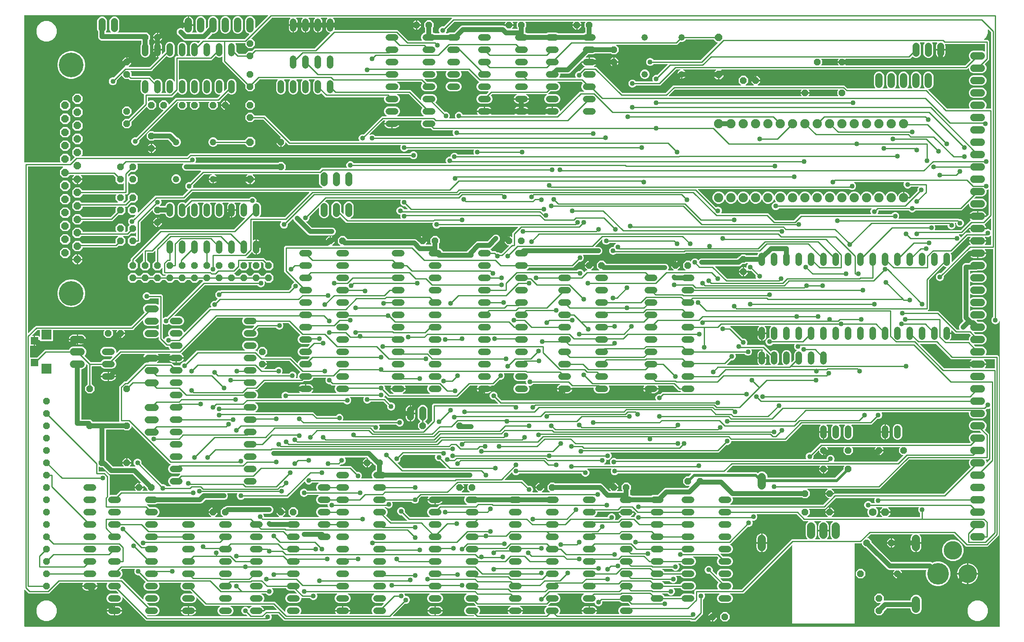
<source format=gtl>
G04 EAGLE Gerber RS-274X export*
G75*
%MOMM*%
%FSLAX34Y34*%
%LPD*%
%INTop Copper*%
%IPPOS*%
%AMOC8*
5,1,8,0,0,1.08239X$1,22.5*%
G01*
%ADD10C,1.676400*%
%ADD11P,1.732040X8X22.500000*%
%ADD12C,1.600200*%
%ADD13P,1.429621X8X22.500000*%
%ADD14C,1.320800*%
%ADD15C,1.524000*%
%ADD16C,1.905000*%
%ADD17P,1.429621X8X112.500000*%
%ADD18C,1.320800*%
%ADD19R,1.524000X1.524000*%
%ADD20R,2.095500X2.095500*%
%ADD21P,1.429621X8X292.500000*%
%ADD22P,1.429621X8X202.500000*%
%ADD23P,1.539592X8X292.500000*%
%ADD24C,1.422400*%
%ADD25C,4.445000*%
%ADD26C,3.810000*%
%ADD27P,1.649562X8X112.500000*%
%ADD28C,5.080000*%
%ADD29P,1.649562X8X22.500000*%
%ADD30P,1.539592X8X22.500000*%
%ADD31C,1.016000*%
%ADD32C,1.016000*%
%ADD33C,0.254000*%
%ADD34C,0.609600*%

G36*
X599648Y945721D02*
X599648Y945721D01*
X599739Y945728D01*
X599769Y945741D01*
X599801Y945746D01*
X599882Y945789D01*
X599966Y945824D01*
X599998Y945850D01*
X600018Y945861D01*
X600041Y945884D01*
X600097Y945929D01*
X604636Y950469D01*
X655794Y950469D01*
X655839Y950476D01*
X655885Y950474D01*
X655960Y950496D01*
X656036Y950508D01*
X656077Y950530D01*
X656121Y950543D01*
X656185Y950587D01*
X656254Y950624D01*
X656285Y950657D01*
X656323Y950683D01*
X656370Y950746D01*
X656423Y950802D01*
X656443Y950844D01*
X656470Y950880D01*
X656494Y950954D01*
X656527Y951025D01*
X656532Y951071D01*
X656546Y951114D01*
X656545Y951192D01*
X656554Y951269D01*
X656544Y951314D01*
X656544Y951360D01*
X656506Y951492D01*
X656502Y951510D01*
X656499Y951514D01*
X656497Y951521D01*
X655446Y954058D01*
X655446Y957292D01*
X656684Y960280D01*
X658970Y962566D01*
X661958Y963804D01*
X665192Y963804D01*
X668180Y962566D01*
X670529Y960217D01*
X670603Y960164D01*
X670672Y960104D01*
X670703Y960092D01*
X670729Y960073D01*
X670816Y960046D01*
X670901Y960012D01*
X670942Y960008D01*
X670964Y960001D01*
X670996Y960002D01*
X671067Y959994D01*
X860581Y959994D01*
X860627Y960001D01*
X860672Y959999D01*
X860747Y960021D01*
X860824Y960033D01*
X860865Y960055D01*
X860909Y960068D01*
X860973Y960112D01*
X861041Y960149D01*
X861073Y960182D01*
X861111Y960208D01*
X861157Y960270D01*
X861211Y960327D01*
X861230Y960369D01*
X861257Y960405D01*
X861282Y960479D01*
X861314Y960550D01*
X861319Y960596D01*
X861334Y960639D01*
X861333Y960717D01*
X861341Y960794D01*
X861332Y960839D01*
X861331Y960885D01*
X861293Y961017D01*
X861289Y961035D01*
X861287Y961039D01*
X861285Y961046D01*
X860234Y963583D01*
X860234Y966817D01*
X861471Y969805D01*
X863758Y972091D01*
X866746Y973329D01*
X868998Y973329D01*
X869017Y973332D01*
X869037Y973330D01*
X869138Y973352D01*
X869240Y973368D01*
X869258Y973378D01*
X869277Y973382D01*
X869366Y973435D01*
X869458Y973484D01*
X869471Y973498D01*
X869488Y973508D01*
X869556Y973587D01*
X869627Y973662D01*
X869635Y973680D01*
X869648Y973695D01*
X869687Y973791D01*
X869731Y973885D01*
X869733Y973905D01*
X869740Y973923D01*
X869759Y974090D01*
X869759Y974754D01*
X870996Y977742D01*
X873283Y980029D01*
X876271Y981266D01*
X879504Y981266D01*
X882492Y980029D01*
X884842Y977679D01*
X884916Y977626D01*
X884985Y977567D01*
X885015Y977554D01*
X885041Y977536D01*
X885128Y977509D01*
X885213Y977475D01*
X885254Y977470D01*
X885276Y977463D01*
X885309Y977464D01*
X885380Y977456D01*
X917731Y977456D01*
X917776Y977464D01*
X917822Y977462D01*
X917897Y977483D01*
X917974Y977496D01*
X918015Y977517D01*
X918059Y977530D01*
X918123Y977575D01*
X918191Y977611D01*
X918223Y977644D01*
X918261Y977670D01*
X918307Y977733D01*
X918361Y977789D01*
X918380Y977831D01*
X918407Y977868D01*
X918432Y977942D01*
X918464Y978012D01*
X918469Y978058D01*
X918484Y978102D01*
X918483Y978180D01*
X918491Y978257D01*
X918482Y978302D01*
X918481Y978348D01*
X918443Y978479D01*
X918439Y978497D01*
X918437Y978502D01*
X918435Y978509D01*
X917384Y981046D01*
X917384Y984279D01*
X918435Y986816D01*
X918444Y986858D01*
X918458Y986888D01*
X918459Y986890D01*
X918464Y986903D01*
X918473Y986980D01*
X918491Y987056D01*
X918486Y987101D01*
X918491Y987147D01*
X918475Y987223D01*
X918468Y987301D01*
X918449Y987342D01*
X918439Y987387D01*
X918399Y987454D01*
X918368Y987525D01*
X918337Y987559D01*
X918313Y987598D01*
X918254Y987649D01*
X918201Y987706D01*
X918161Y987729D01*
X918126Y987758D01*
X918054Y987787D01*
X917986Y987825D01*
X917941Y987833D01*
X917898Y987850D01*
X917762Y987865D01*
X917744Y987869D01*
X917739Y987868D01*
X917731Y987869D01*
X782192Y987869D01*
X782102Y987854D01*
X782011Y987847D01*
X781982Y987834D01*
X781950Y987829D01*
X781869Y987786D01*
X781785Y987751D01*
X781753Y987725D01*
X781732Y987714D01*
X781719Y987700D01*
X781718Y987700D01*
X781707Y987688D01*
X781654Y987646D01*
X779305Y985296D01*
X776317Y984059D01*
X773083Y984059D01*
X770095Y985296D01*
X767809Y987583D01*
X766571Y990571D01*
X766571Y993804D01*
X767622Y996341D01*
X767633Y996386D01*
X767652Y996428D01*
X767660Y996505D01*
X767678Y996581D01*
X767674Y996626D01*
X767679Y996672D01*
X767662Y996748D01*
X767655Y996826D01*
X767636Y996867D01*
X767627Y996912D01*
X767587Y996979D01*
X767555Y997050D01*
X767524Y997084D01*
X767501Y997123D01*
X767441Y997174D01*
X767389Y997231D01*
X767349Y997254D01*
X767314Y997283D01*
X767241Y997312D01*
X767173Y997350D01*
X767128Y997358D01*
X767085Y997375D01*
X766950Y997390D01*
X766931Y997394D01*
X766926Y997393D01*
X766919Y997394D01*
X536374Y997394D01*
X531144Y1002623D01*
X531086Y1002665D01*
X531034Y1002714D01*
X530987Y1002736D01*
X530945Y1002767D01*
X530876Y1002788D01*
X530811Y1002818D01*
X530759Y1002824D01*
X530709Y1002839D01*
X530638Y1002837D01*
X530567Y1002845D01*
X530516Y1002834D01*
X530464Y1002833D01*
X530396Y1002808D01*
X530326Y1002793D01*
X530281Y1002766D01*
X530233Y1002748D01*
X530177Y1002703D01*
X530115Y1002667D01*
X530081Y1002627D01*
X530041Y1002595D01*
X530002Y1002534D01*
X529955Y1002480D01*
X529936Y1002431D01*
X529908Y1002388D01*
X529890Y1002318D01*
X529863Y1002252D01*
X529855Y1002180D01*
X529847Y1002149D01*
X529849Y1002126D01*
X529845Y1002085D01*
X529845Y999512D01*
X524488Y994155D01*
X522223Y994155D01*
X522223Y1002538D01*
X522220Y1002558D01*
X522222Y1002577D01*
X522200Y1002679D01*
X522183Y1002781D01*
X522174Y1002798D01*
X522170Y1002818D01*
X522117Y1002907D01*
X522068Y1002998D01*
X522054Y1003012D01*
X522044Y1003029D01*
X521965Y1003096D01*
X521890Y1003167D01*
X521872Y1003176D01*
X521857Y1003189D01*
X521761Y1003227D01*
X521667Y1003271D01*
X521647Y1003273D01*
X521629Y1003281D01*
X521462Y1003299D01*
X520699Y1003299D01*
X520699Y1004062D01*
X520696Y1004082D01*
X520698Y1004101D01*
X520676Y1004203D01*
X520659Y1004305D01*
X520650Y1004322D01*
X520646Y1004342D01*
X520593Y1004431D01*
X520544Y1004522D01*
X520530Y1004536D01*
X520520Y1004553D01*
X520441Y1004620D01*
X520366Y1004691D01*
X520348Y1004700D01*
X520333Y1004713D01*
X520237Y1004752D01*
X520143Y1004795D01*
X520123Y1004797D01*
X520105Y1004805D01*
X519938Y1004823D01*
X511555Y1004823D01*
X511555Y1007088D01*
X516912Y1012445D01*
X519485Y1012445D01*
X519556Y1012456D01*
X519627Y1012458D01*
X519676Y1012476D01*
X519728Y1012484D01*
X519791Y1012518D01*
X519858Y1012543D01*
X519899Y1012575D01*
X519945Y1012600D01*
X519994Y1012652D01*
X520050Y1012696D01*
X520079Y1012740D01*
X520114Y1012778D01*
X520145Y1012843D01*
X520183Y1012903D01*
X520196Y1012954D01*
X520218Y1013001D01*
X520226Y1013072D01*
X520243Y1013142D01*
X520239Y1013194D01*
X520245Y1013245D01*
X520230Y1013316D01*
X520224Y1013387D01*
X520204Y1013435D01*
X520193Y1013486D01*
X520156Y1013547D01*
X520128Y1013613D01*
X520083Y1013669D01*
X520067Y1013697D01*
X520049Y1013712D01*
X520023Y1013744D01*
X484209Y1049558D01*
X484135Y1049611D01*
X484066Y1049671D01*
X484036Y1049683D01*
X484009Y1049702D01*
X483922Y1049729D01*
X483838Y1049763D01*
X483797Y1049767D01*
X483774Y1049774D01*
X483742Y1049773D01*
X483671Y1049781D01*
X466848Y1049781D01*
X466758Y1049767D01*
X466667Y1049759D01*
X466637Y1049747D01*
X466605Y1049742D01*
X466524Y1049699D01*
X466440Y1049663D01*
X466408Y1049637D01*
X466387Y1049626D01*
X466365Y1049603D01*
X466309Y1049558D01*
X461198Y1044447D01*
X453202Y1044447D01*
X447547Y1050102D01*
X447547Y1058098D01*
X453202Y1063753D01*
X461198Y1063753D01*
X466309Y1058642D01*
X466383Y1058589D01*
X466453Y1058529D01*
X466483Y1058517D01*
X466509Y1058498D01*
X466596Y1058471D01*
X466681Y1058437D01*
X466722Y1058433D01*
X466744Y1058426D01*
X466776Y1058427D01*
X466848Y1058419D01*
X487564Y1058419D01*
X539728Y1006254D01*
X539802Y1006201D01*
X539872Y1006142D01*
X539902Y1006129D01*
X539928Y1006111D01*
X540015Y1006084D01*
X540100Y1006050D01*
X540141Y1006045D01*
X540163Y1006038D01*
X540195Y1006039D01*
X540267Y1006031D01*
X681194Y1006031D01*
X681239Y1006039D01*
X681285Y1006037D01*
X681360Y1006058D01*
X681436Y1006071D01*
X681477Y1006092D01*
X681521Y1006105D01*
X681585Y1006150D01*
X681654Y1006186D01*
X681685Y1006219D01*
X681723Y1006245D01*
X681770Y1006308D01*
X681823Y1006364D01*
X681843Y1006406D01*
X681870Y1006443D01*
X681894Y1006517D01*
X681927Y1006587D01*
X681932Y1006633D01*
X681946Y1006677D01*
X681945Y1006755D01*
X681954Y1006832D01*
X681944Y1006877D01*
X681944Y1006923D01*
X681906Y1007054D01*
X681902Y1007072D01*
X681899Y1007077D01*
X681897Y1007084D01*
X680846Y1009621D01*
X680846Y1012854D01*
X682084Y1015842D01*
X684370Y1018129D01*
X687358Y1019366D01*
X690681Y1019366D01*
X690771Y1019381D01*
X690862Y1019388D01*
X690892Y1019401D01*
X690924Y1019406D01*
X691004Y1019449D01*
X691088Y1019484D01*
X691120Y1019510D01*
X691141Y1019521D01*
X691163Y1019544D01*
X691219Y1019589D01*
X728461Y1056831D01*
X737712Y1056831D01*
X737808Y1056847D01*
X737905Y1056856D01*
X737929Y1056867D01*
X737955Y1056871D01*
X738041Y1056916D01*
X738130Y1056956D01*
X738149Y1056974D01*
X738172Y1056986D01*
X738239Y1057057D01*
X738311Y1057123D01*
X738323Y1057145D01*
X738341Y1057164D01*
X738382Y1057253D01*
X738429Y1057338D01*
X738434Y1057364D01*
X738445Y1057387D01*
X738456Y1057484D01*
X738473Y1057580D01*
X738469Y1057606D01*
X738472Y1057632D01*
X738451Y1057727D01*
X738437Y1057823D01*
X738425Y1057847D01*
X738420Y1057872D01*
X738370Y1057956D01*
X738326Y1058043D01*
X738307Y1058061D01*
X738294Y1058083D01*
X738220Y1058147D01*
X738150Y1058215D01*
X738122Y1058231D01*
X738107Y1058243D01*
X738076Y1058256D01*
X738003Y1058296D01*
X737228Y1058617D01*
X734513Y1061332D01*
X733043Y1064880D01*
X733043Y1068720D01*
X734513Y1072268D01*
X737228Y1074983D01*
X740776Y1076453D01*
X757824Y1076453D01*
X761372Y1074983D01*
X764087Y1072268D01*
X765557Y1068720D01*
X765557Y1064880D01*
X764087Y1061332D01*
X761372Y1058617D01*
X760597Y1058296D01*
X760514Y1058244D01*
X760428Y1058199D01*
X760410Y1058180D01*
X760388Y1058166D01*
X760326Y1058091D01*
X760259Y1058021D01*
X760248Y1057997D01*
X760231Y1057977D01*
X760196Y1057886D01*
X760155Y1057797D01*
X760152Y1057772D01*
X760143Y1057747D01*
X760139Y1057650D01*
X760128Y1057553D01*
X760133Y1057528D01*
X760132Y1057501D01*
X760159Y1057408D01*
X760180Y1057313D01*
X760194Y1057290D01*
X760201Y1057265D01*
X760256Y1057185D01*
X760306Y1057102D01*
X760326Y1057085D01*
X760341Y1057063D01*
X760419Y1057005D01*
X760493Y1056942D01*
X760517Y1056932D01*
X760538Y1056916D01*
X760631Y1056886D01*
X760721Y1056850D01*
X760754Y1056846D01*
X760772Y1056840D01*
X760805Y1056840D01*
X760888Y1056831D01*
X813912Y1056831D01*
X814008Y1056847D01*
X814105Y1056856D01*
X814129Y1056867D01*
X814155Y1056871D01*
X814241Y1056916D01*
X814330Y1056956D01*
X814349Y1056974D01*
X814372Y1056986D01*
X814439Y1057057D01*
X814511Y1057123D01*
X814523Y1057145D01*
X814541Y1057164D01*
X814582Y1057253D01*
X814629Y1057338D01*
X814634Y1057364D01*
X814645Y1057387D01*
X814656Y1057484D01*
X814673Y1057580D01*
X814669Y1057606D01*
X814672Y1057632D01*
X814651Y1057727D01*
X814637Y1057823D01*
X814625Y1057847D01*
X814620Y1057872D01*
X814570Y1057956D01*
X814526Y1058043D01*
X814507Y1058061D01*
X814494Y1058083D01*
X814420Y1058147D01*
X814350Y1058215D01*
X814322Y1058231D01*
X814307Y1058243D01*
X814276Y1058256D01*
X814203Y1058296D01*
X813428Y1058617D01*
X810713Y1061332D01*
X809243Y1064880D01*
X809243Y1068720D01*
X810713Y1072268D01*
X811780Y1073335D01*
X811792Y1073352D01*
X811808Y1073364D01*
X811844Y1073421D01*
X811870Y1073448D01*
X811885Y1073481D01*
X811924Y1073535D01*
X811930Y1073554D01*
X811941Y1073571D01*
X811957Y1073636D01*
X811973Y1073671D01*
X811977Y1073709D01*
X811996Y1073770D01*
X811996Y1073790D01*
X812001Y1073809D01*
X811996Y1073874D01*
X812000Y1073915D01*
X811992Y1073956D01*
X811990Y1074016D01*
X811983Y1074035D01*
X811982Y1074055D01*
X811958Y1074110D01*
X811948Y1074156D01*
X811925Y1074195D01*
X811906Y1074247D01*
X811893Y1074263D01*
X811885Y1074281D01*
X811837Y1074341D01*
X811822Y1074367D01*
X811805Y1074381D01*
X811780Y1074412D01*
X784247Y1101946D01*
X784173Y1101999D01*
X784103Y1102058D01*
X784073Y1102071D01*
X784047Y1102089D01*
X783960Y1102116D01*
X783875Y1102150D01*
X783834Y1102155D01*
X783812Y1102162D01*
X783780Y1102161D01*
X783708Y1102169D01*
X760888Y1102169D01*
X760792Y1102153D01*
X760695Y1102144D01*
X760671Y1102133D01*
X760645Y1102129D01*
X760559Y1102084D01*
X760470Y1102044D01*
X760451Y1102026D01*
X760428Y1102014D01*
X760361Y1101943D01*
X760289Y1101877D01*
X760277Y1101855D01*
X760259Y1101836D01*
X760218Y1101747D01*
X760171Y1101662D01*
X760166Y1101636D01*
X760155Y1101613D01*
X760144Y1101516D01*
X760127Y1101420D01*
X760131Y1101394D01*
X760128Y1101368D01*
X760149Y1101273D01*
X760163Y1101177D01*
X760175Y1101153D01*
X760180Y1101128D01*
X760230Y1101044D01*
X760274Y1100957D01*
X760293Y1100939D01*
X760306Y1100917D01*
X760380Y1100853D01*
X760450Y1100785D01*
X760478Y1100769D01*
X760493Y1100757D01*
X760524Y1100744D01*
X760597Y1100704D01*
X761372Y1100383D01*
X764087Y1097668D01*
X765557Y1094120D01*
X765557Y1090280D01*
X764087Y1086732D01*
X761372Y1084017D01*
X757824Y1082547D01*
X740776Y1082547D01*
X737228Y1084017D01*
X734513Y1086732D01*
X733043Y1090280D01*
X733043Y1094120D01*
X733311Y1094766D01*
X733321Y1094811D01*
X733341Y1094853D01*
X733349Y1094930D01*
X733367Y1095006D01*
X733363Y1095051D01*
X733368Y1095097D01*
X733351Y1095173D01*
X733344Y1095251D01*
X733325Y1095292D01*
X733316Y1095337D01*
X733276Y1095404D01*
X733244Y1095475D01*
X733213Y1095509D01*
X733189Y1095548D01*
X733130Y1095599D01*
X733078Y1095656D01*
X733037Y1095679D01*
X733002Y1095708D01*
X732930Y1095737D01*
X732862Y1095775D01*
X732817Y1095783D01*
X732774Y1095800D01*
X732638Y1095815D01*
X732620Y1095819D01*
X732615Y1095818D01*
X732608Y1095819D01*
X612574Y1095819D01*
X604512Y1103880D01*
X604496Y1103892D01*
X604483Y1103908D01*
X604396Y1103964D01*
X604312Y1104024D01*
X604293Y1104030D01*
X604276Y1104041D01*
X604176Y1104066D01*
X604077Y1104096D01*
X604057Y1104096D01*
X604038Y1104101D01*
X603935Y1104093D01*
X603831Y1104090D01*
X603812Y1104083D01*
X603793Y1104082D01*
X603698Y1104041D01*
X603600Y1104005D01*
X603585Y1103993D01*
X603566Y1103985D01*
X603435Y1103880D01*
X602368Y1102813D01*
X598820Y1101343D01*
X594980Y1101343D01*
X591432Y1102813D01*
X588717Y1105528D01*
X587247Y1109076D01*
X587247Y1126124D01*
X588717Y1129672D01*
X590077Y1131032D01*
X590119Y1131090D01*
X590168Y1131142D01*
X590190Y1131189D01*
X590220Y1131231D01*
X590241Y1131300D01*
X590272Y1131365D01*
X590277Y1131417D01*
X590293Y1131467D01*
X590291Y1131538D01*
X590299Y1131609D01*
X590288Y1131660D01*
X590286Y1131712D01*
X590262Y1131780D01*
X590246Y1131850D01*
X590220Y1131895D01*
X590202Y1131943D01*
X590157Y1131999D01*
X590120Y1132061D01*
X590081Y1132095D01*
X590048Y1132135D01*
X589988Y1132174D01*
X589933Y1132221D01*
X589885Y1132240D01*
X589841Y1132268D01*
X589772Y1132286D01*
X589705Y1132313D01*
X589634Y1132321D01*
X589603Y1132329D01*
X589579Y1132327D01*
X589538Y1132331D01*
X578862Y1132331D01*
X578791Y1132320D01*
X578719Y1132318D01*
X578670Y1132300D01*
X578619Y1132292D01*
X578555Y1132258D01*
X578488Y1132233D01*
X578447Y1132201D01*
X578401Y1132176D01*
X578352Y1132124D01*
X578296Y1132080D01*
X578268Y1132036D01*
X578232Y1131998D01*
X578202Y1131933D01*
X578163Y1131873D01*
X578150Y1131822D01*
X578128Y1131775D01*
X578121Y1131704D01*
X578103Y1131634D01*
X578107Y1131582D01*
X578101Y1131531D01*
X578117Y1131460D01*
X578122Y1131389D01*
X578142Y1131341D01*
X578154Y1131290D01*
X578190Y1131229D01*
X578218Y1131163D01*
X578263Y1131107D01*
X578280Y1131079D01*
X578298Y1131064D01*
X578323Y1131032D01*
X579683Y1129672D01*
X581153Y1126124D01*
X581153Y1109076D01*
X579683Y1105528D01*
X576968Y1102813D01*
X573420Y1101343D01*
X569580Y1101343D01*
X566032Y1102813D01*
X563317Y1105528D01*
X561847Y1109076D01*
X561847Y1126124D01*
X563317Y1129672D01*
X564677Y1131032D01*
X564719Y1131090D01*
X564768Y1131142D01*
X564790Y1131189D01*
X564820Y1131231D01*
X564841Y1131300D01*
X564872Y1131365D01*
X564877Y1131417D01*
X564893Y1131467D01*
X564891Y1131538D01*
X564899Y1131609D01*
X564888Y1131660D01*
X564886Y1131712D01*
X564862Y1131780D01*
X564846Y1131850D01*
X564820Y1131895D01*
X564802Y1131943D01*
X564757Y1131999D01*
X564720Y1132061D01*
X564681Y1132095D01*
X564648Y1132135D01*
X564588Y1132174D01*
X564533Y1132221D01*
X564485Y1132240D01*
X564441Y1132268D01*
X564372Y1132286D01*
X564305Y1132313D01*
X564234Y1132321D01*
X564203Y1132329D01*
X564179Y1132327D01*
X564138Y1132331D01*
X553462Y1132331D01*
X553391Y1132320D01*
X553319Y1132318D01*
X553270Y1132300D01*
X553219Y1132292D01*
X553155Y1132258D01*
X553088Y1132233D01*
X553047Y1132201D01*
X553001Y1132176D01*
X552952Y1132124D01*
X552896Y1132080D01*
X552868Y1132036D01*
X552832Y1131998D01*
X552802Y1131933D01*
X552763Y1131873D01*
X552750Y1131822D01*
X552728Y1131775D01*
X552721Y1131704D01*
X552703Y1131634D01*
X552707Y1131582D01*
X552701Y1131531D01*
X552717Y1131460D01*
X552722Y1131389D01*
X552742Y1131341D01*
X552754Y1131290D01*
X552790Y1131229D01*
X552818Y1131163D01*
X552863Y1131107D01*
X552880Y1131079D01*
X552898Y1131064D01*
X552923Y1131032D01*
X554283Y1129672D01*
X555753Y1126124D01*
X555753Y1109076D01*
X554283Y1105528D01*
X551568Y1102813D01*
X548020Y1101343D01*
X544180Y1101343D01*
X540632Y1102813D01*
X537917Y1105528D01*
X536447Y1109076D01*
X536447Y1126124D01*
X537917Y1129672D01*
X539277Y1131032D01*
X539319Y1131090D01*
X539368Y1131142D01*
X539390Y1131189D01*
X539420Y1131231D01*
X539441Y1131300D01*
X539472Y1131365D01*
X539477Y1131417D01*
X539493Y1131467D01*
X539491Y1131538D01*
X539499Y1131609D01*
X539488Y1131660D01*
X539486Y1131712D01*
X539462Y1131780D01*
X539446Y1131850D01*
X539420Y1131895D01*
X539402Y1131943D01*
X539357Y1131999D01*
X539320Y1132061D01*
X539281Y1132095D01*
X539248Y1132135D01*
X539188Y1132174D01*
X539133Y1132221D01*
X539085Y1132240D01*
X539041Y1132268D01*
X538972Y1132286D01*
X538905Y1132313D01*
X538834Y1132321D01*
X538803Y1132329D01*
X538779Y1132327D01*
X538738Y1132331D01*
X528062Y1132331D01*
X527991Y1132320D01*
X527919Y1132318D01*
X527870Y1132300D01*
X527819Y1132292D01*
X527755Y1132258D01*
X527688Y1132233D01*
X527647Y1132201D01*
X527601Y1132176D01*
X527552Y1132124D01*
X527496Y1132080D01*
X527468Y1132036D01*
X527432Y1131998D01*
X527402Y1131933D01*
X527363Y1131873D01*
X527350Y1131822D01*
X527328Y1131775D01*
X527321Y1131704D01*
X527303Y1131634D01*
X527307Y1131582D01*
X527301Y1131531D01*
X527317Y1131460D01*
X527322Y1131389D01*
X527342Y1131341D01*
X527354Y1131290D01*
X527390Y1131229D01*
X527418Y1131163D01*
X527463Y1131107D01*
X527480Y1131079D01*
X527498Y1131064D01*
X527523Y1131032D01*
X528883Y1129672D01*
X530353Y1126124D01*
X530353Y1109076D01*
X528883Y1105528D01*
X526168Y1102813D01*
X522620Y1101343D01*
X518780Y1101343D01*
X515232Y1102813D01*
X512517Y1105528D01*
X511047Y1109076D01*
X511047Y1126124D01*
X512517Y1129672D01*
X513877Y1131032D01*
X513919Y1131090D01*
X513968Y1131142D01*
X513990Y1131189D01*
X514020Y1131231D01*
X514041Y1131300D01*
X514072Y1131365D01*
X514077Y1131417D01*
X514093Y1131467D01*
X514091Y1131538D01*
X514099Y1131609D01*
X514088Y1131660D01*
X514086Y1131712D01*
X514062Y1131780D01*
X514046Y1131850D01*
X514020Y1131895D01*
X514002Y1131943D01*
X513957Y1131999D01*
X513920Y1132061D01*
X513881Y1132095D01*
X513848Y1132135D01*
X513788Y1132174D01*
X513733Y1132221D01*
X513685Y1132240D01*
X513641Y1132268D01*
X513572Y1132286D01*
X513505Y1132313D01*
X513434Y1132321D01*
X513403Y1132329D01*
X513379Y1132327D01*
X513338Y1132331D01*
X476767Y1132331D01*
X476677Y1132317D01*
X476586Y1132309D01*
X476556Y1132297D01*
X476524Y1132292D01*
X476443Y1132249D01*
X476359Y1132213D01*
X476327Y1132187D01*
X476307Y1132176D01*
X476284Y1132153D01*
X476228Y1132108D01*
X466824Y1122704D01*
X466812Y1122688D01*
X466797Y1122675D01*
X466741Y1122588D01*
X466680Y1122504D01*
X466674Y1122485D01*
X466664Y1122468D01*
X466638Y1122368D01*
X466608Y1122269D01*
X466608Y1122249D01*
X466604Y1122230D01*
X466612Y1122127D01*
X466614Y1122023D01*
X466621Y1122004D01*
X466623Y1121984D01*
X466663Y1121889D01*
X466699Y1121792D01*
X466711Y1121776D01*
X466719Y1121758D01*
X466824Y1121627D01*
X466853Y1121598D01*
X466853Y1113602D01*
X461198Y1107947D01*
X453202Y1107947D01*
X447547Y1113602D01*
X447547Y1120830D01*
X447533Y1120920D01*
X447525Y1121011D01*
X447513Y1121041D01*
X447508Y1121073D01*
X447465Y1121153D01*
X447429Y1121237D01*
X447403Y1121269D01*
X447392Y1121290D01*
X447369Y1121312D01*
X447324Y1121368D01*
X400494Y1168199D01*
X400494Y1178501D01*
X400482Y1178572D01*
X400480Y1178643D01*
X400462Y1178692D01*
X400454Y1178744D01*
X400420Y1178807D01*
X400396Y1178874D01*
X400363Y1178915D01*
X400339Y1178961D01*
X400287Y1179010D01*
X400242Y1179066D01*
X400198Y1179095D01*
X400161Y1179130D01*
X400096Y1179161D01*
X400035Y1179199D01*
X399985Y1179212D01*
X399938Y1179234D01*
X399866Y1179242D01*
X399797Y1179259D01*
X399745Y1179255D01*
X399693Y1179261D01*
X399623Y1179246D01*
X399551Y1179240D01*
X399504Y1179220D01*
X399453Y1179209D01*
X399391Y1179172D01*
X399325Y1179144D01*
X399269Y1179099D01*
X399242Y1179083D01*
X399226Y1179065D01*
X399194Y1179039D01*
X399168Y1179013D01*
X395620Y1177543D01*
X391780Y1177543D01*
X388232Y1179013D01*
X387165Y1180080D01*
X387148Y1180092D01*
X387136Y1180108D01*
X387049Y1180164D01*
X386965Y1180224D01*
X386946Y1180230D01*
X386929Y1180241D01*
X386829Y1180266D01*
X386730Y1180296D01*
X386710Y1180296D01*
X386691Y1180301D01*
X386588Y1180293D01*
X386484Y1180290D01*
X386465Y1180283D01*
X386445Y1180282D01*
X386350Y1180241D01*
X386253Y1180206D01*
X386237Y1180193D01*
X386219Y1180185D01*
X386088Y1180080D01*
X378026Y1172019D01*
X311467Y1172019D01*
X311448Y1172016D01*
X311428Y1172018D01*
X311327Y1171996D01*
X311225Y1171979D01*
X311207Y1171970D01*
X311188Y1171965D01*
X311099Y1171912D01*
X311007Y1171864D01*
X310994Y1171850D01*
X310977Y1171839D01*
X310909Y1171761D01*
X310838Y1171686D01*
X310830Y1171668D01*
X310817Y1171652D01*
X310778Y1171556D01*
X310734Y1171463D01*
X310732Y1171443D01*
X310725Y1171424D01*
X310706Y1171258D01*
X310706Y1132899D01*
X310718Y1132828D01*
X310720Y1132757D01*
X310738Y1132708D01*
X310746Y1132656D01*
X310780Y1132593D01*
X310804Y1132526D01*
X310837Y1132485D01*
X310861Y1132439D01*
X310913Y1132390D01*
X310958Y1132334D01*
X311002Y1132305D01*
X311039Y1132270D01*
X311104Y1132239D01*
X311165Y1132201D01*
X311215Y1132188D01*
X311262Y1132166D01*
X311334Y1132158D01*
X311403Y1132141D01*
X311455Y1132145D01*
X311507Y1132139D01*
X311577Y1132154D01*
X311649Y1132160D01*
X311696Y1132180D01*
X311747Y1132191D01*
X311809Y1132228D01*
X311875Y1132256D01*
X311931Y1132301D01*
X311958Y1132317D01*
X311974Y1132335D01*
X312006Y1132361D01*
X312032Y1132387D01*
X315580Y1133857D01*
X319420Y1133857D01*
X322968Y1132387D01*
X325683Y1129672D01*
X327153Y1126124D01*
X327153Y1109076D01*
X325683Y1105528D01*
X322968Y1102813D01*
X319420Y1101343D01*
X315580Y1101343D01*
X312032Y1102813D01*
X309317Y1105528D01*
X309008Y1106274D01*
X308984Y1106313D01*
X308968Y1106356D01*
X308919Y1106417D01*
X308878Y1106483D01*
X308843Y1106513D01*
X308814Y1106548D01*
X308749Y1106590D01*
X308689Y1106640D01*
X308646Y1106657D01*
X308607Y1106681D01*
X308532Y1106700D01*
X308459Y1106728D01*
X308413Y1106730D01*
X308369Y1106741D01*
X308291Y1106735D01*
X308213Y1106739D01*
X308169Y1106726D01*
X308124Y1106722D01*
X308052Y1106692D01*
X307977Y1106670D01*
X307939Y1106644D01*
X307897Y1106626D01*
X307791Y1106541D01*
X307775Y1106530D01*
X307772Y1106526D01*
X307766Y1106521D01*
X297064Y1095819D01*
X247967Y1095819D01*
X247948Y1095816D01*
X247928Y1095818D01*
X247827Y1095796D01*
X247725Y1095779D01*
X247707Y1095770D01*
X247688Y1095765D01*
X247599Y1095712D01*
X247507Y1095664D01*
X247494Y1095650D01*
X247477Y1095639D01*
X247409Y1095561D01*
X247338Y1095486D01*
X247330Y1095468D01*
X247317Y1095452D01*
X247278Y1095356D01*
X247234Y1095263D01*
X247232Y1095243D01*
X247225Y1095224D01*
X247206Y1095058D01*
X247206Y1088195D01*
X247218Y1088124D01*
X247220Y1088053D01*
X247238Y1088004D01*
X247246Y1087952D01*
X247280Y1087889D01*
X247304Y1087822D01*
X247337Y1087781D01*
X247361Y1087735D01*
X247413Y1087686D01*
X247458Y1087630D01*
X247502Y1087601D01*
X247539Y1087566D01*
X247604Y1087535D01*
X247665Y1087497D01*
X247715Y1087484D01*
X247762Y1087462D01*
X247834Y1087454D01*
X247903Y1087437D01*
X247955Y1087441D01*
X248007Y1087435D01*
X248077Y1087450D01*
X248148Y1087456D01*
X248196Y1087476D01*
X248247Y1087487D01*
X248309Y1087524D01*
X248375Y1087552D01*
X248431Y1087597D01*
X248458Y1087613D01*
X248474Y1087631D01*
X248506Y1087657D01*
X250002Y1089153D01*
X257998Y1089153D01*
X263653Y1083498D01*
X263653Y1075502D01*
X257998Y1069847D01*
X250002Y1069847D01*
X244417Y1075432D01*
X244400Y1075444D01*
X244388Y1075460D01*
X244301Y1075516D01*
X244217Y1075576D01*
X244198Y1075582D01*
X244181Y1075593D01*
X244081Y1075618D01*
X243982Y1075648D01*
X243962Y1075648D01*
X243943Y1075653D01*
X243840Y1075645D01*
X243736Y1075642D01*
X243717Y1075635D01*
X243697Y1075634D01*
X243602Y1075593D01*
X243505Y1075558D01*
X243489Y1075545D01*
X243471Y1075537D01*
X243340Y1075432D01*
X213076Y1045168D01*
X213023Y1045094D01*
X212963Y1045025D01*
X212951Y1044995D01*
X212932Y1044968D01*
X212905Y1044881D01*
X212871Y1044797D01*
X212867Y1044756D01*
X212860Y1044733D01*
X212861Y1044701D01*
X212853Y1044630D01*
X212853Y1037402D01*
X207198Y1031747D01*
X199202Y1031747D01*
X193547Y1037402D01*
X193547Y1045398D01*
X199202Y1051053D01*
X206430Y1051053D01*
X206520Y1051067D01*
X206611Y1051075D01*
X206641Y1051087D01*
X206673Y1051092D01*
X206753Y1051135D01*
X206837Y1051171D01*
X206869Y1051197D01*
X206890Y1051208D01*
X206912Y1051231D01*
X206968Y1051276D01*
X238346Y1082653D01*
X238399Y1082727D01*
X238458Y1082797D01*
X238471Y1082827D01*
X238489Y1082853D01*
X238516Y1082940D01*
X238550Y1083025D01*
X238555Y1083066D01*
X238562Y1083088D01*
X238561Y1083120D01*
X238569Y1083192D01*
X238569Y1101171D01*
X238550Y1101285D01*
X238533Y1101402D01*
X238530Y1101407D01*
X238529Y1101413D01*
X238475Y1101516D01*
X238421Y1101621D01*
X238417Y1101625D01*
X238414Y1101631D01*
X238330Y1101711D01*
X238246Y1101793D01*
X238239Y1101797D01*
X238236Y1101800D01*
X238219Y1101808D01*
X238099Y1101874D01*
X235832Y1102813D01*
X233117Y1105528D01*
X231647Y1109076D01*
X231647Y1126124D01*
X233125Y1129691D01*
X233135Y1129736D01*
X233155Y1129778D01*
X233163Y1129855D01*
X233181Y1129931D01*
X233177Y1129976D01*
X233182Y1130022D01*
X233165Y1130098D01*
X233158Y1130176D01*
X233139Y1130217D01*
X233130Y1130262D01*
X233090Y1130329D01*
X233058Y1130400D01*
X233027Y1130434D01*
X233003Y1130473D01*
X232944Y1130524D01*
X232892Y1130581D01*
X232851Y1130604D01*
X232816Y1130633D01*
X232744Y1130662D01*
X232676Y1130700D01*
X232631Y1130708D01*
X232588Y1130725D01*
X232452Y1130740D01*
X232434Y1130744D01*
X232429Y1130743D01*
X232422Y1130744D01*
X209349Y1130744D01*
X206968Y1133124D01*
X206894Y1133177D01*
X206825Y1133237D01*
X206795Y1133249D01*
X206768Y1133268D01*
X206681Y1133295D01*
X206597Y1133329D01*
X206556Y1133333D01*
X206533Y1133340D01*
X206501Y1133339D01*
X206430Y1133347D01*
X199202Y1133347D01*
X193547Y1139002D01*
X193547Y1139689D01*
X193536Y1139760D01*
X193534Y1139832D01*
X193516Y1139881D01*
X193508Y1139932D01*
X193474Y1139995D01*
X193449Y1140063D01*
X193417Y1140103D01*
X193392Y1140149D01*
X193340Y1140199D01*
X193296Y1140255D01*
X193252Y1140283D01*
X193214Y1140319D01*
X193149Y1140349D01*
X193089Y1140388D01*
X193038Y1140401D01*
X192991Y1140422D01*
X192920Y1140430D01*
X192850Y1140448D01*
X192798Y1140444D01*
X192747Y1140450D01*
X192676Y1140434D01*
X192605Y1140429D01*
X192557Y1140408D01*
X192506Y1140397D01*
X192445Y1140360D01*
X192379Y1140332D01*
X192323Y1140288D01*
X192295Y1140271D01*
X192280Y1140253D01*
X192248Y1140228D01*
X182977Y1130957D01*
X182924Y1130883D01*
X182864Y1130813D01*
X182852Y1130783D01*
X182833Y1130757D01*
X182806Y1130670D01*
X182772Y1130585D01*
X182768Y1130544D01*
X182761Y1130522D01*
X182762Y1130490D01*
X182754Y1130418D01*
X182754Y1127096D01*
X181516Y1124108D01*
X179230Y1121821D01*
X176242Y1120584D01*
X173008Y1120584D01*
X170020Y1121821D01*
X167734Y1124108D01*
X166496Y1127096D01*
X166496Y1130329D01*
X167734Y1133317D01*
X170020Y1135604D01*
X173008Y1136841D01*
X176331Y1136841D01*
X176421Y1136856D01*
X176512Y1136863D01*
X176542Y1136876D01*
X176574Y1136881D01*
X176654Y1136924D01*
X176738Y1136959D01*
X176770Y1136985D01*
X176791Y1136996D01*
X176813Y1137019D01*
X176869Y1137064D01*
X198236Y1158431D01*
X198398Y1158431D01*
X198469Y1158443D01*
X198541Y1158445D01*
X198590Y1158463D01*
X198641Y1158471D01*
X198704Y1158505D01*
X198772Y1158529D01*
X198812Y1158562D01*
X198859Y1158586D01*
X198908Y1158638D01*
X198964Y1158683D01*
X198992Y1158727D01*
X199028Y1158764D01*
X199058Y1158829D01*
X199097Y1158890D01*
X199110Y1158940D01*
X199132Y1158987D01*
X199139Y1159059D01*
X199157Y1159128D01*
X199153Y1159180D01*
X199159Y1159232D01*
X199143Y1159302D01*
X199138Y1159373D01*
X199117Y1159421D01*
X199106Y1159472D01*
X199070Y1159534D01*
X199041Y1159600D01*
X198997Y1159656D01*
X198980Y1159683D01*
X198962Y1159699D01*
X198937Y1159731D01*
X194055Y1164612D01*
X194055Y1166877D01*
X202438Y1166877D01*
X202458Y1166880D01*
X202477Y1166878D01*
X202579Y1166900D01*
X202681Y1166917D01*
X202698Y1166926D01*
X202718Y1166930D01*
X202807Y1166983D01*
X202898Y1167032D01*
X202912Y1167046D01*
X202929Y1167056D01*
X202996Y1167135D01*
X203067Y1167210D01*
X203076Y1167228D01*
X203089Y1167243D01*
X203127Y1167339D01*
X203171Y1167433D01*
X203173Y1167453D01*
X203181Y1167471D01*
X203199Y1167638D01*
X203199Y1168401D01*
X203201Y1168401D01*
X203201Y1167638D01*
X203204Y1167618D01*
X203202Y1167599D01*
X203224Y1167497D01*
X203241Y1167395D01*
X203250Y1167378D01*
X203254Y1167358D01*
X203307Y1167269D01*
X203356Y1167178D01*
X203370Y1167164D01*
X203380Y1167147D01*
X203459Y1167080D01*
X203534Y1167009D01*
X203552Y1167000D01*
X203567Y1166987D01*
X203663Y1166948D01*
X203757Y1166905D01*
X203777Y1166903D01*
X203795Y1166895D01*
X203962Y1166877D01*
X212345Y1166877D01*
X212345Y1164612D01*
X207463Y1159731D01*
X207421Y1159673D01*
X207372Y1159621D01*
X207350Y1159573D01*
X207320Y1159531D01*
X207299Y1159463D01*
X207268Y1159397D01*
X207263Y1159346D01*
X207247Y1159296D01*
X207249Y1159224D01*
X207241Y1159153D01*
X207252Y1159102D01*
X207254Y1159050D01*
X207278Y1158983D01*
X207294Y1158913D01*
X207320Y1158868D01*
X207338Y1158819D01*
X207383Y1158763D01*
X207420Y1158702D01*
X207459Y1158668D01*
X207492Y1158627D01*
X207552Y1158588D01*
X207607Y1158542D01*
X207655Y1158522D01*
X207699Y1158494D01*
X207768Y1158477D01*
X207835Y1158450D01*
X207906Y1158442D01*
X207937Y1158434D01*
X207961Y1158436D01*
X208002Y1158431D01*
X250308Y1158431D01*
X250398Y1158446D01*
X250489Y1158453D01*
X250519Y1158466D01*
X250551Y1158471D01*
X250632Y1158514D01*
X250716Y1158549D01*
X250748Y1158575D01*
X250768Y1158586D01*
X250791Y1158609D01*
X250847Y1158654D01*
X269125Y1176933D01*
X269139Y1176952D01*
X269157Y1176966D01*
X269210Y1177051D01*
X269269Y1177133D01*
X269276Y1177155D01*
X269288Y1177174D01*
X269312Y1177272D01*
X269341Y1177368D01*
X269341Y1177391D01*
X269346Y1177413D01*
X269338Y1177513D01*
X269335Y1177614D01*
X269327Y1177635D01*
X269325Y1177658D01*
X269285Y1177750D01*
X269251Y1177845D01*
X269236Y1177863D01*
X269227Y1177884D01*
X269160Y1177958D01*
X269097Y1178037D01*
X269077Y1178049D01*
X269062Y1178066D01*
X268974Y1178116D01*
X268890Y1178170D01*
X268868Y1178175D01*
X268847Y1178187D01*
X268749Y1178205D01*
X268651Y1178230D01*
X268628Y1178228D01*
X268606Y1178232D01*
X268439Y1178218D01*
X268223Y1178175D01*
X268223Y1192277D01*
X275845Y1192277D01*
X275845Y1186295D01*
X275678Y1185457D01*
X275677Y1185434D01*
X275670Y1185412D01*
X275673Y1185312D01*
X275670Y1185212D01*
X275676Y1185189D01*
X275677Y1185166D01*
X275711Y1185072D01*
X275740Y1184976D01*
X275753Y1184957D01*
X275761Y1184935D01*
X275824Y1184857D01*
X275882Y1184775D01*
X275901Y1184761D01*
X275915Y1184743D01*
X276000Y1184689D01*
X276081Y1184630D01*
X276102Y1184623D01*
X276122Y1184610D01*
X276219Y1184586D01*
X276315Y1184556D01*
X276338Y1184556D01*
X276360Y1184550D01*
X276461Y1184558D01*
X276561Y1184560D01*
X276583Y1184568D01*
X276606Y1184569D01*
X276698Y1184609D01*
X276793Y1184642D01*
X276811Y1184657D01*
X276832Y1184666D01*
X276963Y1184771D01*
X282224Y1190032D01*
X282277Y1190106D01*
X282337Y1190175D01*
X282349Y1190205D01*
X282368Y1190232D01*
X282395Y1190319D01*
X282429Y1190403D01*
X282433Y1190444D01*
X282440Y1190467D01*
X282439Y1190499D01*
X282447Y1190570D01*
X282447Y1202324D01*
X283917Y1205872D01*
X286632Y1208587D01*
X290180Y1210057D01*
X294020Y1210057D01*
X297568Y1208587D01*
X300283Y1205872D01*
X301753Y1202324D01*
X301753Y1185276D01*
X300283Y1181728D01*
X297568Y1179013D01*
X294020Y1177543D01*
X290180Y1177543D01*
X286632Y1179013D01*
X285565Y1180080D01*
X285548Y1180092D01*
X285536Y1180108D01*
X285449Y1180164D01*
X285365Y1180224D01*
X285346Y1180230D01*
X285329Y1180241D01*
X285229Y1180266D01*
X285130Y1180296D01*
X285110Y1180296D01*
X285091Y1180301D01*
X284988Y1180293D01*
X284884Y1180290D01*
X284865Y1180283D01*
X284845Y1180282D01*
X284750Y1180241D01*
X284653Y1180206D01*
X284637Y1180193D01*
X284619Y1180185D01*
X284488Y1180080D01*
X256954Y1152547D01*
X254201Y1149794D01*
X211895Y1149794D01*
X211824Y1149782D01*
X211753Y1149780D01*
X211704Y1149762D01*
X211652Y1149754D01*
X211589Y1149720D01*
X211522Y1149696D01*
X211481Y1149663D01*
X211435Y1149639D01*
X211386Y1149587D01*
X211330Y1149542D01*
X211301Y1149498D01*
X211266Y1149461D01*
X211235Y1149396D01*
X211197Y1149335D01*
X211184Y1149285D01*
X211162Y1149238D01*
X211154Y1149166D01*
X211137Y1149097D01*
X211141Y1149045D01*
X211135Y1148993D01*
X211150Y1148923D01*
X211156Y1148852D01*
X211176Y1148804D01*
X211187Y1148753D01*
X211224Y1148691D01*
X211252Y1148625D01*
X211297Y1148569D01*
X211313Y1148542D01*
X211331Y1148526D01*
X211357Y1148494D01*
X212853Y1146998D01*
X212853Y1140142D01*
X212856Y1140123D01*
X212854Y1140103D01*
X212876Y1140002D01*
X212892Y1139900D01*
X212902Y1139882D01*
X212906Y1139863D01*
X212959Y1139774D01*
X213008Y1139682D01*
X213022Y1139669D01*
X213032Y1139652D01*
X213111Y1139584D01*
X213186Y1139513D01*
X213204Y1139505D01*
X213219Y1139492D01*
X213315Y1139453D01*
X213409Y1139409D01*
X213429Y1139407D01*
X213447Y1139400D01*
X213614Y1139381D01*
X251026Y1139381D01*
X259088Y1131320D01*
X259104Y1131308D01*
X259117Y1131292D01*
X259204Y1131236D01*
X259288Y1131176D01*
X259307Y1131170D01*
X259324Y1131159D01*
X259424Y1131134D01*
X259523Y1131104D01*
X259543Y1131104D01*
X259562Y1131099D01*
X259665Y1131107D01*
X259769Y1131110D01*
X259787Y1131117D01*
X259807Y1131118D01*
X259902Y1131159D01*
X260000Y1131194D01*
X260015Y1131207D01*
X260034Y1131215D01*
X260165Y1131320D01*
X261232Y1132387D01*
X264780Y1133857D01*
X268620Y1133857D01*
X272168Y1132387D01*
X274883Y1129672D01*
X276353Y1126124D01*
X276353Y1109076D01*
X274875Y1105509D01*
X274865Y1105464D01*
X274845Y1105422D01*
X274837Y1105345D01*
X274819Y1105269D01*
X274823Y1105224D01*
X274818Y1105178D01*
X274835Y1105102D01*
X274842Y1105024D01*
X274861Y1104983D01*
X274870Y1104938D01*
X274910Y1104871D01*
X274942Y1104800D01*
X274973Y1104766D01*
X274997Y1104727D01*
X275056Y1104676D01*
X275108Y1104619D01*
X275149Y1104596D01*
X275184Y1104567D01*
X275256Y1104538D01*
X275324Y1104500D01*
X275369Y1104492D01*
X275412Y1104475D01*
X275548Y1104460D01*
X275566Y1104456D01*
X275571Y1104457D01*
X275578Y1104456D01*
X283222Y1104456D01*
X283267Y1104464D01*
X283313Y1104462D01*
X283388Y1104483D01*
X283464Y1104496D01*
X283505Y1104517D01*
X283549Y1104530D01*
X283613Y1104575D01*
X283682Y1104611D01*
X283713Y1104644D01*
X283751Y1104670D01*
X283797Y1104733D01*
X283851Y1104789D01*
X283870Y1104831D01*
X283898Y1104868D01*
X283922Y1104942D01*
X283955Y1105012D01*
X283960Y1105058D01*
X283974Y1105102D01*
X283973Y1105180D01*
X283982Y1105257D01*
X283972Y1105302D01*
X283972Y1105348D01*
X283933Y1105479D01*
X283930Y1105497D01*
X283927Y1105502D01*
X283925Y1105509D01*
X282447Y1109076D01*
X282447Y1126124D01*
X283917Y1129672D01*
X286632Y1132387D01*
X290180Y1133857D01*
X294020Y1133857D01*
X297568Y1132387D01*
X300283Y1129672D01*
X300604Y1128897D01*
X300656Y1128814D01*
X300701Y1128728D01*
X300720Y1128710D01*
X300734Y1128688D01*
X300809Y1128626D01*
X300879Y1128559D01*
X300903Y1128548D01*
X300923Y1128531D01*
X301014Y1128496D01*
X301103Y1128455D01*
X301128Y1128452D01*
X301153Y1128443D01*
X301250Y1128439D01*
X301347Y1128428D01*
X301372Y1128433D01*
X301399Y1128432D01*
X301492Y1128459D01*
X301587Y1128480D01*
X301610Y1128494D01*
X301635Y1128501D01*
X301715Y1128556D01*
X301798Y1128606D01*
X301815Y1128626D01*
X301837Y1128641D01*
X301895Y1128719D01*
X301958Y1128793D01*
X301968Y1128817D01*
X301984Y1128838D01*
X302014Y1128931D01*
X302050Y1129021D01*
X302054Y1129054D01*
X302060Y1129072D01*
X302060Y1129105D01*
X302069Y1129188D01*
X302069Y1178126D01*
X304599Y1180656D01*
X308622Y1180656D01*
X308667Y1180664D01*
X308713Y1180662D01*
X308788Y1180683D01*
X308864Y1180696D01*
X308905Y1180717D01*
X308949Y1180730D01*
X309013Y1180775D01*
X309082Y1180811D01*
X309113Y1180844D01*
X309151Y1180870D01*
X309197Y1180933D01*
X309251Y1180989D01*
X309270Y1181031D01*
X309298Y1181068D01*
X309322Y1181142D01*
X309355Y1181212D01*
X309360Y1181258D01*
X309374Y1181302D01*
X309373Y1181380D01*
X309382Y1181457D01*
X309372Y1181502D01*
X309372Y1181548D01*
X309333Y1181679D01*
X309330Y1181697D01*
X309327Y1181702D01*
X309325Y1181709D01*
X307847Y1185276D01*
X307847Y1202324D01*
X309317Y1205872D01*
X312032Y1208587D01*
X315580Y1210057D01*
X319420Y1210057D01*
X322968Y1208587D01*
X325683Y1205872D01*
X327153Y1202324D01*
X327153Y1185276D01*
X325675Y1181709D01*
X325665Y1181664D01*
X325645Y1181622D01*
X325637Y1181545D01*
X325619Y1181469D01*
X325623Y1181424D01*
X325618Y1181378D01*
X325635Y1181302D01*
X325642Y1181224D01*
X325661Y1181183D01*
X325670Y1181138D01*
X325710Y1181071D01*
X325742Y1181000D01*
X325773Y1180966D01*
X325797Y1180927D01*
X325856Y1180876D01*
X325908Y1180819D01*
X325949Y1180796D01*
X325984Y1180767D01*
X326056Y1180738D01*
X326124Y1180700D01*
X326169Y1180692D01*
X326212Y1180675D01*
X326348Y1180660D01*
X326366Y1180656D01*
X326371Y1180657D01*
X326378Y1180656D01*
X334022Y1180656D01*
X334067Y1180664D01*
X334113Y1180662D01*
X334188Y1180683D01*
X334264Y1180696D01*
X334305Y1180717D01*
X334349Y1180730D01*
X334413Y1180775D01*
X334482Y1180811D01*
X334513Y1180844D01*
X334551Y1180870D01*
X334597Y1180933D01*
X334651Y1180989D01*
X334670Y1181031D01*
X334698Y1181068D01*
X334722Y1181142D01*
X334755Y1181212D01*
X334760Y1181258D01*
X334774Y1181302D01*
X334773Y1181380D01*
X334782Y1181457D01*
X334772Y1181502D01*
X334772Y1181548D01*
X334733Y1181679D01*
X334730Y1181697D01*
X334727Y1181702D01*
X334725Y1181709D01*
X333247Y1185276D01*
X333247Y1202324D01*
X334717Y1205872D01*
X337432Y1208587D01*
X340980Y1210057D01*
X344820Y1210057D01*
X348368Y1208587D01*
X349435Y1207520D01*
X349452Y1207508D01*
X349464Y1207492D01*
X349551Y1207436D01*
X349635Y1207376D01*
X349654Y1207370D01*
X349671Y1207359D01*
X349771Y1207334D01*
X349870Y1207304D01*
X349890Y1207304D01*
X349909Y1207299D01*
X350012Y1207307D01*
X350116Y1207310D01*
X350135Y1207317D01*
X350155Y1207318D01*
X350250Y1207359D01*
X350347Y1207394D01*
X350363Y1207407D01*
X350381Y1207415D01*
X350512Y1207520D01*
X354352Y1211359D01*
X354393Y1211417D01*
X354443Y1211469D01*
X354465Y1211517D01*
X354495Y1211559D01*
X354516Y1211627D01*
X354546Y1211693D01*
X354552Y1211744D01*
X354568Y1211794D01*
X354566Y1211866D01*
X354574Y1211937D01*
X354563Y1211988D01*
X354561Y1212040D01*
X354537Y1212107D01*
X354521Y1212177D01*
X354495Y1212222D01*
X354477Y1212271D01*
X354432Y1212327D01*
X354395Y1212388D01*
X354356Y1212422D01*
X354323Y1212463D01*
X354263Y1212502D01*
X354208Y1212548D01*
X354160Y1212568D01*
X354116Y1212596D01*
X354047Y1212613D01*
X353980Y1212640D01*
X353909Y1212648D01*
X353878Y1212656D01*
X353854Y1212654D01*
X353813Y1212659D01*
X322233Y1212659D01*
X319245Y1213896D01*
X316852Y1216290D01*
X309828Y1223314D01*
X309827Y1223314D01*
X307434Y1225708D01*
X306196Y1228696D01*
X306196Y1231929D01*
X307434Y1234917D01*
X309720Y1237204D01*
X312708Y1238441D01*
X315942Y1238441D01*
X318987Y1237180D01*
X319031Y1237170D01*
X319073Y1237150D01*
X319150Y1237142D01*
X319226Y1237124D01*
X319272Y1237128D01*
X319317Y1237123D01*
X319394Y1237140D01*
X319471Y1237147D01*
X319513Y1237166D01*
X319558Y1237175D01*
X319625Y1237215D01*
X319696Y1237247D01*
X319730Y1237278D01*
X319769Y1237302D01*
X319820Y1237361D01*
X319877Y1237413D01*
X319899Y1237454D01*
X319929Y1237488D01*
X319958Y1237561D01*
X319995Y1237629D01*
X320004Y1237674D01*
X320021Y1237717D01*
X320036Y1237853D01*
X320039Y1237871D01*
X320038Y1237876D01*
X320039Y1237883D01*
X320039Y1243077D01*
X329438Y1243077D01*
X329458Y1243080D01*
X329477Y1243078D01*
X329579Y1243100D01*
X329681Y1243117D01*
X329698Y1243126D01*
X329718Y1243130D01*
X329807Y1243183D01*
X329898Y1243232D01*
X329912Y1243246D01*
X329929Y1243256D01*
X329996Y1243335D01*
X330067Y1243410D01*
X330076Y1243428D01*
X330089Y1243443D01*
X330127Y1243539D01*
X330171Y1243633D01*
X330173Y1243653D01*
X330181Y1243671D01*
X330199Y1243838D01*
X330199Y1244601D01*
X330201Y1244601D01*
X330201Y1243838D01*
X330204Y1243818D01*
X330202Y1243799D01*
X330224Y1243697D01*
X330241Y1243595D01*
X330250Y1243578D01*
X330254Y1243558D01*
X330307Y1243469D01*
X330356Y1243378D01*
X330370Y1243364D01*
X330380Y1243347D01*
X330459Y1243280D01*
X330534Y1243209D01*
X330552Y1243200D01*
X330567Y1243187D01*
X330663Y1243148D01*
X330757Y1243105D01*
X330777Y1243103D01*
X330795Y1243095D01*
X330962Y1243077D01*
X340361Y1243077D01*
X340361Y1236180D01*
X340111Y1234601D01*
X339616Y1233080D01*
X338890Y1231655D01*
X337950Y1230361D01*
X337805Y1230216D01*
X337763Y1230157D01*
X337714Y1230106D01*
X337692Y1230058D01*
X337662Y1230016D01*
X337641Y1229947D01*
X337610Y1229882D01*
X337605Y1229831D01*
X337589Y1229781D01*
X337591Y1229709D01*
X337583Y1229638D01*
X337594Y1229587D01*
X337596Y1229535D01*
X337620Y1229468D01*
X337636Y1229398D01*
X337662Y1229353D01*
X337680Y1229304D01*
X337725Y1229248D01*
X337762Y1229187D01*
X337801Y1229153D01*
X337834Y1229112D01*
X337894Y1229073D01*
X337949Y1229027D01*
X337997Y1229007D01*
X338041Y1228979D01*
X338110Y1228962D01*
X338177Y1228935D01*
X338248Y1228927D01*
X338279Y1228919D01*
X338303Y1228921D01*
X338343Y1228916D01*
X346738Y1228916D01*
X346809Y1228928D01*
X346881Y1228930D01*
X346929Y1228948D01*
X346981Y1228956D01*
X347044Y1228990D01*
X347112Y1229014D01*
X347152Y1229047D01*
X347198Y1229071D01*
X347248Y1229123D01*
X347304Y1229168D01*
X347332Y1229212D01*
X347368Y1229249D01*
X347398Y1229314D01*
X347437Y1229375D01*
X347449Y1229425D01*
X347471Y1229472D01*
X347479Y1229544D01*
X347497Y1229613D01*
X347493Y1229665D01*
X347498Y1229717D01*
X347483Y1229787D01*
X347477Y1229858D01*
X347457Y1229906D01*
X347446Y1229957D01*
X347409Y1230019D01*
X347381Y1230085D01*
X347336Y1230141D01*
X347320Y1230168D01*
X347302Y1230184D01*
X347276Y1230216D01*
X346555Y1230937D01*
X344931Y1234858D01*
X344931Y1254342D01*
X346555Y1258263D01*
X349557Y1261265D01*
X353478Y1262889D01*
X357722Y1262889D01*
X361643Y1261265D01*
X364645Y1258263D01*
X366269Y1254342D01*
X366269Y1238440D01*
X366280Y1238369D01*
X366282Y1238297D01*
X366300Y1238248D01*
X366308Y1238197D01*
X366342Y1238134D01*
X366367Y1238066D01*
X366399Y1238026D01*
X366424Y1237980D01*
X366476Y1237930D01*
X366520Y1237874D01*
X366564Y1237846D01*
X366602Y1237810D01*
X366667Y1237780D01*
X366727Y1237741D01*
X366778Y1237729D01*
X366825Y1237707D01*
X366896Y1237699D01*
X366966Y1237681D01*
X367018Y1237685D01*
X367069Y1237680D01*
X367140Y1237695D01*
X367211Y1237700D01*
X367259Y1237721D01*
X367310Y1237732D01*
X367371Y1237769D01*
X367437Y1237797D01*
X367493Y1237842D01*
X367521Y1237858D01*
X367536Y1237876D01*
X367568Y1237902D01*
X370108Y1240442D01*
X370161Y1240516D01*
X370221Y1240585D01*
X370233Y1240615D01*
X370252Y1240641D01*
X370279Y1240728D01*
X370313Y1240813D01*
X370317Y1240854D01*
X370324Y1240876D01*
X370323Y1240909D01*
X370331Y1240980D01*
X370331Y1254342D01*
X371955Y1258263D01*
X374957Y1261265D01*
X378878Y1262889D01*
X383122Y1262889D01*
X387043Y1261265D01*
X390045Y1258263D01*
X391669Y1254342D01*
X391669Y1234858D01*
X390045Y1230937D01*
X387043Y1227935D01*
X383122Y1226311D01*
X379285Y1226311D01*
X379195Y1226297D01*
X379104Y1226289D01*
X379074Y1226277D01*
X379042Y1226272D01*
X378961Y1226229D01*
X378878Y1226193D01*
X378845Y1226167D01*
X378825Y1226156D01*
X378803Y1226133D01*
X378747Y1226088D01*
X369539Y1216881D01*
X369497Y1216823D01*
X369448Y1216771D01*
X369426Y1216723D01*
X369395Y1216681D01*
X369374Y1216613D01*
X369344Y1216547D01*
X369338Y1216496D01*
X369323Y1216446D01*
X369325Y1216374D01*
X369317Y1216303D01*
X369328Y1216252D01*
X369329Y1216200D01*
X369354Y1216133D01*
X369369Y1216063D01*
X369396Y1216018D01*
X369414Y1215969D01*
X369459Y1215913D01*
X369496Y1215852D01*
X369535Y1215818D01*
X369568Y1215777D01*
X369628Y1215738D01*
X369682Y1215692D01*
X369731Y1215672D01*
X369775Y1215644D01*
X369844Y1215627D01*
X369911Y1215600D01*
X369982Y1215592D01*
X370013Y1215584D01*
X370036Y1215586D01*
X370077Y1215581D01*
X445571Y1215581D01*
X445661Y1215596D01*
X445752Y1215603D01*
X445782Y1215616D01*
X445814Y1215621D01*
X445894Y1215664D01*
X445978Y1215699D01*
X446010Y1215725D01*
X446031Y1215736D01*
X446053Y1215759D01*
X446109Y1215804D01*
X455360Y1225055D01*
X455387Y1225092D01*
X455421Y1225123D01*
X455458Y1225192D01*
X455504Y1225255D01*
X455517Y1225299D01*
X455539Y1225339D01*
X455553Y1225416D01*
X455576Y1225490D01*
X455575Y1225536D01*
X455583Y1225581D01*
X455572Y1225658D01*
X455570Y1225736D01*
X455554Y1225779D01*
X455547Y1225824D01*
X455512Y1225894D01*
X455485Y1225967D01*
X455456Y1226003D01*
X455436Y1226044D01*
X455380Y1226098D01*
X455331Y1226159D01*
X455293Y1226184D01*
X455260Y1226216D01*
X455140Y1226282D01*
X455124Y1226292D01*
X455120Y1226293D01*
X455113Y1226297D01*
X451157Y1227935D01*
X448155Y1230937D01*
X446531Y1234858D01*
X446531Y1254342D01*
X448155Y1258263D01*
X451157Y1261265D01*
X455078Y1262889D01*
X459322Y1262889D01*
X463243Y1261265D01*
X466245Y1258263D01*
X467869Y1254342D01*
X467869Y1239402D01*
X467880Y1239331D01*
X467882Y1239259D01*
X467900Y1239210D01*
X467908Y1239159D01*
X467942Y1239096D01*
X467967Y1239028D01*
X467999Y1238987D01*
X468024Y1238942D01*
X468075Y1238892D01*
X468120Y1238836D01*
X468164Y1238808D01*
X468202Y1238772D01*
X468267Y1238742D01*
X468327Y1238703D01*
X468378Y1238690D01*
X468425Y1238669D01*
X468496Y1238661D01*
X468566Y1238643D01*
X468618Y1238647D01*
X468669Y1238641D01*
X468740Y1238657D01*
X468811Y1238662D01*
X468859Y1238683D01*
X468910Y1238694D01*
X468971Y1238731D01*
X469037Y1238759D01*
X469093Y1238803D01*
X469121Y1238820D01*
X469136Y1238838D01*
X469168Y1238863D01*
X493925Y1263620D01*
X493966Y1263678D01*
X494016Y1263730D01*
X494038Y1263777D01*
X494068Y1263819D01*
X494089Y1263888D01*
X494119Y1263953D01*
X494125Y1264005D01*
X494141Y1264055D01*
X494139Y1264126D01*
X494147Y1264197D01*
X494136Y1264248D01*
X494134Y1264300D01*
X494110Y1264368D01*
X494094Y1264438D01*
X494068Y1264482D01*
X494050Y1264531D01*
X494005Y1264587D01*
X493968Y1264649D01*
X493929Y1264683D01*
X493896Y1264723D01*
X493836Y1264762D01*
X493781Y1264809D01*
X493733Y1264828D01*
X493689Y1264856D01*
X493620Y1264874D01*
X493553Y1264901D01*
X493482Y1264909D01*
X493451Y1264917D01*
X493427Y1264915D01*
X493386Y1264919D01*
X-6858Y1264919D01*
X-6878Y1264916D01*
X-6897Y1264918D01*
X-6999Y1264896D01*
X-7101Y1264880D01*
X-7118Y1264870D01*
X-7138Y1264866D01*
X-7227Y1264813D01*
X-7318Y1264764D01*
X-7332Y1264750D01*
X-7349Y1264740D01*
X-7416Y1264661D01*
X-7488Y1264586D01*
X-7496Y1264568D01*
X-7509Y1264553D01*
X-7548Y1264457D01*
X-7591Y1264363D01*
X-7593Y1264343D01*
X-7601Y1264325D01*
X-7619Y1264158D01*
X-7619Y962342D01*
X-7616Y962323D01*
X-7618Y962303D01*
X-7596Y962202D01*
X-7580Y962100D01*
X-7570Y962082D01*
X-7566Y962063D01*
X-7513Y961974D01*
X-7464Y961882D01*
X-7450Y961869D01*
X-7440Y961852D01*
X-7361Y961784D01*
X-7286Y961713D01*
X-7268Y961705D01*
X-7253Y961692D01*
X-7157Y961653D01*
X-7063Y961609D01*
X-7043Y961607D01*
X-7025Y961600D01*
X-6858Y961581D01*
X66195Y961581D01*
X66266Y961593D01*
X66338Y961595D01*
X66387Y961613D01*
X66438Y961621D01*
X66501Y961655D01*
X66569Y961679D01*
X66609Y961712D01*
X66655Y961736D01*
X66705Y961788D01*
X66761Y961833D01*
X66789Y961877D01*
X66825Y961914D01*
X66855Y961979D01*
X66894Y962040D01*
X66906Y962090D01*
X66928Y962137D01*
X66936Y962209D01*
X66954Y962278D01*
X66950Y962330D01*
X66955Y962382D01*
X66940Y962452D01*
X66935Y962523D01*
X66914Y962571D01*
X66903Y962622D01*
X66866Y962684D01*
X66838Y962750D01*
X66793Y962806D01*
X66777Y962833D01*
X66759Y962849D01*
X66733Y962881D01*
X65531Y964083D01*
X65531Y972921D01*
X71781Y979171D01*
X80619Y979171D01*
X86869Y972921D01*
X86869Y964764D01*
X86880Y964693D01*
X86882Y964622D01*
X86900Y964573D01*
X86908Y964521D01*
X86942Y964458D01*
X86967Y964391D01*
X86999Y964350D01*
X87024Y964304D01*
X87076Y964255D01*
X87120Y964199D01*
X87164Y964170D01*
X87202Y964135D01*
X87267Y964104D01*
X87327Y964066D01*
X87378Y964053D01*
X87425Y964031D01*
X87496Y964023D01*
X87566Y964006D01*
X87618Y964010D01*
X87669Y964004D01*
X87740Y964019D01*
X87811Y964025D01*
X87859Y964045D01*
X87910Y964056D01*
X87971Y964093D01*
X88037Y964121D01*
X88093Y964166D01*
X88121Y964182D01*
X88136Y964200D01*
X88168Y964226D01*
X95471Y971528D01*
X95798Y971856D01*
X95810Y971872D01*
X95825Y971884D01*
X95881Y971971D01*
X95942Y972055D01*
X95947Y972074D01*
X95958Y972091D01*
X95983Y972191D01*
X96014Y972290D01*
X96013Y972310D01*
X96018Y972330D01*
X96010Y972433D01*
X96008Y972536D01*
X96001Y972555D01*
X95999Y972575D01*
X95959Y972670D01*
X95923Y972767D01*
X95911Y972783D01*
X95903Y972801D01*
X95798Y972932D01*
X90931Y977799D01*
X90931Y986637D01*
X97181Y992887D01*
X106019Y992887D01*
X112269Y986637D01*
X112269Y977799D01*
X110051Y975581D01*
X110009Y975523D01*
X109959Y975471D01*
X109937Y975423D01*
X109907Y975381D01*
X109886Y975313D01*
X109856Y975247D01*
X109850Y975196D01*
X109835Y975146D01*
X109837Y975074D01*
X109829Y975003D01*
X109840Y974952D01*
X109841Y974900D01*
X109866Y974833D01*
X109881Y974763D01*
X109908Y974718D01*
X109926Y974669D01*
X109970Y974613D01*
X110007Y974552D01*
X110047Y974518D01*
X110079Y974477D01*
X110140Y974438D01*
X110194Y974392D01*
X110242Y974372D01*
X110286Y974344D01*
X110356Y974327D01*
X110422Y974300D01*
X110494Y974292D01*
X110525Y974284D01*
X110548Y974286D01*
X110589Y974281D01*
X326508Y974281D01*
X326598Y974296D01*
X326689Y974303D01*
X326719Y974316D01*
X326751Y974321D01*
X326832Y974364D01*
X326916Y974399D01*
X326948Y974425D01*
X326968Y974436D01*
X326991Y974459D01*
X327047Y974504D01*
X333174Y980631D01*
X786258Y980631D01*
X786348Y980646D01*
X786439Y980653D01*
X786468Y980666D01*
X786500Y980671D01*
X786581Y980714D01*
X786665Y980749D01*
X786697Y980775D01*
X786718Y980786D01*
X786740Y980809D01*
X786796Y980854D01*
X789145Y983204D01*
X792133Y984441D01*
X795367Y984441D01*
X798355Y983204D01*
X800641Y980917D01*
X801879Y977929D01*
X801879Y974696D01*
X800641Y971708D01*
X798355Y969421D01*
X795367Y968184D01*
X792133Y968184D01*
X789145Y969421D01*
X786796Y971771D01*
X786722Y971824D01*
X786653Y971883D01*
X786622Y971896D01*
X786596Y971914D01*
X786509Y971941D01*
X786424Y971975D01*
X786383Y971980D01*
X786361Y971987D01*
X786329Y971986D01*
X786258Y971994D01*
X345919Y971994D01*
X345874Y971986D01*
X345828Y971988D01*
X345753Y971967D01*
X345676Y971954D01*
X345635Y971933D01*
X345591Y971920D01*
X345527Y971875D01*
X345459Y971839D01*
X345427Y971806D01*
X345389Y971780D01*
X345343Y971717D01*
X345289Y971661D01*
X345270Y971619D01*
X345243Y971582D01*
X345218Y971508D01*
X345186Y971438D01*
X345181Y971392D01*
X345166Y971348D01*
X345167Y971270D01*
X345159Y971193D01*
X345168Y971148D01*
X345169Y971102D01*
X345207Y970971D01*
X345211Y970953D01*
X345213Y970948D01*
X345215Y970941D01*
X346266Y968404D01*
X346266Y965171D01*
X345029Y962183D01*
X344774Y961928D01*
X344732Y961870D01*
X344683Y961818D01*
X344661Y961771D01*
X344630Y961729D01*
X344609Y961660D01*
X344579Y961595D01*
X344573Y961543D01*
X344558Y961493D01*
X344560Y961422D01*
X344552Y961351D01*
X344563Y961300D01*
X344564Y961248D01*
X344589Y961180D01*
X344604Y961110D01*
X344631Y961065D01*
X344649Y961017D01*
X344694Y960961D01*
X344731Y960899D01*
X344770Y960865D01*
X344803Y960825D01*
X344863Y960786D01*
X344917Y960739D01*
X344966Y960720D01*
X345010Y960692D01*
X345079Y960674D01*
X345146Y960647D01*
X345217Y960639D01*
X345248Y960631D01*
X345271Y960633D01*
X345312Y960629D01*
X514862Y960629D01*
X514952Y960643D01*
X515043Y960651D01*
X515073Y960663D01*
X515105Y960668D01*
X515186Y960711D01*
X515270Y960747D01*
X515302Y960773D01*
X515323Y960784D01*
X515345Y960807D01*
X515401Y960852D01*
X516702Y962153D01*
X524698Y962153D01*
X530353Y956498D01*
X530353Y948502D01*
X528857Y947006D01*
X528815Y946948D01*
X528766Y946896D01*
X528744Y946848D01*
X528713Y946806D01*
X528692Y946738D01*
X528662Y946672D01*
X528656Y946621D01*
X528641Y946571D01*
X528643Y946499D01*
X528635Y946428D01*
X528646Y946377D01*
X528647Y946325D01*
X528672Y946258D01*
X528687Y946188D01*
X528714Y946143D01*
X528732Y946094D01*
X528777Y946038D01*
X528813Y945977D01*
X528853Y945943D01*
X528885Y945902D01*
X528946Y945863D01*
X529000Y945817D01*
X529049Y945797D01*
X529092Y945769D01*
X529162Y945752D01*
X529228Y945725D01*
X529300Y945717D01*
X529331Y945709D01*
X529354Y945711D01*
X529395Y945706D01*
X599558Y945706D01*
X599648Y945721D01*
G37*
G36*
X2000778Y5084D02*
X2000778Y5084D01*
X2000797Y5082D01*
X2000899Y5104D01*
X2001001Y5120D01*
X2001018Y5130D01*
X2001038Y5134D01*
X2001127Y5187D01*
X2001218Y5236D01*
X2001232Y5250D01*
X2001249Y5260D01*
X2001316Y5339D01*
X2001388Y5414D01*
X2001396Y5432D01*
X2001409Y5447D01*
X2001448Y5543D01*
X2001491Y5637D01*
X2001493Y5657D01*
X2001501Y5675D01*
X2001519Y5842D01*
X2001519Y633746D01*
X2001504Y633842D01*
X2001494Y633939D01*
X2001484Y633963D01*
X2001480Y633989D01*
X2001434Y634075D01*
X2001394Y634164D01*
X2001377Y634183D01*
X2001364Y634206D01*
X2001294Y634273D01*
X2001228Y634345D01*
X2001205Y634358D01*
X2001186Y634376D01*
X2001098Y634417D01*
X2001012Y634464D01*
X2000987Y634468D01*
X2000963Y634479D01*
X2000866Y634490D01*
X2000770Y634507D01*
X2000744Y634504D01*
X2000719Y634506D01*
X2000623Y634486D01*
X2000527Y634472D01*
X2000504Y634460D01*
X2000478Y634454D01*
X2000395Y634404D01*
X2000308Y634360D01*
X2000289Y634341D01*
X2000267Y634328D01*
X2000204Y634254D01*
X2000136Y634184D01*
X2000120Y634156D01*
X2000107Y634141D01*
X2000095Y634110D01*
X2000055Y634038D01*
X1999204Y631983D01*
X1996917Y629696D01*
X1993929Y628459D01*
X1990696Y628459D01*
X1987708Y629696D01*
X1985421Y631983D01*
X1984184Y634971D01*
X1984184Y638204D01*
X1985421Y641192D01*
X1987771Y643542D01*
X1987824Y643616D01*
X1987883Y643685D01*
X1987896Y643715D01*
X1987914Y643741D01*
X1987941Y643828D01*
X1987975Y643913D01*
X1987980Y643954D01*
X1987987Y643976D01*
X1987986Y644009D01*
X1987994Y644080D01*
X1987994Y782320D01*
X1987991Y782338D01*
X1987993Y782356D01*
X1987993Y782357D01*
X1987993Y782359D01*
X1987971Y782461D01*
X1987954Y782563D01*
X1987945Y782580D01*
X1987940Y782600D01*
X1987887Y782689D01*
X1987839Y782780D01*
X1987825Y782794D01*
X1987814Y782811D01*
X1987736Y782878D01*
X1987661Y782950D01*
X1987643Y782958D01*
X1987627Y782971D01*
X1987531Y783010D01*
X1987438Y783053D01*
X1987418Y783055D01*
X1987399Y783063D01*
X1987233Y783081D01*
X1971246Y783081D01*
X1971175Y783070D01*
X1971104Y783068D01*
X1971055Y783050D01*
X1971003Y783042D01*
X1970940Y783008D01*
X1970873Y782983D01*
X1970832Y782951D01*
X1970786Y782926D01*
X1970736Y782874D01*
X1970681Y782830D01*
X1970652Y782786D01*
X1970616Y782748D01*
X1970586Y782683D01*
X1970548Y782623D01*
X1970535Y782572D01*
X1970513Y782525D01*
X1970505Y782454D01*
X1970487Y782384D01*
X1970492Y782332D01*
X1970486Y782281D01*
X1970501Y782210D01*
X1970507Y782139D01*
X1970527Y782091D01*
X1970538Y782040D01*
X1970575Y781979D01*
X1970603Y781913D01*
X1970648Y781857D01*
X1970664Y781829D01*
X1970667Y781827D01*
X1970667Y781826D01*
X1970683Y781813D01*
X1970708Y781782D01*
X1971170Y781319D01*
X1972110Y780025D01*
X1972836Y778600D01*
X1973331Y777079D01*
X1973466Y776223D01*
X1956562Y776223D01*
X1956542Y776220D01*
X1956523Y776222D01*
X1956421Y776200D01*
X1956319Y776183D01*
X1956302Y776174D01*
X1956282Y776170D01*
X1956193Y776117D01*
X1956102Y776068D01*
X1956088Y776054D01*
X1956071Y776044D01*
X1956004Y775965D01*
X1955933Y775890D01*
X1955924Y775872D01*
X1955911Y775857D01*
X1955873Y775761D01*
X1955829Y775667D01*
X1955827Y775647D01*
X1955819Y775629D01*
X1955801Y775462D01*
X1955801Y774699D01*
X1955799Y774699D01*
X1955799Y775462D01*
X1955796Y775482D01*
X1955798Y775501D01*
X1955776Y775603D01*
X1955759Y775705D01*
X1955750Y775722D01*
X1955746Y775742D01*
X1955693Y775831D01*
X1955644Y775922D01*
X1955630Y775936D01*
X1955620Y775953D01*
X1955541Y776020D01*
X1955466Y776091D01*
X1955448Y776100D01*
X1955433Y776113D01*
X1955337Y776152D01*
X1955243Y776195D01*
X1955223Y776197D01*
X1955205Y776205D01*
X1955038Y776223D01*
X1938134Y776223D01*
X1938269Y777079D01*
X1938521Y777852D01*
X1938531Y777919D01*
X1938551Y777984D01*
X1938549Y778040D01*
X1938558Y778095D01*
X1938546Y778162D01*
X1938544Y778230D01*
X1938525Y778282D01*
X1938516Y778338D01*
X1938483Y778397D01*
X1938460Y778461D01*
X1938425Y778505D01*
X1938398Y778554D01*
X1938349Y778600D01*
X1938306Y778653D01*
X1938259Y778683D01*
X1938218Y778721D01*
X1938156Y778749D01*
X1938099Y778786D01*
X1938045Y778800D01*
X1937994Y778823D01*
X1937927Y778829D01*
X1937861Y778846D01*
X1937805Y778842D01*
X1937749Y778847D01*
X1937683Y778832D01*
X1937616Y778827D01*
X1937564Y778805D01*
X1937509Y778792D01*
X1937452Y778757D01*
X1937389Y778731D01*
X1937328Y778681D01*
X1937300Y778664D01*
X1937286Y778648D01*
X1937258Y778626D01*
X1886364Y727732D01*
X1886311Y727658D01*
X1886252Y727588D01*
X1886239Y727558D01*
X1886221Y727532D01*
X1886194Y727445D01*
X1886160Y727360D01*
X1886155Y727319D01*
X1886148Y727297D01*
X1886149Y727265D01*
X1886141Y727193D01*
X1886141Y723871D01*
X1884904Y720883D01*
X1882617Y718596D01*
X1879629Y717359D01*
X1876396Y717359D01*
X1873408Y718596D01*
X1871121Y720883D01*
X1869884Y723871D01*
X1869884Y727104D01*
X1871121Y730092D01*
X1873408Y732379D01*
X1876396Y733616D01*
X1879718Y733616D01*
X1879808Y733631D01*
X1879899Y733638D01*
X1879929Y733651D01*
X1879961Y733656D01*
X1880042Y733699D01*
X1880126Y733734D01*
X1880158Y733760D01*
X1880178Y733771D01*
X1880201Y733794D01*
X1880257Y733839D01*
X1890861Y744444D01*
X1890903Y744502D01*
X1890952Y744554D01*
X1890974Y744601D01*
X1891005Y744643D01*
X1891026Y744712D01*
X1891056Y744777D01*
X1891062Y744829D01*
X1891077Y744879D01*
X1891075Y744950D01*
X1891083Y745021D01*
X1891072Y745072D01*
X1891071Y745124D01*
X1891046Y745192D01*
X1891031Y745262D01*
X1891004Y745307D01*
X1890986Y745355D01*
X1890941Y745411D01*
X1890905Y745473D01*
X1890865Y745507D01*
X1890833Y745547D01*
X1890772Y745586D01*
X1890718Y745633D01*
X1890669Y745652D01*
X1890626Y745680D01*
X1890556Y745698D01*
X1890490Y745725D01*
X1890418Y745733D01*
X1890387Y745741D01*
X1886832Y747213D01*
X1885765Y748280D01*
X1885748Y748292D01*
X1885736Y748308D01*
X1885649Y748364D01*
X1885565Y748424D01*
X1885546Y748430D01*
X1885529Y748441D01*
X1885429Y748466D01*
X1885330Y748496D01*
X1885310Y748496D01*
X1885291Y748501D01*
X1885188Y748493D01*
X1885084Y748490D01*
X1885065Y748483D01*
X1885045Y748482D01*
X1884950Y748441D01*
X1884853Y748406D01*
X1884837Y748393D01*
X1884819Y748385D01*
X1884688Y748280D01*
X1855567Y719159D01*
X1855514Y719085D01*
X1855454Y719016D01*
X1855442Y718986D01*
X1855423Y718959D01*
X1855396Y718872D01*
X1855362Y718788D01*
X1855358Y718747D01*
X1855351Y718724D01*
X1855352Y718692D01*
X1855344Y718621D01*
X1855344Y658611D01*
X1853226Y656493D01*
X1853184Y656435D01*
X1853135Y656383D01*
X1853113Y656336D01*
X1853082Y656294D01*
X1853061Y656225D01*
X1853031Y656160D01*
X1853025Y656108D01*
X1853010Y656058D01*
X1853012Y655987D01*
X1853004Y655916D01*
X1853015Y655865D01*
X1853016Y655813D01*
X1853041Y655745D01*
X1853056Y655675D01*
X1853083Y655630D01*
X1853101Y655582D01*
X1853146Y655526D01*
X1853182Y655464D01*
X1853222Y655430D01*
X1853254Y655390D01*
X1853315Y655351D01*
X1853369Y655304D01*
X1853418Y655285D01*
X1853461Y655257D01*
X1853531Y655239D01*
X1853597Y655212D01*
X1853669Y655204D01*
X1853700Y655196D01*
X1853723Y655198D01*
X1853764Y655194D01*
X1875039Y655194D01*
X1912916Y617317D01*
X1912990Y617264D01*
X1913059Y617204D01*
X1913089Y617192D01*
X1913116Y617173D01*
X1913203Y617146D01*
X1913287Y617112D01*
X1913328Y617108D01*
X1913351Y617101D01*
X1913383Y617102D01*
X1913454Y617094D01*
X1917856Y617094D01*
X1917901Y617101D01*
X1917947Y617099D01*
X1918022Y617121D01*
X1918099Y617133D01*
X1918140Y617155D01*
X1918184Y617168D01*
X1918248Y617212D01*
X1918316Y617249D01*
X1918348Y617282D01*
X1918386Y617308D01*
X1918432Y617371D01*
X1918486Y617427D01*
X1918505Y617469D01*
X1918532Y617505D01*
X1918557Y617579D01*
X1918589Y617650D01*
X1918594Y617696D01*
X1918609Y617739D01*
X1918608Y617817D01*
X1918616Y617894D01*
X1918607Y617939D01*
X1918606Y617985D01*
X1918568Y618117D01*
X1918564Y618135D01*
X1918562Y618139D01*
X1918560Y618146D01*
X1917509Y620683D01*
X1917509Y623917D01*
X1918746Y626905D01*
X1926303Y634462D01*
X1926315Y634478D01*
X1926331Y634490D01*
X1926387Y634578D01*
X1926447Y634661D01*
X1926453Y634680D01*
X1926464Y634697D01*
X1926489Y634798D01*
X1926519Y634897D01*
X1926519Y634916D01*
X1926524Y634936D01*
X1926516Y635039D01*
X1926513Y635142D01*
X1926506Y635161D01*
X1926505Y635181D01*
X1926464Y635276D01*
X1926429Y635373D01*
X1926416Y635389D01*
X1926408Y635407D01*
X1926303Y635538D01*
X1925096Y636745D01*
X1923859Y639733D01*
X1923859Y747742D01*
X1925096Y750730D01*
X1927383Y753016D01*
X1930371Y754254D01*
X1938175Y754254D01*
X1938290Y754273D01*
X1938406Y754290D01*
X1938412Y754292D01*
X1938418Y754293D01*
X1938521Y754348D01*
X1938626Y754401D01*
X1938630Y754406D01*
X1938636Y754409D01*
X1938715Y754493D01*
X1938798Y754577D01*
X1938802Y754583D01*
X1938805Y754587D01*
X1938813Y754604D01*
X1938879Y754724D01*
X1939135Y755343D01*
X1942137Y758345D01*
X1946058Y759969D01*
X1965542Y759969D01*
X1969463Y758345D01*
X1972465Y755343D01*
X1974089Y751422D01*
X1974089Y747178D01*
X1972465Y743257D01*
X1969463Y740255D01*
X1965542Y738631D01*
X1955926Y738631D01*
X1955862Y738621D01*
X1955796Y738620D01*
X1955716Y738597D01*
X1955684Y738592D01*
X1955666Y738582D01*
X1955635Y738573D01*
X1954242Y737996D01*
X1940877Y737996D01*
X1940858Y737993D01*
X1940838Y737995D01*
X1940737Y737973D01*
X1940635Y737957D01*
X1940617Y737947D01*
X1940598Y737943D01*
X1940509Y737890D01*
X1940417Y737841D01*
X1940404Y737827D01*
X1940387Y737817D01*
X1940319Y737738D01*
X1940248Y737663D01*
X1940240Y737645D01*
X1940227Y737630D01*
X1940188Y737534D01*
X1940144Y737440D01*
X1940142Y737420D01*
X1940135Y737402D01*
X1940116Y737235D01*
X1940116Y732762D01*
X1940128Y732691D01*
X1940130Y732619D01*
X1940148Y732571D01*
X1940156Y732519D01*
X1940190Y732456D01*
X1940214Y732388D01*
X1940247Y732348D01*
X1940271Y732302D01*
X1940323Y732252D01*
X1940368Y732196D01*
X1940412Y732168D01*
X1940449Y732132D01*
X1940514Y732102D01*
X1940575Y732063D01*
X1940625Y732051D01*
X1940672Y732029D01*
X1940744Y732021D01*
X1940813Y732003D01*
X1940865Y732007D01*
X1940917Y732002D01*
X1940987Y732017D01*
X1941058Y732023D01*
X1941106Y732043D01*
X1941157Y732054D01*
X1941219Y732091D01*
X1941285Y732119D01*
X1941341Y732164D01*
X1941368Y732180D01*
X1941384Y732198D01*
X1941416Y732224D01*
X1942137Y732945D01*
X1946058Y734569D01*
X1965542Y734569D01*
X1969463Y732945D01*
X1972465Y729943D01*
X1974089Y726022D01*
X1974089Y721778D01*
X1972465Y717857D01*
X1969463Y714855D01*
X1965542Y713231D01*
X1946058Y713231D01*
X1942137Y714855D01*
X1941416Y715576D01*
X1941358Y715618D01*
X1941306Y715668D01*
X1941258Y715690D01*
X1941216Y715720D01*
X1941148Y715741D01*
X1941082Y715771D01*
X1941031Y715777D01*
X1940981Y715792D01*
X1940909Y715790D01*
X1940838Y715798D01*
X1940787Y715787D01*
X1940735Y715786D01*
X1940668Y715761D01*
X1940598Y715746D01*
X1940553Y715719D01*
X1940504Y715701D01*
X1940448Y715657D01*
X1940387Y715620D01*
X1940353Y715580D01*
X1940312Y715548D01*
X1940273Y715487D01*
X1940227Y715433D01*
X1940207Y715385D01*
X1940179Y715341D01*
X1940162Y715271D01*
X1940135Y715205D01*
X1940127Y715134D01*
X1940119Y715102D01*
X1940121Y715079D01*
X1940116Y715038D01*
X1940116Y707362D01*
X1940128Y707291D01*
X1940130Y707219D01*
X1940148Y707171D01*
X1940156Y707119D01*
X1940190Y707056D01*
X1940214Y706988D01*
X1940247Y706948D01*
X1940271Y706902D01*
X1940323Y706852D01*
X1940368Y706796D01*
X1940412Y706768D01*
X1940449Y706732D01*
X1940514Y706702D01*
X1940575Y706663D01*
X1940625Y706651D01*
X1940672Y706629D01*
X1940744Y706621D01*
X1940813Y706603D01*
X1940865Y706607D01*
X1940917Y706602D01*
X1940987Y706617D01*
X1941058Y706623D01*
X1941106Y706643D01*
X1941157Y706654D01*
X1941219Y706691D01*
X1941285Y706719D01*
X1941341Y706764D01*
X1941368Y706780D01*
X1941384Y706798D01*
X1941416Y706824D01*
X1942137Y707545D01*
X1946058Y709169D01*
X1965542Y709169D01*
X1969463Y707545D01*
X1972465Y704543D01*
X1974089Y700622D01*
X1974089Y696378D01*
X1972465Y692457D01*
X1969463Y689455D01*
X1965542Y687831D01*
X1946058Y687831D01*
X1942137Y689455D01*
X1941416Y690176D01*
X1941358Y690218D01*
X1941306Y690268D01*
X1941258Y690290D01*
X1941216Y690320D01*
X1941148Y690341D01*
X1941082Y690371D01*
X1941031Y690377D01*
X1940981Y690392D01*
X1940909Y690390D01*
X1940838Y690398D01*
X1940787Y690387D01*
X1940735Y690386D01*
X1940668Y690361D01*
X1940598Y690346D01*
X1940553Y690319D01*
X1940504Y690301D01*
X1940448Y690257D01*
X1940387Y690220D01*
X1940353Y690180D01*
X1940312Y690148D01*
X1940273Y690087D01*
X1940227Y690033D01*
X1940207Y689985D01*
X1940179Y689941D01*
X1940162Y689871D01*
X1940135Y689805D01*
X1940127Y689734D01*
X1940119Y689702D01*
X1940121Y689679D01*
X1940116Y689638D01*
X1940116Y681962D01*
X1940128Y681891D01*
X1940130Y681819D01*
X1940148Y681771D01*
X1940156Y681719D01*
X1940190Y681656D01*
X1940214Y681588D01*
X1940247Y681548D01*
X1940271Y681502D01*
X1940323Y681452D01*
X1940368Y681396D01*
X1940412Y681368D01*
X1940449Y681332D01*
X1940514Y681302D01*
X1940575Y681263D01*
X1940625Y681251D01*
X1940672Y681229D01*
X1940744Y681221D01*
X1940813Y681203D01*
X1940865Y681207D01*
X1940917Y681202D01*
X1940987Y681217D01*
X1941058Y681223D01*
X1941106Y681243D01*
X1941157Y681254D01*
X1941219Y681291D01*
X1941285Y681319D01*
X1941341Y681364D01*
X1941368Y681380D01*
X1941384Y681398D01*
X1941416Y681424D01*
X1942137Y682145D01*
X1946058Y683769D01*
X1965542Y683769D01*
X1969463Y682145D01*
X1972465Y679143D01*
X1974089Y675222D01*
X1974089Y670978D01*
X1972465Y667057D01*
X1969463Y664055D01*
X1965542Y662431D01*
X1946058Y662431D01*
X1942137Y664055D01*
X1941416Y664776D01*
X1941358Y664818D01*
X1941306Y664868D01*
X1941258Y664890D01*
X1941216Y664920D01*
X1941148Y664941D01*
X1941082Y664971D01*
X1941031Y664977D01*
X1940981Y664992D01*
X1940909Y664990D01*
X1940838Y664998D01*
X1940787Y664987D01*
X1940735Y664986D01*
X1940668Y664961D01*
X1940598Y664946D01*
X1940553Y664919D01*
X1940504Y664901D01*
X1940448Y664857D01*
X1940387Y664820D01*
X1940353Y664780D01*
X1940312Y664748D01*
X1940273Y664687D01*
X1940227Y664633D01*
X1940207Y664585D01*
X1940179Y664541D01*
X1940162Y664471D01*
X1940135Y664405D01*
X1940127Y664334D01*
X1940119Y664302D01*
X1940121Y664279D01*
X1940116Y664238D01*
X1940116Y656562D01*
X1940128Y656491D01*
X1940130Y656419D01*
X1940148Y656371D01*
X1940156Y656319D01*
X1940190Y656256D01*
X1940214Y656188D01*
X1940247Y656148D01*
X1940271Y656102D01*
X1940323Y656052D01*
X1940368Y655996D01*
X1940412Y655968D01*
X1940449Y655932D01*
X1940514Y655902D01*
X1940575Y655863D01*
X1940625Y655851D01*
X1940672Y655829D01*
X1940744Y655821D01*
X1940813Y655803D01*
X1940865Y655807D01*
X1940917Y655802D01*
X1940987Y655817D01*
X1941058Y655823D01*
X1941106Y655843D01*
X1941157Y655854D01*
X1941219Y655891D01*
X1941285Y655919D01*
X1941341Y655964D01*
X1941368Y655980D01*
X1941384Y655998D01*
X1941416Y656024D01*
X1942137Y656745D01*
X1946058Y658369D01*
X1965542Y658369D01*
X1969463Y656745D01*
X1972465Y653743D01*
X1974089Y649822D01*
X1974089Y645578D01*
X1972465Y641657D01*
X1969463Y638655D01*
X1965542Y637031D01*
X1954402Y637031D01*
X1954332Y637020D01*
X1954260Y637018D01*
X1954211Y637000D01*
X1954160Y636992D01*
X1954096Y636958D01*
X1954029Y636933D01*
X1953988Y636901D01*
X1953942Y636876D01*
X1953893Y636824D01*
X1953837Y636780D01*
X1953809Y636736D01*
X1953773Y636698D01*
X1953743Y636633D01*
X1953704Y636573D01*
X1953691Y636522D01*
X1953669Y636475D01*
X1953661Y636404D01*
X1953644Y636334D01*
X1953648Y636282D01*
X1953642Y636231D01*
X1953657Y636160D01*
X1953663Y636089D01*
X1953683Y636041D01*
X1953694Y635990D01*
X1953731Y635929D01*
X1953759Y635863D01*
X1953804Y635807D01*
X1953821Y635779D01*
X1953838Y635764D01*
X1953864Y635732D01*
X1956404Y633192D01*
X1956478Y633139D01*
X1956547Y633079D01*
X1956578Y633067D01*
X1956604Y633048D01*
X1956691Y633021D01*
X1956776Y632987D01*
X1956817Y632983D01*
X1956839Y632976D01*
X1956871Y632977D01*
X1956942Y632969D01*
X1965542Y632969D01*
X1969463Y631345D01*
X1972465Y628343D01*
X1974089Y624422D01*
X1974089Y620178D01*
X1972465Y616257D01*
X1969463Y613255D01*
X1965542Y611631D01*
X1949014Y611631D01*
X1948943Y611620D01*
X1948872Y611618D01*
X1948823Y611600D01*
X1948771Y611592D01*
X1948708Y611558D01*
X1948641Y611533D01*
X1948600Y611501D01*
X1948554Y611476D01*
X1948505Y611424D01*
X1948449Y611380D01*
X1948420Y611336D01*
X1948385Y611298D01*
X1948354Y611233D01*
X1948316Y611173D01*
X1948303Y611122D01*
X1948281Y611075D01*
X1948273Y611004D01*
X1948256Y610934D01*
X1948260Y610882D01*
X1948254Y610831D01*
X1948269Y610760D01*
X1948275Y610689D01*
X1948295Y610641D01*
X1948306Y610590D01*
X1948343Y610529D01*
X1948371Y610463D01*
X1948416Y610407D01*
X1948432Y610379D01*
X1948450Y610364D01*
X1948476Y610332D01*
X1951016Y607792D01*
X1951090Y607739D01*
X1951159Y607679D01*
X1951189Y607667D01*
X1951216Y607648D01*
X1951303Y607621D01*
X1951387Y607587D01*
X1951428Y607583D01*
X1951451Y607576D01*
X1951483Y607577D01*
X1951554Y607569D01*
X1965542Y607569D01*
X1969463Y605945D01*
X1972465Y602943D01*
X1974089Y599022D01*
X1974089Y594778D01*
X1972465Y590857D01*
X1969463Y587855D01*
X1965542Y586231D01*
X1949014Y586231D01*
X1948943Y586220D01*
X1948872Y586218D01*
X1948823Y586200D01*
X1948771Y586192D01*
X1948708Y586158D01*
X1948641Y586133D01*
X1948600Y586101D01*
X1948554Y586076D01*
X1948505Y586025D01*
X1948449Y585980D01*
X1948420Y585936D01*
X1948385Y585898D01*
X1948354Y585833D01*
X1948316Y585773D01*
X1948303Y585722D01*
X1948281Y585675D01*
X1948273Y585604D01*
X1948256Y585534D01*
X1948260Y585482D01*
X1948254Y585431D01*
X1948269Y585360D01*
X1948275Y585289D01*
X1948295Y585241D01*
X1948306Y585190D01*
X1948343Y585129D01*
X1948371Y585063D01*
X1948416Y585007D01*
X1948432Y584979D01*
X1948450Y584964D01*
X1948476Y584932D01*
X1951016Y582392D01*
X1951090Y582339D01*
X1951159Y582279D01*
X1951189Y582267D01*
X1951216Y582248D01*
X1951303Y582221D01*
X1951387Y582187D01*
X1951428Y582183D01*
X1951451Y582176D01*
X1951483Y582177D01*
X1951554Y582169D01*
X1965542Y582169D01*
X1969463Y580545D01*
X1972465Y577543D01*
X1974089Y573622D01*
X1974089Y569378D01*
X1972590Y565759D01*
X1972579Y565714D01*
X1972560Y565672D01*
X1972551Y565595D01*
X1972534Y565519D01*
X1972538Y565474D01*
X1972533Y565428D01*
X1972549Y565352D01*
X1972557Y565274D01*
X1972575Y565233D01*
X1972585Y565188D01*
X1972625Y565121D01*
X1972657Y565050D01*
X1972688Y565016D01*
X1972711Y564977D01*
X1972770Y564926D01*
X1972823Y564869D01*
X1972863Y564846D01*
X1972898Y564817D01*
X1972970Y564788D01*
X1973039Y564750D01*
X1973084Y564742D01*
X1973126Y564725D01*
X1973262Y564710D01*
X1973281Y564706D01*
X1973286Y564707D01*
X1973293Y564706D01*
X1997276Y564706D01*
X1999806Y562176D01*
X1999806Y193474D01*
X1997054Y190721D01*
X1997053Y190721D01*
X1979392Y173059D01*
X1976639Y170306D01*
X1931786Y170306D01*
X1906609Y195483D01*
X1906535Y195536D01*
X1906466Y195596D01*
X1906436Y195608D01*
X1906409Y195627D01*
X1906322Y195654D01*
X1906238Y195688D01*
X1906197Y195692D01*
X1906174Y195699D01*
X1906142Y195698D01*
X1906071Y195706D01*
X1836561Y195706D01*
X1836490Y195695D01*
X1836418Y195693D01*
X1836369Y195675D01*
X1836318Y195667D01*
X1836255Y195633D01*
X1836187Y195608D01*
X1836147Y195576D01*
X1836100Y195551D01*
X1836051Y195499D01*
X1835995Y195455D01*
X1835967Y195411D01*
X1835931Y195373D01*
X1835901Y195308D01*
X1835862Y195248D01*
X1835849Y195197D01*
X1835827Y195150D01*
X1835820Y195079D01*
X1835802Y195009D01*
X1835806Y194957D01*
X1835800Y194906D01*
X1835816Y194835D01*
X1835821Y194764D01*
X1835842Y194716D01*
X1835853Y194665D01*
X1835889Y194604D01*
X1835918Y194538D01*
X1835962Y194482D01*
X1835979Y194454D01*
X1835997Y194439D01*
X1836022Y194407D01*
X1837131Y193298D01*
X1838142Y191907D01*
X1838922Y190375D01*
X1839454Y188740D01*
X1839723Y187042D01*
X1839723Y179323D01*
X1829562Y179323D01*
X1829542Y179320D01*
X1829523Y179322D01*
X1829421Y179300D01*
X1829319Y179283D01*
X1829302Y179274D01*
X1829282Y179270D01*
X1829193Y179217D01*
X1829102Y179168D01*
X1829088Y179154D01*
X1829071Y179144D01*
X1829004Y179065D01*
X1828933Y178990D01*
X1828924Y178972D01*
X1828911Y178957D01*
X1828873Y178861D01*
X1828829Y178767D01*
X1828827Y178747D01*
X1828819Y178729D01*
X1828801Y178562D01*
X1828801Y177799D01*
X1828799Y177799D01*
X1828799Y178562D01*
X1828796Y178582D01*
X1828798Y178601D01*
X1828776Y178703D01*
X1828759Y178805D01*
X1828750Y178822D01*
X1828746Y178842D01*
X1828693Y178931D01*
X1828644Y179022D01*
X1828630Y179036D01*
X1828620Y179053D01*
X1828541Y179120D01*
X1828466Y179191D01*
X1828448Y179200D01*
X1828433Y179213D01*
X1828337Y179252D01*
X1828243Y179295D01*
X1828223Y179297D01*
X1828205Y179305D01*
X1828038Y179323D01*
X1817877Y179323D01*
X1817877Y187042D01*
X1818146Y188740D01*
X1818678Y190375D01*
X1819458Y191907D01*
X1820469Y193298D01*
X1821578Y194407D01*
X1821620Y194465D01*
X1821669Y194517D01*
X1821691Y194564D01*
X1821721Y194606D01*
X1821742Y194675D01*
X1821773Y194740D01*
X1821778Y194792D01*
X1821794Y194842D01*
X1821792Y194913D01*
X1821800Y194984D01*
X1821789Y195035D01*
X1821787Y195087D01*
X1821763Y195155D01*
X1821747Y195225D01*
X1821721Y195270D01*
X1821703Y195318D01*
X1821658Y195374D01*
X1821621Y195436D01*
X1821582Y195470D01*
X1821549Y195510D01*
X1821489Y195549D01*
X1821434Y195596D01*
X1821386Y195615D01*
X1821342Y195643D01*
X1821273Y195661D01*
X1821206Y195688D01*
X1821135Y195696D01*
X1821104Y195704D01*
X1821080Y195702D01*
X1821039Y195706D01*
X1735654Y195706D01*
X1735564Y195692D01*
X1735473Y195684D01*
X1735443Y195672D01*
X1735411Y195667D01*
X1735331Y195624D01*
X1735247Y195588D01*
X1735215Y195562D01*
X1735194Y195551D01*
X1735172Y195528D01*
X1735116Y195483D01*
X1728385Y188752D01*
X1728343Y188694D01*
X1728294Y188642D01*
X1728272Y188595D01*
X1728241Y188553D01*
X1728220Y188484D01*
X1728190Y188419D01*
X1728184Y188367D01*
X1728169Y188317D01*
X1728171Y188246D01*
X1728163Y188175D01*
X1728174Y188124D01*
X1728175Y188072D01*
X1728200Y188004D01*
X1728215Y187934D01*
X1728242Y187889D01*
X1728260Y187841D01*
X1728305Y187785D01*
X1728341Y187723D01*
X1728381Y187689D01*
X1728413Y187649D01*
X1728474Y187610D01*
X1728528Y187563D01*
X1728577Y187544D01*
X1728620Y187516D01*
X1728690Y187498D01*
X1728756Y187471D01*
X1728828Y187463D01*
X1728859Y187455D01*
X1728882Y187457D01*
X1728923Y187453D01*
X1731198Y187453D01*
X1736853Y181798D01*
X1736853Y179958D01*
X1736867Y179868D01*
X1736875Y179777D01*
X1736887Y179748D01*
X1736892Y179716D01*
X1736935Y179635D01*
X1736971Y179551D01*
X1736997Y179519D01*
X1737008Y179498D01*
X1737031Y179476D01*
X1737076Y179420D01*
X1777969Y138527D01*
X1778043Y138474D01*
X1778112Y138414D01*
X1778143Y138402D01*
X1778169Y138383D01*
X1778256Y138356D01*
X1778341Y138322D01*
X1778382Y138318D01*
X1778404Y138311D01*
X1778436Y138312D01*
X1778507Y138304D01*
X1858992Y138304D01*
X1862055Y137035D01*
X1862098Y137004D01*
X1862139Y136992D01*
X1862178Y136970D01*
X1862256Y136956D01*
X1862333Y136932D01*
X1862377Y136933D01*
X1862420Y136925D01*
X1862499Y136936D01*
X1862579Y136938D01*
X1862620Y136953D01*
X1862663Y136960D01*
X1862796Y137018D01*
X1862810Y137023D01*
X1862812Y137025D01*
X1862817Y137027D01*
X1864245Y137851D01*
X1870673Y139574D01*
X1877327Y139574D01*
X1883755Y137851D01*
X1889518Y134524D01*
X1894224Y129818D01*
X1897551Y124055D01*
X1899274Y117627D01*
X1899274Y110973D01*
X1897551Y104545D01*
X1894224Y98782D01*
X1889518Y94076D01*
X1883755Y90749D01*
X1877327Y89026D01*
X1870673Y89026D01*
X1864245Y90749D01*
X1858482Y94076D01*
X1853776Y98782D01*
X1850449Y104545D01*
X1848726Y110973D01*
X1848726Y117627D01*
X1849654Y121088D01*
X1849665Y121207D01*
X1849678Y121324D01*
X1849678Y121329D01*
X1849678Y121333D01*
X1849652Y121448D01*
X1849626Y121565D01*
X1849624Y121568D01*
X1849623Y121573D01*
X1849561Y121674D01*
X1849500Y121776D01*
X1849497Y121779D01*
X1849495Y121782D01*
X1849403Y121859D01*
X1849313Y121936D01*
X1849309Y121937D01*
X1849306Y121940D01*
X1849196Y121983D01*
X1849085Y122028D01*
X1849080Y122028D01*
X1849077Y122030D01*
X1849063Y122030D01*
X1848918Y122046D01*
X1797724Y122046D01*
X1797653Y122035D01*
X1797582Y122033D01*
X1797533Y122015D01*
X1797481Y122007D01*
X1797418Y121973D01*
X1797351Y121948D01*
X1797310Y121916D01*
X1797264Y121891D01*
X1797215Y121839D01*
X1797159Y121795D01*
X1797130Y121751D01*
X1797095Y121713D01*
X1797064Y121648D01*
X1797026Y121588D01*
X1797013Y121537D01*
X1796991Y121490D01*
X1796983Y121419D01*
X1796966Y121349D01*
X1796970Y121297D01*
X1796964Y121246D01*
X1796979Y121175D01*
X1796985Y121104D01*
X1797005Y121056D01*
X1797016Y121005D01*
X1797053Y120944D01*
X1797081Y120878D01*
X1797126Y120822D01*
X1797142Y120794D01*
X1797160Y120779D01*
X1797186Y120747D01*
X1799845Y118088D01*
X1799845Y115823D01*
X1791462Y115823D01*
X1791442Y115820D01*
X1791423Y115822D01*
X1791321Y115800D01*
X1791219Y115783D01*
X1791202Y115774D01*
X1791182Y115770D01*
X1791093Y115717D01*
X1791002Y115668D01*
X1790988Y115654D01*
X1790971Y115644D01*
X1790904Y115565D01*
X1790833Y115490D01*
X1790824Y115472D01*
X1790811Y115457D01*
X1790773Y115361D01*
X1790729Y115267D01*
X1790727Y115247D01*
X1790719Y115229D01*
X1790701Y115062D01*
X1790701Y114299D01*
X1790699Y114299D01*
X1790699Y115062D01*
X1790696Y115082D01*
X1790698Y115101D01*
X1790676Y115203D01*
X1790659Y115305D01*
X1790650Y115322D01*
X1790646Y115342D01*
X1790593Y115431D01*
X1790544Y115522D01*
X1790530Y115536D01*
X1790520Y115553D01*
X1790441Y115620D01*
X1790366Y115691D01*
X1790348Y115700D01*
X1790333Y115713D01*
X1790237Y115752D01*
X1790143Y115795D01*
X1790123Y115797D01*
X1790105Y115805D01*
X1789938Y115823D01*
X1781555Y115823D01*
X1781555Y118088D01*
X1784214Y120747D01*
X1784256Y120805D01*
X1784305Y120857D01*
X1784327Y120904D01*
X1784358Y120946D01*
X1784379Y121015D01*
X1784409Y121080D01*
X1784415Y121132D01*
X1784430Y121182D01*
X1784428Y121253D01*
X1784436Y121324D01*
X1784425Y121375D01*
X1784424Y121427D01*
X1784399Y121495D01*
X1784384Y121565D01*
X1784357Y121610D01*
X1784339Y121658D01*
X1784294Y121714D01*
X1784258Y121776D01*
X1784218Y121810D01*
X1784186Y121850D01*
X1784125Y121889D01*
X1784071Y121936D01*
X1784022Y121955D01*
X1783979Y121983D01*
X1783909Y122001D01*
X1783843Y122028D01*
X1783771Y122036D01*
X1783740Y122044D01*
X1783717Y122042D01*
X1783676Y122046D01*
X1773208Y122046D01*
X1770220Y123284D01*
X1725580Y167924D01*
X1725506Y167977D01*
X1725437Y168037D01*
X1725406Y168049D01*
X1725380Y168068D01*
X1725293Y168095D01*
X1725208Y168129D01*
X1725167Y168133D01*
X1725145Y168140D01*
X1725113Y168139D01*
X1725042Y168147D01*
X1723202Y168147D01*
X1717547Y173802D01*
X1717547Y176077D01*
X1717536Y176148D01*
X1717534Y176219D01*
X1717516Y176268D01*
X1717508Y176320D01*
X1717474Y176383D01*
X1717449Y176450D01*
X1717417Y176491D01*
X1717392Y176537D01*
X1717340Y176586D01*
X1717296Y176642D01*
X1717252Y176670D01*
X1717214Y176706D01*
X1717149Y176737D01*
X1717089Y176775D01*
X1717038Y176788D01*
X1716991Y176810D01*
X1716920Y176818D01*
X1716850Y176835D01*
X1716798Y176831D01*
X1716747Y176837D01*
X1716676Y176822D01*
X1716605Y176816D01*
X1716557Y176796D01*
X1716506Y176785D01*
X1716445Y176748D01*
X1716379Y176720D01*
X1716323Y176675D01*
X1716295Y176659D01*
X1716293Y176656D01*
X1703324Y176656D01*
X1703304Y176653D01*
X1703285Y176655D01*
X1703183Y176633D01*
X1703081Y176617D01*
X1703064Y176607D01*
X1703044Y176603D01*
X1702955Y176550D01*
X1702864Y176501D01*
X1702850Y176487D01*
X1702833Y176477D01*
X1702766Y176398D01*
X1702694Y176323D01*
X1702686Y176305D01*
X1702673Y176290D01*
X1702634Y176194D01*
X1702591Y176100D01*
X1702589Y176080D01*
X1702581Y176062D01*
X1702563Y175895D01*
X1702563Y12384D01*
X1702116Y11937D01*
X1574484Y11937D01*
X1574037Y12384D01*
X1574037Y172267D01*
X1574026Y172338D01*
X1574024Y172409D01*
X1574006Y172458D01*
X1573998Y172510D01*
X1573964Y172573D01*
X1573939Y172640D01*
X1573907Y172681D01*
X1573882Y172727D01*
X1573830Y172776D01*
X1573786Y172832D01*
X1573742Y172861D01*
X1573704Y172896D01*
X1573639Y172927D01*
X1573579Y172965D01*
X1573528Y172978D01*
X1573481Y173000D01*
X1573410Y173008D01*
X1573340Y173025D01*
X1573288Y173021D01*
X1573237Y173027D01*
X1573166Y173012D01*
X1573095Y173006D01*
X1573047Y172986D01*
X1572996Y172975D01*
X1572935Y172938D01*
X1572869Y172910D01*
X1572813Y172865D01*
X1572785Y172849D01*
X1572770Y172831D01*
X1572738Y172805D01*
X1473401Y73469D01*
X1446688Y73469D01*
X1446592Y73453D01*
X1446495Y73444D01*
X1446471Y73433D01*
X1446445Y73429D01*
X1446359Y73384D01*
X1446270Y73344D01*
X1446251Y73326D01*
X1446228Y73314D01*
X1446161Y73243D01*
X1446089Y73177D01*
X1446077Y73155D01*
X1446059Y73136D01*
X1446018Y73047D01*
X1445971Y72962D01*
X1445966Y72936D01*
X1445955Y72913D01*
X1445944Y72816D01*
X1445927Y72720D01*
X1445931Y72694D01*
X1445928Y72668D01*
X1445949Y72573D01*
X1445963Y72477D01*
X1445975Y72453D01*
X1445980Y72428D01*
X1446030Y72344D01*
X1446074Y72257D01*
X1446093Y72239D01*
X1446106Y72217D01*
X1446180Y72153D01*
X1446250Y72085D01*
X1446278Y72069D01*
X1446293Y72057D01*
X1446324Y72044D01*
X1446397Y72004D01*
X1447172Y71683D01*
X1449887Y68968D01*
X1451357Y65420D01*
X1451357Y61580D01*
X1449887Y58032D01*
X1447172Y55317D01*
X1443624Y53847D01*
X1426576Y53847D01*
X1423028Y55317D01*
X1420313Y58032D01*
X1418843Y61580D01*
X1418843Y65420D01*
X1420313Y68968D01*
X1423028Y71683D01*
X1423803Y72004D01*
X1423886Y72056D01*
X1423972Y72101D01*
X1423990Y72120D01*
X1424012Y72134D01*
X1424074Y72209D01*
X1424141Y72279D01*
X1424152Y72303D01*
X1424169Y72323D01*
X1424204Y72414D01*
X1424245Y72503D01*
X1424248Y72528D01*
X1424257Y72553D01*
X1424261Y72650D01*
X1424272Y72747D01*
X1424267Y72772D01*
X1424268Y72799D01*
X1424241Y72892D01*
X1424220Y72987D01*
X1424206Y73010D01*
X1424199Y73035D01*
X1424144Y73115D01*
X1424094Y73198D01*
X1424074Y73215D01*
X1424059Y73237D01*
X1423981Y73295D01*
X1423907Y73358D01*
X1423883Y73368D01*
X1423862Y73384D01*
X1423769Y73414D01*
X1423679Y73450D01*
X1423646Y73454D01*
X1423628Y73460D01*
X1423595Y73460D01*
X1423512Y73469D01*
X1393669Y73469D01*
X1393624Y73461D01*
X1393578Y73463D01*
X1393503Y73442D01*
X1393426Y73429D01*
X1393385Y73408D01*
X1393341Y73395D01*
X1393277Y73350D01*
X1393209Y73314D01*
X1393177Y73281D01*
X1393139Y73255D01*
X1393093Y73192D01*
X1393039Y73136D01*
X1393020Y73094D01*
X1392993Y73057D01*
X1392968Y72983D01*
X1392936Y72913D01*
X1392931Y72867D01*
X1392916Y72823D01*
X1392917Y72745D01*
X1392909Y72668D01*
X1392918Y72623D01*
X1392919Y72577D01*
X1392957Y72446D01*
X1392961Y72428D01*
X1392963Y72423D01*
X1392965Y72416D01*
X1394016Y69879D01*
X1394016Y66646D01*
X1392779Y63658D01*
X1390429Y61308D01*
X1390376Y61234D01*
X1390317Y61165D01*
X1390304Y61135D01*
X1390286Y61109D01*
X1390259Y61022D01*
X1390225Y60937D01*
X1390220Y60896D01*
X1390213Y60874D01*
X1390214Y60841D01*
X1390206Y60770D01*
X1390206Y31549D01*
X1374976Y16319D01*
X1365049Y16319D01*
X1363684Y17683D01*
X1363610Y17736D01*
X1363541Y17796D01*
X1363511Y17808D01*
X1363484Y17827D01*
X1363397Y17854D01*
X1363313Y17888D01*
X1363272Y17892D01*
X1363249Y17899D01*
X1363217Y17898D01*
X1363146Y17906D01*
X526849Y17906D01*
X514372Y30383D01*
X514298Y30436D01*
X514228Y30496D01*
X514198Y30508D01*
X514172Y30527D01*
X514085Y30554D01*
X514000Y30588D01*
X513959Y30592D01*
X513937Y30599D01*
X513905Y30598D01*
X513833Y30606D01*
X501494Y30606D01*
X501449Y30599D01*
X501403Y30601D01*
X501328Y30579D01*
X501251Y30567D01*
X501210Y30545D01*
X501166Y30532D01*
X501102Y30488D01*
X501034Y30451D01*
X501002Y30418D01*
X500964Y30392D01*
X500918Y30329D01*
X500864Y30273D01*
X500845Y30231D01*
X500818Y30195D01*
X500793Y30121D01*
X500761Y30050D01*
X500756Y30004D01*
X500741Y29961D01*
X500742Y29883D01*
X500734Y29806D01*
X500743Y29761D01*
X500744Y29715D01*
X500782Y29583D01*
X500786Y29565D01*
X500788Y29561D01*
X500790Y29554D01*
X501841Y27017D01*
X501841Y23783D01*
X500604Y20795D01*
X498317Y18509D01*
X495329Y17271D01*
X492096Y17271D01*
X490702Y17848D01*
X490639Y17863D01*
X490578Y17888D01*
X490495Y17897D01*
X490463Y17904D01*
X490444Y17903D01*
X490411Y17906D01*
X242686Y17906D01*
X239933Y20659D01*
X195356Y65236D01*
X195298Y65278D01*
X195246Y65327D01*
X195199Y65349D01*
X195157Y65380D01*
X195088Y65401D01*
X195023Y65431D01*
X194971Y65437D01*
X194921Y65452D01*
X194850Y65450D01*
X194779Y65458D01*
X194728Y65447D01*
X194676Y65446D01*
X194608Y65421D01*
X194538Y65406D01*
X194493Y65379D01*
X194445Y65361D01*
X194389Y65316D01*
X194327Y65280D01*
X194293Y65240D01*
X194253Y65208D01*
X194214Y65147D01*
X194167Y65093D01*
X194148Y65044D01*
X194120Y65001D01*
X194102Y64931D01*
X194075Y64865D01*
X194067Y64793D01*
X194059Y64762D01*
X194061Y64739D01*
X194057Y64698D01*
X194057Y61580D01*
X192587Y58032D01*
X189872Y55317D01*
X186324Y53847D01*
X169276Y53847D01*
X165728Y55317D01*
X163013Y58032D01*
X161543Y61580D01*
X161543Y65420D01*
X163013Y68968D01*
X165728Y71683D01*
X169276Y73153D01*
X185602Y73153D01*
X185673Y73164D01*
X185744Y73166D01*
X185793Y73184D01*
X185845Y73192D01*
X185908Y73226D01*
X185975Y73251D01*
X186016Y73283D01*
X186062Y73308D01*
X186111Y73360D01*
X186167Y73404D01*
X186196Y73448D01*
X186231Y73486D01*
X186262Y73551D01*
X186300Y73611D01*
X186313Y73662D01*
X186335Y73709D01*
X186343Y73780D01*
X186360Y73850D01*
X186356Y73902D01*
X186362Y73953D01*
X186347Y74024D01*
X186341Y74095D01*
X186321Y74143D01*
X186310Y74194D01*
X186273Y74255D01*
X186245Y74321D01*
X186200Y74377D01*
X186184Y74405D01*
X186166Y74420D01*
X186140Y74452D01*
X181568Y79024D01*
X181494Y79077D01*
X181425Y79137D01*
X181395Y79149D01*
X181368Y79168D01*
X181281Y79195D01*
X181197Y79229D01*
X181156Y79233D01*
X181133Y79240D01*
X181101Y79239D01*
X181030Y79247D01*
X169276Y79247D01*
X165728Y80717D01*
X163013Y83432D01*
X161543Y86980D01*
X161543Y90820D01*
X163013Y94368D01*
X163039Y94394D01*
X163081Y94452D01*
X163130Y94504D01*
X163152Y94552D01*
X163183Y94594D01*
X163204Y94662D01*
X163234Y94728D01*
X163240Y94779D01*
X163255Y94829D01*
X163253Y94901D01*
X163261Y94972D01*
X163250Y95023D01*
X163249Y95075D01*
X163224Y95142D01*
X163209Y95212D01*
X163182Y95257D01*
X163164Y95306D01*
X163119Y95362D01*
X163083Y95423D01*
X163043Y95457D01*
X163011Y95498D01*
X162950Y95537D01*
X162896Y95583D01*
X162848Y95603D01*
X162804Y95631D01*
X162734Y95648D01*
X162668Y95675D01*
X162596Y95683D01*
X162565Y95691D01*
X162542Y95689D01*
X162501Y95694D01*
X141487Y95694D01*
X141369Y95675D01*
X141250Y95656D01*
X141247Y95655D01*
X141244Y95654D01*
X141139Y95598D01*
X141032Y95543D01*
X141030Y95540D01*
X141027Y95539D01*
X140945Y95453D01*
X140861Y95366D01*
X140860Y95363D01*
X140858Y95361D01*
X140807Y95253D01*
X140756Y95143D01*
X140755Y95140D01*
X140754Y95138D01*
X140741Y95019D01*
X140726Y94899D01*
X140727Y94896D01*
X140727Y94893D01*
X140752Y94777D01*
X140777Y94658D01*
X140779Y94655D01*
X140779Y94653D01*
X140785Y94643D01*
X140854Y94510D01*
X141708Y93232D01*
X142397Y91567D01*
X142625Y90423D01*
X127762Y90423D01*
X127742Y90420D01*
X127723Y90422D01*
X127621Y90400D01*
X127519Y90383D01*
X127502Y90374D01*
X127482Y90370D01*
X127393Y90317D01*
X127302Y90268D01*
X127288Y90254D01*
X127271Y90244D01*
X127204Y90165D01*
X127133Y90090D01*
X127124Y90072D01*
X127111Y90057D01*
X127073Y89961D01*
X127029Y89867D01*
X127027Y89847D01*
X127019Y89829D01*
X127001Y89662D01*
X127001Y88899D01*
X126999Y88899D01*
X126999Y89662D01*
X126996Y89682D01*
X126998Y89701D01*
X126976Y89803D01*
X126959Y89905D01*
X126950Y89922D01*
X126946Y89942D01*
X126893Y90031D01*
X126844Y90122D01*
X126830Y90136D01*
X126820Y90153D01*
X126741Y90220D01*
X126666Y90291D01*
X126648Y90300D01*
X126633Y90313D01*
X126537Y90352D01*
X126443Y90395D01*
X126423Y90397D01*
X126405Y90405D01*
X126238Y90423D01*
X111375Y90423D01*
X111603Y91567D01*
X112292Y93232D01*
X113146Y94510D01*
X113195Y94618D01*
X113246Y94728D01*
X113246Y94731D01*
X113248Y94733D01*
X113260Y94854D01*
X113273Y94972D01*
X113273Y94975D01*
X113273Y94978D01*
X113247Y95095D01*
X113221Y95212D01*
X113219Y95215D01*
X113219Y95218D01*
X113156Y95321D01*
X113095Y95423D01*
X113092Y95425D01*
X113091Y95428D01*
X112999Y95506D01*
X112908Y95583D01*
X112905Y95585D01*
X112903Y95587D01*
X112792Y95630D01*
X112680Y95675D01*
X112676Y95676D01*
X112674Y95677D01*
X112663Y95677D01*
X112513Y95694D01*
X65604Y95694D01*
X65514Y95679D01*
X65423Y95672D01*
X65393Y95659D01*
X65361Y95654D01*
X65281Y95611D01*
X65197Y95576D01*
X65165Y95550D01*
X65144Y95539D01*
X65122Y95516D01*
X65120Y95515D01*
X65117Y95512D01*
X65066Y95471D01*
X43064Y73469D01*
X1386Y73469D01*
X-6320Y81175D01*
X-6378Y81216D01*
X-6430Y81266D01*
X-6477Y81288D01*
X-6519Y81318D01*
X-6588Y81339D01*
X-6653Y81369D01*
X-6705Y81375D01*
X-6755Y81391D01*
X-6826Y81389D01*
X-6897Y81397D01*
X-6948Y81386D01*
X-7000Y81384D01*
X-7068Y81360D01*
X-7138Y81344D01*
X-7183Y81318D01*
X-7231Y81300D01*
X-7287Y81255D01*
X-7349Y81218D01*
X-7383Y81179D01*
X-7423Y81146D01*
X-7462Y81086D01*
X-7509Y81031D01*
X-7528Y80983D01*
X-7556Y80939D01*
X-7574Y80870D01*
X-7601Y80803D01*
X-7609Y80732D01*
X-7617Y80701D01*
X-7615Y80677D01*
X-7619Y80636D01*
X-7619Y5842D01*
X-7616Y5822D01*
X-7618Y5803D01*
X-7596Y5701D01*
X-7580Y5599D01*
X-7570Y5582D01*
X-7566Y5562D01*
X-7513Y5473D01*
X-7464Y5382D01*
X-7450Y5368D01*
X-7440Y5351D01*
X-7361Y5284D01*
X-7286Y5212D01*
X-7268Y5204D01*
X-7253Y5191D01*
X-7157Y5152D01*
X-7063Y5109D01*
X-7043Y5107D01*
X-7025Y5099D01*
X-6858Y5081D01*
X2000758Y5081D01*
X2000778Y5084D01*
G37*
G36*
X427Y610007D02*
X427Y610007D01*
X498Y610012D01*
X546Y610033D01*
X597Y610044D01*
X659Y610081D01*
X725Y610109D01*
X781Y610153D01*
X808Y610170D01*
X824Y610188D01*
X856Y610213D01*
X12921Y622278D01*
X12921Y622279D01*
X15674Y625031D01*
X212208Y625031D01*
X212298Y625046D01*
X212389Y625053D01*
X212419Y625066D01*
X212451Y625071D01*
X212532Y625114D01*
X212616Y625149D01*
X212648Y625175D01*
X212668Y625186D01*
X212691Y625209D01*
X212747Y625254D01*
X239667Y652175D01*
X239679Y652191D01*
X239694Y652203D01*
X239751Y652291D01*
X239811Y652375D01*
X239817Y652393D01*
X239827Y652410D01*
X239853Y652511D01*
X239883Y652610D01*
X239883Y652630D01*
X239887Y652649D01*
X239879Y652752D01*
X239877Y652855D01*
X239870Y652874D01*
X239868Y652894D01*
X239828Y652989D01*
X239792Y653087D01*
X239780Y653102D01*
X239772Y653120D01*
X239667Y653251D01*
X238274Y654644D01*
X236727Y658379D01*
X236727Y662421D01*
X238274Y666156D01*
X241132Y669014D01*
X244867Y670561D01*
X263133Y670561D01*
X266868Y669014D01*
X267432Y668450D01*
X267490Y668408D01*
X267542Y668358D01*
X267589Y668337D01*
X267631Y668306D01*
X267700Y668285D01*
X267765Y668255D01*
X267817Y668249D01*
X267867Y668234D01*
X267938Y668236D01*
X268009Y668228D01*
X268060Y668239D01*
X268112Y668240D01*
X268180Y668265D01*
X268250Y668280D01*
X268295Y668307D01*
X268343Y668325D01*
X268399Y668369D01*
X268461Y668406D01*
X268495Y668446D01*
X268535Y668478D01*
X268574Y668539D01*
X268621Y668593D01*
X268640Y668641D01*
X268668Y668685D01*
X268686Y668755D01*
X268713Y668821D01*
X268721Y668893D01*
X268729Y668924D01*
X268727Y668947D01*
X268731Y668988D01*
X268731Y680720D01*
X268728Y680740D01*
X268730Y680759D01*
X268708Y680861D01*
X268692Y680963D01*
X268682Y680980D01*
X268678Y681000D01*
X268625Y681089D01*
X268576Y681180D01*
X268562Y681194D01*
X268552Y681211D01*
X268473Y681278D01*
X268398Y681350D01*
X268380Y681358D01*
X268365Y681371D01*
X268269Y681410D01*
X268175Y681453D01*
X268155Y681455D01*
X268137Y681463D01*
X267970Y681481D01*
X251967Y681481D01*
X251877Y681467D01*
X251786Y681459D01*
X251757Y681447D01*
X251725Y681442D01*
X251644Y681399D01*
X251560Y681363D01*
X251528Y681337D01*
X251507Y681326D01*
X251485Y681303D01*
X251429Y681258D01*
X249080Y678909D01*
X246092Y677671D01*
X242858Y677671D01*
X239870Y678909D01*
X237584Y681195D01*
X236346Y684183D01*
X236346Y687417D01*
X237584Y690405D01*
X239870Y692691D01*
X242858Y693929D01*
X246092Y693929D01*
X249080Y692691D01*
X251429Y690342D01*
X251503Y690289D01*
X251572Y690229D01*
X251603Y690217D01*
X251629Y690198D01*
X251716Y690171D01*
X251801Y690137D01*
X251842Y690133D01*
X251864Y690126D01*
X251896Y690127D01*
X251967Y690119D01*
X274839Y690119D01*
X277369Y687589D01*
X277369Y641540D01*
X277380Y641469D01*
X277382Y641397D01*
X277400Y641348D01*
X277408Y641297D01*
X277442Y641234D01*
X277467Y641166D01*
X277499Y641126D01*
X277524Y641080D01*
X277576Y641030D01*
X277620Y640974D01*
X277664Y640946D01*
X277702Y640910D01*
X277767Y640880D01*
X277827Y640841D01*
X277878Y640829D01*
X277925Y640807D01*
X277996Y640799D01*
X278066Y640781D01*
X278118Y640785D01*
X278169Y640780D01*
X278240Y640795D01*
X278311Y640800D01*
X278359Y640821D01*
X278410Y640832D01*
X278471Y640869D01*
X278537Y640897D01*
X278593Y640942D01*
X278621Y640958D01*
X278636Y640976D01*
X278668Y641002D01*
X279558Y641891D01*
X282546Y643129D01*
X285868Y643129D01*
X285958Y643143D01*
X286049Y643151D01*
X286079Y643163D01*
X286111Y643168D01*
X286192Y643211D01*
X286276Y643247D01*
X286308Y643273D01*
X286328Y643284D01*
X286351Y643307D01*
X286407Y643352D01*
X357408Y714353D01*
X357408Y714354D01*
X359904Y716850D01*
X359916Y716866D01*
X359932Y716878D01*
X359988Y716965D01*
X360048Y717049D01*
X360054Y717068D01*
X360065Y717085D01*
X360090Y717186D01*
X360120Y717284D01*
X360120Y717304D01*
X360125Y717324D01*
X360117Y717427D01*
X360114Y717530D01*
X360107Y717549D01*
X360106Y717569D01*
X360065Y717664D01*
X360030Y717761D01*
X360017Y717777D01*
X360009Y717795D01*
X359904Y717926D01*
X358472Y719358D01*
X358398Y719411D01*
X358329Y719471D01*
X358299Y719483D01*
X358273Y719502D01*
X358186Y719529D01*
X358101Y719563D01*
X358060Y719567D01*
X358037Y719574D01*
X358005Y719573D01*
X357934Y719581D01*
X353266Y719581D01*
X353176Y719567D01*
X353085Y719559D01*
X353055Y719547D01*
X353023Y719542D01*
X352943Y719499D01*
X352859Y719463D01*
X352827Y719437D01*
X352806Y719426D01*
X352784Y719403D01*
X352728Y719358D01*
X347109Y713739D01*
X338691Y713739D01*
X333072Y719358D01*
X332998Y719411D01*
X332929Y719471D01*
X332899Y719483D01*
X332873Y719502D01*
X332786Y719529D01*
X332701Y719563D01*
X332660Y719567D01*
X332637Y719574D01*
X332605Y719573D01*
X332534Y719581D01*
X327866Y719581D01*
X327776Y719567D01*
X327685Y719559D01*
X327655Y719547D01*
X327623Y719542D01*
X327543Y719499D01*
X327459Y719463D01*
X327427Y719437D01*
X327406Y719426D01*
X327384Y719403D01*
X327328Y719358D01*
X321709Y713739D01*
X313291Y713739D01*
X307672Y719358D01*
X307598Y719411D01*
X307529Y719471D01*
X307499Y719483D01*
X307473Y719502D01*
X307386Y719529D01*
X307301Y719563D01*
X307260Y719567D01*
X307237Y719574D01*
X307205Y719573D01*
X307134Y719581D01*
X302466Y719581D01*
X302376Y719567D01*
X302285Y719559D01*
X302255Y719547D01*
X302223Y719542D01*
X302143Y719499D01*
X302059Y719463D01*
X302027Y719437D01*
X302006Y719426D01*
X301984Y719403D01*
X301928Y719358D01*
X296309Y713739D01*
X287891Y713739D01*
X282272Y719358D01*
X282198Y719411D01*
X282129Y719471D01*
X282099Y719483D01*
X282073Y719502D01*
X281986Y719529D01*
X281901Y719563D01*
X281860Y719567D01*
X281837Y719574D01*
X281805Y719573D01*
X281734Y719581D01*
X277066Y719581D01*
X276976Y719567D01*
X276885Y719559D01*
X276855Y719547D01*
X276823Y719542D01*
X276743Y719499D01*
X276659Y719463D01*
X276627Y719437D01*
X276606Y719426D01*
X276584Y719403D01*
X276528Y719358D01*
X270909Y713739D01*
X262491Y713739D01*
X256872Y719358D01*
X256798Y719411D01*
X256729Y719471D01*
X256699Y719483D01*
X256673Y719502D01*
X256586Y719529D01*
X256501Y719563D01*
X256460Y719567D01*
X256437Y719574D01*
X256405Y719573D01*
X256334Y719581D01*
X251666Y719581D01*
X251576Y719567D01*
X251485Y719559D01*
X251455Y719547D01*
X251423Y719542D01*
X251343Y719499D01*
X251259Y719463D01*
X251227Y719437D01*
X251206Y719426D01*
X251184Y719403D01*
X251128Y719358D01*
X245509Y713739D01*
X237091Y713739D01*
X231472Y719358D01*
X231398Y719411D01*
X231329Y719471D01*
X231299Y719483D01*
X231273Y719502D01*
X231186Y719529D01*
X231101Y719563D01*
X231060Y719567D01*
X231037Y719574D01*
X231005Y719573D01*
X230934Y719581D01*
X226266Y719581D01*
X226176Y719567D01*
X226085Y719559D01*
X226055Y719547D01*
X226023Y719542D01*
X225943Y719499D01*
X225859Y719463D01*
X225827Y719437D01*
X225806Y719426D01*
X225784Y719403D01*
X225728Y719358D01*
X220109Y713739D01*
X211691Y713739D01*
X205739Y719691D01*
X205739Y728109D01*
X211691Y734061D01*
X220109Y734061D01*
X225728Y728442D01*
X225802Y728389D01*
X225871Y728329D01*
X225901Y728317D01*
X225927Y728298D01*
X226014Y728271D01*
X226099Y728237D01*
X226140Y728233D01*
X226163Y728226D01*
X226195Y728227D01*
X226266Y728219D01*
X230934Y728219D01*
X231024Y728233D01*
X231115Y728241D01*
X231145Y728253D01*
X231177Y728258D01*
X231257Y728301D01*
X231341Y728337D01*
X231373Y728363D01*
X231394Y728374D01*
X231416Y728397D01*
X231472Y728442D01*
X237091Y734061D01*
X245509Y734061D01*
X251128Y728442D01*
X251202Y728389D01*
X251271Y728329D01*
X251301Y728317D01*
X251327Y728298D01*
X251414Y728271D01*
X251499Y728237D01*
X251540Y728233D01*
X251563Y728226D01*
X251595Y728227D01*
X251666Y728219D01*
X256334Y728219D01*
X256424Y728233D01*
X256515Y728241D01*
X256545Y728253D01*
X256577Y728258D01*
X256657Y728301D01*
X256741Y728337D01*
X256773Y728363D01*
X256794Y728374D01*
X256816Y728397D01*
X256872Y728442D01*
X262491Y734061D01*
X270909Y734061D01*
X276528Y728442D01*
X276602Y728389D01*
X276671Y728329D01*
X276701Y728317D01*
X276727Y728298D01*
X276814Y728271D01*
X276899Y728237D01*
X276940Y728233D01*
X276963Y728226D01*
X276995Y728227D01*
X277066Y728219D01*
X281734Y728219D01*
X281824Y728233D01*
X281915Y728241D01*
X281945Y728253D01*
X281977Y728258D01*
X282057Y728301D01*
X282141Y728337D01*
X282173Y728363D01*
X282194Y728374D01*
X282216Y728397D01*
X282272Y728442D01*
X283225Y729394D01*
X283267Y729452D01*
X283316Y729504D01*
X283338Y729552D01*
X283368Y729594D01*
X283389Y729662D01*
X283420Y729728D01*
X283425Y729779D01*
X283441Y729829D01*
X283439Y729901D01*
X283447Y729972D01*
X283436Y730023D01*
X283434Y730075D01*
X283410Y730142D01*
X283395Y730212D01*
X283368Y730257D01*
X283350Y730306D01*
X283305Y730362D01*
X283268Y730423D01*
X283229Y730457D01*
X283196Y730498D01*
X283136Y730537D01*
X283081Y730583D01*
X283033Y730603D01*
X282989Y730631D01*
X282920Y730648D01*
X282853Y730675D01*
X282782Y730683D01*
X282751Y730691D01*
X282727Y730689D01*
X282687Y730694D01*
X279199Y730694D01*
X276669Y733224D01*
X276669Y743062D01*
X276657Y743132D01*
X276655Y743204D01*
X276637Y743253D01*
X276629Y743304D01*
X276595Y743368D01*
X276571Y743435D01*
X276538Y743476D01*
X276514Y743522D01*
X276462Y743571D01*
X276417Y743627D01*
X276373Y743655D01*
X276336Y743691D01*
X276271Y743721D01*
X276210Y743760D01*
X276160Y743773D01*
X276113Y743795D01*
X276041Y743803D01*
X275972Y743820D01*
X275920Y743816D01*
X275868Y743822D01*
X275798Y743807D01*
X275727Y743801D01*
X275679Y743781D01*
X275628Y743770D01*
X275566Y743733D01*
X275500Y743705D01*
X275444Y743660D01*
X275417Y743643D01*
X275401Y743626D01*
X275369Y743600D01*
X270909Y739139D01*
X262491Y739139D01*
X256539Y745091D01*
X256539Y753509D01*
X262158Y759128D01*
X262211Y759202D01*
X262271Y759271D01*
X262283Y759301D01*
X262302Y759327D01*
X262329Y759414D01*
X262363Y759499D01*
X262367Y759540D01*
X262374Y759563D01*
X262373Y759595D01*
X262381Y759666D01*
X262381Y778311D01*
X262370Y778381D01*
X262368Y778453D01*
X262350Y778502D01*
X262342Y778554D01*
X262308Y778617D01*
X262283Y778684D01*
X262251Y778725D01*
X262226Y778771D01*
X262174Y778820D01*
X262130Y778876D01*
X262086Y778905D01*
X262048Y778940D01*
X261983Y778971D01*
X261923Y779009D01*
X261872Y779022D01*
X261825Y779044D01*
X261754Y779052D01*
X261684Y779069D01*
X261632Y779065D01*
X261581Y779071D01*
X261510Y779056D01*
X261439Y779050D01*
X261391Y779030D01*
X261340Y779019D01*
X261279Y778982D01*
X261213Y778954D01*
X261157Y778909D01*
X261129Y778893D01*
X261114Y778875D01*
X261082Y778849D01*
X257376Y775144D01*
X246380Y775144D01*
X246360Y775141D01*
X246341Y775143D01*
X246239Y775121D01*
X246137Y775104D01*
X246120Y775095D01*
X246100Y775090D01*
X246011Y775037D01*
X245920Y774989D01*
X245906Y774975D01*
X245889Y774964D01*
X245822Y774886D01*
X245750Y774811D01*
X245742Y774793D01*
X245729Y774777D01*
X245690Y774681D01*
X245647Y774588D01*
X245645Y774568D01*
X245637Y774549D01*
X245619Y774383D01*
X245619Y759666D01*
X245633Y759576D01*
X245641Y759485D01*
X245653Y759455D01*
X245658Y759423D01*
X245701Y759343D01*
X245737Y759259D01*
X245763Y759227D01*
X245774Y759206D01*
X245797Y759184D01*
X245842Y759128D01*
X251461Y753509D01*
X251461Y745091D01*
X245509Y739139D01*
X237091Y739139D01*
X231139Y745091D01*
X231139Y753509D01*
X236758Y759128D01*
X236811Y759202D01*
X236871Y759271D01*
X236883Y759301D01*
X236902Y759327D01*
X236929Y759414D01*
X236963Y759499D01*
X236967Y759540D01*
X236974Y759563D01*
X236973Y759595D01*
X236981Y759666D01*
X236981Y775136D01*
X236970Y775207D01*
X236968Y775278D01*
X236950Y775327D01*
X236942Y775379D01*
X236908Y775442D01*
X236883Y775509D01*
X236851Y775550D01*
X236826Y775596D01*
X236774Y775645D01*
X236730Y775701D01*
X236686Y775730D01*
X236648Y775765D01*
X236583Y775796D01*
X236523Y775834D01*
X236472Y775847D01*
X236425Y775869D01*
X236354Y775877D01*
X236284Y775894D01*
X236232Y775890D01*
X236181Y775896D01*
X236110Y775881D01*
X236039Y775875D01*
X235991Y775855D01*
X235940Y775844D01*
X235879Y775807D01*
X235813Y775779D01*
X235757Y775734D01*
X235729Y775718D01*
X235714Y775700D01*
X235682Y775674D01*
X220442Y760434D01*
X220389Y760360D01*
X220329Y760291D01*
X220317Y760261D01*
X220298Y760234D01*
X220271Y760147D01*
X220237Y760063D01*
X220233Y760022D01*
X220226Y759999D01*
X220227Y759967D01*
X220219Y759896D01*
X220219Y759666D01*
X220233Y759576D01*
X220241Y759485D01*
X220253Y759455D01*
X220258Y759423D01*
X220301Y759343D01*
X220337Y759259D01*
X220363Y759227D01*
X220374Y759206D01*
X220397Y759184D01*
X220442Y759128D01*
X226061Y753509D01*
X226061Y745091D01*
X220109Y739139D01*
X211691Y739139D01*
X205739Y745091D01*
X205739Y753509D01*
X211358Y759128D01*
X211411Y759202D01*
X211471Y759271D01*
X211483Y759301D01*
X211502Y759327D01*
X211529Y759414D01*
X211563Y759499D01*
X211567Y759540D01*
X211574Y759563D01*
X211573Y759595D01*
X211581Y759666D01*
X211581Y763789D01*
X271261Y823469D01*
X423346Y823469D01*
X423436Y823483D01*
X423527Y823491D01*
X423557Y823503D01*
X423589Y823508D01*
X423669Y823551D01*
X423753Y823587D01*
X423785Y823613D01*
X423806Y823624D01*
X423828Y823647D01*
X423884Y823692D01*
X446236Y846044D01*
X446278Y846102D01*
X446327Y846154D01*
X446349Y846201D01*
X446380Y846243D01*
X446401Y846312D01*
X446431Y846377D01*
X446437Y846429D01*
X446452Y846479D01*
X446450Y846550D01*
X446458Y846621D01*
X446447Y846672D01*
X446446Y846724D01*
X446421Y846792D01*
X446406Y846862D01*
X446379Y846906D01*
X446361Y846955D01*
X446316Y847011D01*
X446280Y847073D01*
X446240Y847107D01*
X446208Y847147D01*
X446147Y847186D01*
X446093Y847233D01*
X446044Y847252D01*
X446001Y847280D01*
X445931Y847298D01*
X445865Y847325D01*
X445793Y847333D01*
X445762Y847341D01*
X445739Y847339D01*
X445698Y847343D01*
X442580Y847343D01*
X439032Y848813D01*
X436317Y851528D01*
X434847Y855076D01*
X434847Y872124D01*
X436317Y875672D01*
X437677Y877032D01*
X437719Y877090D01*
X437768Y877142D01*
X437790Y877189D01*
X437820Y877231D01*
X437841Y877300D01*
X437872Y877365D01*
X437877Y877417D01*
X437893Y877467D01*
X437891Y877538D01*
X437899Y877609D01*
X437888Y877660D01*
X437886Y877712D01*
X437862Y877780D01*
X437846Y877850D01*
X437820Y877895D01*
X437802Y877943D01*
X437757Y877999D01*
X437720Y878061D01*
X437681Y878095D01*
X437648Y878135D01*
X437588Y878174D01*
X437533Y878221D01*
X437485Y878240D01*
X437441Y878268D01*
X437372Y878286D01*
X437305Y878313D01*
X437234Y878321D01*
X437203Y878329D01*
X437179Y878327D01*
X437138Y878331D01*
X425743Y878331D01*
X425672Y878320D01*
X425601Y878318D01*
X425552Y878300D01*
X425500Y878292D01*
X425437Y878258D01*
X425370Y878233D01*
X425329Y878201D01*
X425283Y878176D01*
X425234Y878124D01*
X425178Y878080D01*
X425150Y878036D01*
X425114Y877998D01*
X425083Y877933D01*
X425045Y877873D01*
X425032Y877822D01*
X425010Y877775D01*
X425002Y877704D01*
X424985Y877634D01*
X424989Y877582D01*
X424983Y877531D01*
X424998Y877460D01*
X425004Y877389D01*
X425024Y877341D01*
X425035Y877290D01*
X425072Y877229D01*
X425100Y877163D01*
X425145Y877107D01*
X425161Y877079D01*
X425179Y877064D01*
X425205Y877032D01*
X426203Y876034D01*
X427204Y874536D01*
X427893Y872871D01*
X428245Y871105D01*
X428245Y865123D01*
X419862Y865123D01*
X419842Y865120D01*
X419823Y865122D01*
X419721Y865100D01*
X419619Y865083D01*
X419602Y865074D01*
X419582Y865070D01*
X419493Y865017D01*
X419402Y864968D01*
X419388Y864954D01*
X419371Y864944D01*
X419304Y864865D01*
X419233Y864790D01*
X419224Y864772D01*
X419211Y864757D01*
X419173Y864661D01*
X419129Y864567D01*
X419127Y864547D01*
X419119Y864529D01*
X419101Y864362D01*
X419101Y863599D01*
X419099Y863599D01*
X419099Y864362D01*
X419096Y864382D01*
X419098Y864401D01*
X419076Y864503D01*
X419059Y864605D01*
X419050Y864622D01*
X419046Y864642D01*
X418993Y864731D01*
X418944Y864822D01*
X418930Y864836D01*
X418920Y864853D01*
X418841Y864920D01*
X418766Y864991D01*
X418748Y865000D01*
X418733Y865013D01*
X418637Y865052D01*
X418543Y865095D01*
X418523Y865097D01*
X418505Y865105D01*
X418338Y865123D01*
X409955Y865123D01*
X409955Y871105D01*
X410307Y872871D01*
X410996Y874536D01*
X411997Y876034D01*
X412995Y877032D01*
X413037Y877090D01*
X413086Y877142D01*
X413108Y877189D01*
X413139Y877231D01*
X413160Y877300D01*
X413190Y877365D01*
X413196Y877417D01*
X413211Y877467D01*
X413209Y877538D01*
X413217Y877609D01*
X413206Y877660D01*
X413205Y877712D01*
X413180Y877780D01*
X413165Y877850D01*
X413138Y877895D01*
X413120Y877943D01*
X413075Y877999D01*
X413039Y878061D01*
X412999Y878095D01*
X412967Y878135D01*
X412906Y878174D01*
X412852Y878221D01*
X412803Y878240D01*
X412760Y878268D01*
X412690Y878286D01*
X412624Y878313D01*
X412552Y878321D01*
X412521Y878329D01*
X412498Y878327D01*
X412457Y878331D01*
X401062Y878331D01*
X400991Y878320D01*
X400919Y878318D01*
X400870Y878300D01*
X400819Y878292D01*
X400755Y878258D01*
X400688Y878233D01*
X400647Y878201D01*
X400601Y878176D01*
X400552Y878124D01*
X400496Y878080D01*
X400468Y878036D01*
X400432Y877998D01*
X400402Y877933D01*
X400363Y877873D01*
X400350Y877822D01*
X400328Y877775D01*
X400321Y877704D01*
X400303Y877634D01*
X400307Y877582D01*
X400301Y877531D01*
X400317Y877460D01*
X400322Y877389D01*
X400342Y877341D01*
X400354Y877290D01*
X400390Y877229D01*
X400418Y877163D01*
X400463Y877107D01*
X400480Y877079D01*
X400498Y877064D01*
X400523Y877032D01*
X401883Y875672D01*
X403353Y872124D01*
X403353Y855076D01*
X401883Y851528D01*
X399168Y848813D01*
X395620Y847343D01*
X391780Y847343D01*
X388232Y848813D01*
X385517Y851528D01*
X384047Y855076D01*
X384047Y872124D01*
X385517Y875672D01*
X386877Y877032D01*
X386919Y877090D01*
X386968Y877142D01*
X386990Y877189D01*
X387020Y877231D01*
X387041Y877300D01*
X387072Y877365D01*
X387077Y877417D01*
X387093Y877467D01*
X387091Y877538D01*
X387099Y877609D01*
X387088Y877660D01*
X387086Y877712D01*
X387062Y877780D01*
X387046Y877850D01*
X387020Y877895D01*
X387002Y877943D01*
X386957Y877999D01*
X386920Y878061D01*
X386881Y878095D01*
X386848Y878135D01*
X386788Y878174D01*
X386733Y878221D01*
X386685Y878240D01*
X386641Y878268D01*
X386572Y878286D01*
X386505Y878313D01*
X386434Y878321D01*
X386403Y878329D01*
X386379Y878327D01*
X386338Y878331D01*
X375662Y878331D01*
X375591Y878320D01*
X375519Y878318D01*
X375470Y878300D01*
X375419Y878292D01*
X375355Y878258D01*
X375288Y878233D01*
X375247Y878201D01*
X375201Y878176D01*
X375152Y878124D01*
X375096Y878080D01*
X375068Y878036D01*
X375032Y877998D01*
X375002Y877933D01*
X374963Y877873D01*
X374950Y877822D01*
X374928Y877775D01*
X374921Y877704D01*
X374903Y877634D01*
X374907Y877582D01*
X374901Y877531D01*
X374917Y877460D01*
X374922Y877389D01*
X374942Y877341D01*
X374954Y877290D01*
X374990Y877229D01*
X375018Y877163D01*
X375063Y877107D01*
X375080Y877079D01*
X375098Y877064D01*
X375123Y877032D01*
X376483Y875672D01*
X377953Y872124D01*
X377953Y855076D01*
X376483Y851528D01*
X373768Y848813D01*
X370220Y847343D01*
X366380Y847343D01*
X362832Y848813D01*
X360117Y851528D01*
X358647Y855076D01*
X358647Y872124D01*
X360117Y875672D01*
X361477Y877032D01*
X361519Y877090D01*
X361568Y877142D01*
X361590Y877189D01*
X361620Y877231D01*
X361641Y877300D01*
X361672Y877365D01*
X361677Y877417D01*
X361693Y877467D01*
X361691Y877538D01*
X361699Y877609D01*
X361688Y877660D01*
X361686Y877712D01*
X361662Y877780D01*
X361646Y877850D01*
X361620Y877895D01*
X361602Y877943D01*
X361557Y877999D01*
X361520Y878061D01*
X361481Y878095D01*
X361448Y878135D01*
X361388Y878174D01*
X361333Y878221D01*
X361285Y878240D01*
X361241Y878268D01*
X361172Y878286D01*
X361105Y878313D01*
X361034Y878321D01*
X361003Y878329D01*
X360979Y878327D01*
X360938Y878331D01*
X350262Y878331D01*
X350191Y878320D01*
X350119Y878318D01*
X350070Y878300D01*
X350019Y878292D01*
X349955Y878258D01*
X349888Y878233D01*
X349847Y878201D01*
X349801Y878176D01*
X349752Y878124D01*
X349696Y878080D01*
X349668Y878036D01*
X349632Y877998D01*
X349602Y877933D01*
X349563Y877873D01*
X349550Y877822D01*
X349528Y877775D01*
X349521Y877704D01*
X349503Y877634D01*
X349507Y877582D01*
X349501Y877531D01*
X349517Y877460D01*
X349522Y877389D01*
X349542Y877341D01*
X349554Y877290D01*
X349590Y877229D01*
X349618Y877163D01*
X349663Y877107D01*
X349680Y877079D01*
X349698Y877064D01*
X349723Y877032D01*
X351083Y875672D01*
X352553Y872124D01*
X352553Y855076D01*
X351083Y851528D01*
X348368Y848813D01*
X344820Y847343D01*
X340980Y847343D01*
X337432Y848813D01*
X334717Y851528D01*
X333247Y855076D01*
X333247Y871402D01*
X333245Y871414D01*
X333246Y871423D01*
X333237Y871467D01*
X333236Y871473D01*
X333234Y871544D01*
X333216Y871593D01*
X333208Y871645D01*
X333174Y871708D01*
X333149Y871775D01*
X333117Y871816D01*
X333092Y871862D01*
X333041Y871911D01*
X332996Y871967D01*
X332952Y871996D01*
X332914Y872031D01*
X332849Y872062D01*
X332789Y872100D01*
X332738Y872113D01*
X332691Y872135D01*
X332620Y872143D01*
X332550Y872160D01*
X332498Y872156D01*
X332447Y872162D01*
X332376Y872147D01*
X332305Y872141D01*
X332257Y872121D01*
X332206Y872110D01*
X332145Y872073D01*
X332079Y872045D01*
X332023Y872000D01*
X331995Y871984D01*
X331980Y871966D01*
X331948Y871940D01*
X327376Y867368D01*
X327323Y867294D01*
X327263Y867225D01*
X327251Y867195D01*
X327232Y867168D01*
X327205Y867081D01*
X327182Y867022D01*
X327181Y867021D01*
X327181Y867020D01*
X327171Y866997D01*
X327167Y866956D01*
X327160Y866933D01*
X327161Y866901D01*
X327153Y866830D01*
X327153Y855076D01*
X325683Y851528D01*
X322968Y848813D01*
X319420Y847343D01*
X315580Y847343D01*
X312032Y848813D01*
X309317Y851528D01*
X307847Y855076D01*
X307847Y872124D01*
X309317Y875672D01*
X312032Y878387D01*
X315580Y879857D01*
X319420Y879857D01*
X322968Y878387D01*
X324035Y877320D01*
X324052Y877308D01*
X324064Y877292D01*
X324151Y877236D01*
X324235Y877176D01*
X324254Y877170D01*
X324271Y877159D01*
X324371Y877134D01*
X324470Y877104D01*
X324490Y877104D01*
X324509Y877099D01*
X324612Y877107D01*
X324716Y877110D01*
X324735Y877117D01*
X324755Y877118D01*
X324850Y877159D01*
X324947Y877194D01*
X324963Y877207D01*
X324981Y877215D01*
X325112Y877320D01*
X332008Y884216D01*
X334761Y886969D01*
X454470Y886969D01*
X454560Y886983D01*
X454651Y886991D01*
X454681Y887003D01*
X454713Y887008D01*
X454794Y887051D01*
X454877Y887087D01*
X454910Y887113D01*
X454930Y887124D01*
X454952Y887147D01*
X455008Y887192D01*
X457358Y889541D01*
X460346Y890779D01*
X463579Y890779D01*
X466567Y889541D01*
X468854Y887255D01*
X470091Y884267D01*
X470091Y881033D01*
X470040Y880909D01*
X470029Y880865D01*
X470010Y880823D01*
X470002Y880746D01*
X469984Y880670D01*
X469988Y880624D01*
X469983Y880579D01*
X470000Y880502D01*
X470007Y880425D01*
X470025Y880383D01*
X470035Y880338D01*
X470075Y880271D01*
X470107Y880200D01*
X470138Y880167D01*
X470161Y880127D01*
X470221Y880076D01*
X470273Y880019D01*
X470313Y879997D01*
X470348Y879967D01*
X470421Y879938D01*
X470489Y879901D01*
X470534Y879892D01*
X470577Y879875D01*
X470712Y879860D01*
X470731Y879857D01*
X470736Y879858D01*
X470743Y879857D01*
X471820Y879857D01*
X475368Y878387D01*
X478083Y875672D01*
X479553Y872124D01*
X479553Y855076D01*
X478083Y851528D01*
X476723Y850168D01*
X476681Y850110D01*
X476632Y850058D01*
X476610Y850011D01*
X476580Y849969D01*
X476559Y849900D01*
X476528Y849835D01*
X476523Y849783D01*
X476507Y849733D01*
X476509Y849662D01*
X476501Y849591D01*
X476512Y849540D01*
X476514Y849488D01*
X476538Y849420D01*
X476554Y849350D01*
X476580Y849305D01*
X476598Y849257D01*
X476643Y849201D01*
X476680Y849139D01*
X476719Y849105D01*
X476752Y849065D01*
X476812Y849026D01*
X476867Y848979D01*
X476915Y848960D01*
X476959Y848932D01*
X477028Y848914D01*
X477095Y848887D01*
X477166Y848879D01*
X477197Y848871D01*
X477221Y848873D01*
X477262Y848869D01*
X528121Y848869D01*
X528211Y848883D01*
X528302Y848891D01*
X528332Y848903D01*
X528364Y848908D01*
X528444Y848951D01*
X528528Y848987D01*
X528560Y849013D01*
X528581Y849024D01*
X528603Y849047D01*
X528659Y849092D01*
X578824Y899257D01*
X578866Y899315D01*
X578915Y899367D01*
X578937Y899414D01*
X578968Y899456D01*
X578989Y899525D01*
X579019Y899590D01*
X579025Y899642D01*
X579040Y899692D01*
X579038Y899763D01*
X579046Y899834D01*
X579035Y899885D01*
X579034Y899937D01*
X579009Y900005D01*
X578994Y900075D01*
X578967Y900120D01*
X578949Y900168D01*
X578904Y900224D01*
X578868Y900286D01*
X578828Y900320D01*
X578796Y900360D01*
X578735Y900399D01*
X578681Y900446D01*
X578632Y900465D01*
X578589Y900493D01*
X578519Y900511D01*
X578453Y900538D01*
X578381Y900546D01*
X578350Y900554D01*
X578327Y900552D01*
X578286Y900556D01*
X338654Y900556D01*
X338564Y900542D01*
X338473Y900534D01*
X338443Y900522D01*
X338411Y900517D01*
X338331Y900474D01*
X338247Y900438D01*
X338215Y900412D01*
X338194Y900401D01*
X338172Y900378D01*
X338116Y900333D01*
X322464Y884681D01*
X274481Y884681D01*
X274436Y884674D01*
X274390Y884676D01*
X274315Y884654D01*
X274239Y884642D01*
X274198Y884620D01*
X274154Y884607D01*
X274090Y884563D01*
X274021Y884526D01*
X273990Y884493D01*
X273952Y884467D01*
X273905Y884404D01*
X273852Y884348D01*
X273832Y884306D01*
X273805Y884270D01*
X273781Y884196D01*
X273748Y884125D01*
X273743Y884079D01*
X273729Y884036D01*
X273730Y883958D01*
X273721Y883881D01*
X273731Y883836D01*
X273731Y883790D01*
X273769Y883658D01*
X273773Y883640D01*
X273776Y883636D01*
X273778Y883629D01*
X274829Y881092D01*
X274829Y877858D01*
X273591Y874870D01*
X271874Y873153D01*
X271863Y873137D01*
X271847Y873125D01*
X271791Y873037D01*
X271731Y872954D01*
X271725Y872935D01*
X271714Y872918D01*
X271689Y872817D01*
X271658Y872719D01*
X271659Y872699D01*
X271654Y872679D01*
X271662Y872576D01*
X271665Y872473D01*
X271671Y872454D01*
X271673Y872434D01*
X271714Y872339D01*
X271749Y872242D01*
X271762Y872226D01*
X271769Y872208D01*
X271874Y872077D01*
X271999Y871952D01*
X272073Y871898D01*
X272143Y871839D01*
X272173Y871827D01*
X272199Y871808D01*
X272286Y871781D01*
X272371Y871747D01*
X272412Y871743D01*
X272434Y871736D01*
X272466Y871737D01*
X272538Y871729D01*
X281775Y871729D01*
X281890Y871748D01*
X282006Y871765D01*
X282011Y871767D01*
X282018Y871768D01*
X282120Y871823D01*
X282225Y871876D01*
X282229Y871881D01*
X282235Y871884D01*
X282315Y871968D01*
X282397Y872052D01*
X282401Y872058D01*
X282404Y872062D01*
X282412Y872079D01*
X282478Y872199D01*
X283917Y875672D01*
X286632Y878387D01*
X290180Y879857D01*
X294020Y879857D01*
X297568Y878387D01*
X300283Y875672D01*
X301753Y872124D01*
X301753Y855076D01*
X300283Y851528D01*
X297568Y848813D01*
X294020Y847343D01*
X290180Y847343D01*
X286632Y848813D01*
X283917Y851528D01*
X282478Y855001D01*
X282417Y855101D01*
X282357Y855201D01*
X282352Y855205D01*
X282349Y855210D01*
X282259Y855285D01*
X282170Y855361D01*
X282164Y855363D01*
X282159Y855367D01*
X282051Y855409D01*
X281942Y855453D01*
X281934Y855454D01*
X281929Y855455D01*
X281911Y855456D01*
X281775Y855471D01*
X272538Y855471D01*
X272448Y855457D01*
X272357Y855449D01*
X272327Y855437D01*
X272295Y855432D01*
X272214Y855389D01*
X272130Y855353D01*
X272098Y855327D01*
X272077Y855316D01*
X272055Y855293D01*
X271999Y855248D01*
X270698Y853947D01*
X262702Y853947D01*
X257047Y859602D01*
X257047Y861877D01*
X257036Y861948D01*
X257034Y862019D01*
X257016Y862068D01*
X257008Y862120D01*
X256974Y862183D01*
X256949Y862250D01*
X256917Y862291D01*
X256892Y862337D01*
X256840Y862386D01*
X256796Y862442D01*
X256752Y862471D01*
X256714Y862506D01*
X256649Y862537D01*
X256589Y862575D01*
X256538Y862588D01*
X256491Y862610D01*
X256420Y862618D01*
X256350Y862635D01*
X256298Y862631D01*
X256247Y862637D01*
X256176Y862622D01*
X256105Y862616D01*
X256057Y862596D01*
X256006Y862585D01*
X255945Y862548D01*
X255879Y862520D01*
X255823Y862475D01*
X255795Y862459D01*
X255780Y862441D01*
X255748Y862415D01*
X231554Y838222D01*
X231501Y838148D01*
X231442Y838078D01*
X231429Y838048D01*
X231411Y838022D01*
X231384Y837935D01*
X231350Y837850D01*
X231345Y837809D01*
X231338Y837787D01*
X231339Y837755D01*
X231331Y837683D01*
X231331Y798311D01*
X228801Y795781D01*
X226266Y795781D01*
X226176Y795767D01*
X226085Y795759D01*
X226055Y795747D01*
X226023Y795742D01*
X225943Y795699D01*
X225859Y795663D01*
X225827Y795637D01*
X225806Y795626D01*
X225784Y795603D01*
X225728Y795558D01*
X220109Y789939D01*
X211691Y789939D01*
X205739Y795891D01*
X205739Y804309D01*
X211691Y810261D01*
X220109Y810261D01*
X221394Y808975D01*
X221452Y808933D01*
X221504Y808884D01*
X221552Y808862D01*
X221594Y808832D01*
X221662Y808811D01*
X221728Y808780D01*
X221779Y808775D01*
X221829Y808759D01*
X221901Y808761D01*
X221972Y808753D01*
X222023Y808764D01*
X222075Y808766D01*
X222142Y808790D01*
X222212Y808805D01*
X222257Y808832D01*
X222306Y808850D01*
X222362Y808895D01*
X222423Y808932D01*
X222457Y808971D01*
X222498Y809004D01*
X222537Y809064D01*
X222583Y809119D01*
X222603Y809167D01*
X222631Y809211D01*
X222648Y809280D01*
X222675Y809347D01*
X222683Y809418D01*
X222691Y809449D01*
X222689Y809473D01*
X222694Y809513D01*
X222694Y816087D01*
X222682Y816157D01*
X222680Y816229D01*
X222662Y816278D01*
X222654Y816329D01*
X222620Y816393D01*
X222596Y816460D01*
X222563Y816501D01*
X222539Y816547D01*
X222487Y816596D01*
X222442Y816652D01*
X222398Y816680D01*
X222361Y816716D01*
X222296Y816746D01*
X222235Y816785D01*
X222185Y816798D01*
X222138Y816820D01*
X222066Y816828D01*
X221997Y816845D01*
X221945Y816841D01*
X221893Y816847D01*
X221823Y816832D01*
X221752Y816826D01*
X221704Y816806D01*
X221653Y816795D01*
X221591Y816758D01*
X221525Y816730D01*
X221469Y816685D01*
X221442Y816668D01*
X221426Y816651D01*
X221394Y816625D01*
X220109Y815339D01*
X212162Y815339D01*
X212072Y815325D01*
X211981Y815317D01*
X211951Y815305D01*
X211919Y815300D01*
X211839Y815257D01*
X211755Y815221D01*
X211723Y815195D01*
X211702Y815184D01*
X211680Y815161D01*
X211624Y815116D01*
X209329Y812822D01*
X209329Y812821D01*
X206576Y810069D01*
X196738Y810069D01*
X196668Y810057D01*
X196596Y810055D01*
X196547Y810037D01*
X196496Y810029D01*
X196432Y809995D01*
X196365Y809971D01*
X196324Y809938D01*
X196278Y809914D01*
X196229Y809862D01*
X196173Y809817D01*
X196145Y809773D01*
X196109Y809736D01*
X196079Y809671D01*
X196040Y809610D01*
X196027Y809560D01*
X196005Y809513D01*
X195997Y809441D01*
X195980Y809372D01*
X195984Y809320D01*
X195978Y809268D01*
X195993Y809198D01*
X195999Y809127D01*
X196019Y809079D01*
X196030Y809028D01*
X196067Y808966D01*
X196095Y808900D01*
X196140Y808844D01*
X196157Y808817D01*
X196174Y808801D01*
X196200Y808769D01*
X200661Y804309D01*
X200661Y795891D01*
X194709Y789939D01*
X186762Y789939D01*
X186672Y789925D01*
X186581Y789917D01*
X186551Y789905D01*
X186519Y789900D01*
X186439Y789857D01*
X186355Y789821D01*
X186323Y789795D01*
X186302Y789784D01*
X186293Y789775D01*
X186292Y789775D01*
X186278Y789760D01*
X186224Y789716D01*
X185517Y789009D01*
X182764Y786256D01*
X113030Y786256D01*
X113010Y786253D01*
X112991Y786255D01*
X112889Y786233D01*
X112787Y786217D01*
X112770Y786207D01*
X112750Y786203D01*
X112661Y786150D01*
X112570Y786101D01*
X112556Y786087D01*
X112539Y786077D01*
X112472Y785998D01*
X112400Y785923D01*
X112392Y785905D01*
X112379Y785890D01*
X112340Y785794D01*
X112297Y785700D01*
X112295Y785680D01*
X112287Y785662D01*
X112269Y785495D01*
X112269Y784759D01*
X106019Y778509D01*
X97181Y778509D01*
X90931Y784759D01*
X90931Y793597D01*
X97181Y799847D01*
X106019Y799847D01*
X110749Y795117D01*
X110823Y795064D01*
X110893Y795004D01*
X110923Y794992D01*
X110949Y794973D01*
X111036Y794946D01*
X111121Y794912D01*
X111162Y794908D01*
X111184Y794901D01*
X111216Y794902D01*
X111287Y794894D01*
X178871Y794894D01*
X178961Y794908D01*
X179052Y794916D01*
X179082Y794928D01*
X179114Y794933D01*
X179194Y794976D01*
X179278Y795012D01*
X179310Y795038D01*
X179331Y795049D01*
X179353Y795072D01*
X179409Y795117D01*
X180116Y795824D01*
X180170Y795898D01*
X180229Y795967D01*
X180241Y795997D01*
X180260Y796024D01*
X180287Y796111D01*
X180321Y796195D01*
X180325Y796236D01*
X180332Y796259D01*
X180331Y796291D01*
X180339Y796362D01*
X180339Y804309D01*
X184800Y808769D01*
X184842Y808827D01*
X184891Y808879D01*
X184913Y808927D01*
X184943Y808969D01*
X184964Y809037D01*
X184995Y809103D01*
X185000Y809154D01*
X185016Y809204D01*
X185014Y809276D01*
X185022Y809347D01*
X185011Y809398D01*
X185009Y809450D01*
X184985Y809517D01*
X184970Y809587D01*
X184943Y809632D01*
X184925Y809681D01*
X184880Y809737D01*
X184843Y809798D01*
X184804Y809832D01*
X184771Y809873D01*
X184711Y809912D01*
X184656Y809958D01*
X184608Y809978D01*
X184564Y810006D01*
X184495Y810023D01*
X184428Y810050D01*
X184357Y810058D01*
X184326Y810066D01*
X184302Y810064D01*
X184262Y810069D01*
X110462Y810069D01*
X110372Y810054D01*
X110281Y810047D01*
X110251Y810034D01*
X110219Y810029D01*
X110139Y809986D01*
X110055Y809951D01*
X110023Y809925D01*
X110002Y809914D01*
X109980Y809891D01*
X109924Y809846D01*
X106019Y805941D01*
X97181Y805941D01*
X90931Y812191D01*
X90931Y821029D01*
X97181Y827279D01*
X106019Y827279D01*
X112269Y821029D01*
X112269Y819467D01*
X112272Y819448D01*
X112270Y819428D01*
X112292Y819327D01*
X112308Y819225D01*
X112318Y819207D01*
X112322Y819188D01*
X112375Y819099D01*
X112424Y819007D01*
X112438Y818994D01*
X112448Y818977D01*
X112527Y818909D01*
X112602Y818838D01*
X112620Y818830D01*
X112635Y818817D01*
X112731Y818778D01*
X112825Y818734D01*
X112845Y818732D01*
X112863Y818725D01*
X113030Y818706D01*
X181087Y818706D01*
X181157Y818718D01*
X181229Y818720D01*
X181278Y818738D01*
X181329Y818746D01*
X181393Y818780D01*
X181460Y818804D01*
X181501Y818837D01*
X181547Y818861D01*
X181596Y818913D01*
X181652Y818958D01*
X181680Y819002D01*
X181716Y819039D01*
X181746Y819104D01*
X181785Y819165D01*
X181798Y819215D01*
X181820Y819262D01*
X181828Y819334D01*
X181845Y819403D01*
X181841Y819455D01*
X181847Y819507D01*
X181832Y819577D01*
X181826Y819648D01*
X181806Y819696D01*
X181795Y819747D01*
X181758Y819809D01*
X181730Y819875D01*
X181685Y819931D01*
X181668Y819958D01*
X181651Y819974D01*
X181625Y820006D01*
X180339Y821291D01*
X180339Y829709D01*
X186291Y835661D01*
X194709Y835661D01*
X200661Y829709D01*
X200661Y821291D01*
X199375Y820006D01*
X199333Y819948D01*
X199284Y819896D01*
X199262Y819848D01*
X199232Y819806D01*
X199211Y819738D01*
X199180Y819672D01*
X199175Y819621D01*
X199159Y819571D01*
X199161Y819499D01*
X199153Y819428D01*
X199164Y819377D01*
X199166Y819325D01*
X199190Y819258D01*
X199205Y819188D01*
X199232Y819143D01*
X199250Y819094D01*
X199295Y819038D01*
X199332Y818977D01*
X199371Y818943D01*
X199404Y818902D01*
X199464Y818863D01*
X199519Y818817D01*
X199567Y818797D01*
X199611Y818769D01*
X199680Y818752D01*
X199747Y818725D01*
X199818Y818717D01*
X199849Y818709D01*
X199873Y818711D01*
X199913Y818706D01*
X202683Y818706D01*
X202773Y818721D01*
X202864Y818728D01*
X202894Y818741D01*
X202926Y818746D01*
X203007Y818789D01*
X203091Y818824D01*
X203123Y818850D01*
X203143Y818861D01*
X203166Y818884D01*
X203222Y818929D01*
X205516Y821224D01*
X205569Y821298D01*
X205629Y821367D01*
X205641Y821397D01*
X205660Y821424D01*
X205687Y821511D01*
X205721Y821595D01*
X205725Y821636D01*
X205732Y821659D01*
X205731Y821691D01*
X205739Y821762D01*
X205739Y829709D01*
X208779Y832749D01*
X208791Y832765D01*
X208806Y832777D01*
X208862Y832864D01*
X208923Y832948D01*
X208929Y832967D01*
X208939Y832984D01*
X208965Y833085D01*
X208995Y833183D01*
X208995Y833203D01*
X208999Y833223D01*
X208991Y833326D01*
X208989Y833429D01*
X208982Y833448D01*
X208980Y833468D01*
X208940Y833563D01*
X208904Y833660D01*
X208892Y833676D01*
X208884Y833694D01*
X208779Y833825D01*
X207421Y835183D01*
X206184Y838171D01*
X206184Y841404D01*
X207421Y844392D01*
X209708Y846679D01*
X212696Y847916D01*
X216018Y847916D01*
X216108Y847931D01*
X216199Y847938D01*
X216229Y847951D01*
X216261Y847956D01*
X216342Y847999D01*
X216426Y848034D01*
X216458Y848060D01*
X216478Y848071D01*
X216501Y848094D01*
X216557Y848139D01*
X220557Y852140D01*
X220599Y852198D01*
X220648Y852250D01*
X220670Y852297D01*
X220701Y852339D01*
X220722Y852408D01*
X220752Y852473D01*
X220758Y852525D01*
X220773Y852575D01*
X220771Y852646D01*
X220779Y852717D01*
X220768Y852768D01*
X220767Y852820D01*
X220742Y852888D01*
X220727Y852958D01*
X220700Y853002D01*
X220682Y853051D01*
X220637Y853107D01*
X220601Y853169D01*
X220561Y853203D01*
X220529Y853243D01*
X220468Y853282D01*
X220414Y853329D01*
X220365Y853348D01*
X220322Y853376D01*
X220252Y853394D01*
X220186Y853421D01*
X220114Y853429D01*
X220083Y853437D01*
X220060Y853435D01*
X220019Y853439D01*
X211691Y853439D01*
X205739Y859391D01*
X205739Y867809D01*
X211691Y873761D01*
X220109Y873761D01*
X226061Y867809D01*
X226061Y859481D01*
X226072Y859410D01*
X226074Y859339D01*
X226092Y859290D01*
X226100Y859238D01*
X226134Y859175D01*
X226159Y859108D01*
X226191Y859067D01*
X226216Y859021D01*
X226268Y858972D01*
X226312Y858916D01*
X226356Y858887D01*
X226394Y858852D01*
X226459Y858821D01*
X226519Y858783D01*
X226570Y858770D01*
X226617Y858748D01*
X226688Y858740D01*
X226758Y858723D01*
X226810Y858727D01*
X226861Y858721D01*
X226932Y858736D01*
X227003Y858742D01*
X227051Y858762D01*
X227102Y858773D01*
X227163Y858810D01*
X227229Y858838D01*
X227285Y858883D01*
X227313Y858899D01*
X227328Y858917D01*
X227360Y858943D01*
X261736Y893319D01*
X318571Y893319D01*
X318661Y893333D01*
X318752Y893341D01*
X318782Y893353D01*
X318814Y893358D01*
X318894Y893401D01*
X318978Y893437D01*
X319010Y893463D01*
X319031Y893474D01*
X319053Y893497D01*
X319109Y893542D01*
X329422Y903855D01*
X329449Y903892D01*
X329483Y903923D01*
X329520Y903991D01*
X329566Y904054D01*
X329579Y904098D01*
X329601Y904138D01*
X329615Y904215D01*
X329638Y904289D01*
X329637Y904335D01*
X329645Y904380D01*
X329634Y904457D01*
X329632Y904535D01*
X329616Y904578D01*
X329609Y904624D01*
X329574Y904693D01*
X329547Y904766D01*
X329518Y904802D01*
X329498Y904843D01*
X329442Y904898D01*
X329393Y904958D01*
X329355Y904983D01*
X329322Y905015D01*
X329202Y905081D01*
X329186Y905091D01*
X329182Y905093D01*
X329175Y905096D01*
X327183Y905921D01*
X324896Y908208D01*
X323659Y911196D01*
X323659Y914429D01*
X324896Y917417D01*
X327183Y919704D01*
X330171Y920941D01*
X333493Y920941D01*
X333583Y920956D01*
X333674Y920963D01*
X333704Y920976D01*
X333736Y920981D01*
X333817Y921024D01*
X333901Y921059D01*
X333933Y921085D01*
X333953Y921096D01*
X333976Y921119D01*
X334032Y921164D01*
X355821Y942953D01*
X355821Y942954D01*
X355939Y943072D01*
X355981Y943130D01*
X356030Y943182D01*
X356052Y943229D01*
X356083Y943271D01*
X356104Y943340D01*
X356134Y943405D01*
X356140Y943457D01*
X356155Y943506D01*
X356153Y943578D01*
X356161Y943649D01*
X356150Y943700D01*
X356149Y943752D01*
X356124Y943820D01*
X356109Y943890D01*
X356082Y943935D01*
X356064Y943983D01*
X356019Y944039D01*
X355983Y944101D01*
X355943Y944135D01*
X355911Y944175D01*
X355850Y944214D01*
X355796Y944261D01*
X355747Y944280D01*
X355704Y944308D01*
X355634Y944326D01*
X355568Y944353D01*
X355496Y944361D01*
X355465Y944369D01*
X355442Y944367D01*
X355401Y944371D01*
X323821Y944371D01*
X320833Y945609D01*
X318546Y947895D01*
X317309Y950883D01*
X317309Y954117D01*
X318546Y957105D01*
X319436Y957994D01*
X319478Y958052D01*
X319527Y958104D01*
X319549Y958152D01*
X319580Y958194D01*
X319601Y958262D01*
X319631Y958328D01*
X319637Y958379D01*
X319652Y958429D01*
X319650Y958501D01*
X319658Y958572D01*
X319647Y958623D01*
X319646Y958675D01*
X319621Y958742D01*
X319606Y958812D01*
X319579Y958857D01*
X319561Y958906D01*
X319516Y958962D01*
X319479Y959023D01*
X319440Y959057D01*
X319407Y959098D01*
X319347Y959137D01*
X319293Y959183D01*
X319244Y959203D01*
X319200Y959231D01*
X319131Y959248D01*
X319064Y959275D01*
X318993Y959283D01*
X318962Y959291D01*
X318939Y959289D01*
X318898Y959294D01*
X225313Y959294D01*
X225243Y959282D01*
X225171Y959280D01*
X225122Y959262D01*
X225071Y959254D01*
X225007Y959220D01*
X224940Y959196D01*
X224899Y959163D01*
X224853Y959139D01*
X224804Y959087D01*
X224748Y959042D01*
X224720Y958998D01*
X224684Y958961D01*
X224654Y958896D01*
X224615Y958835D01*
X224602Y958785D01*
X224580Y958738D01*
X224572Y958666D01*
X224555Y958597D01*
X224559Y958545D01*
X224553Y958493D01*
X224568Y958423D01*
X224574Y958352D01*
X224594Y958304D01*
X224605Y958253D01*
X224642Y958191D01*
X224670Y958125D01*
X224715Y958069D01*
X224732Y958042D01*
X224749Y958026D01*
X224775Y957994D01*
X226061Y956709D01*
X226061Y948291D01*
X220109Y942339D01*
X212162Y942339D01*
X212072Y942325D01*
X211981Y942317D01*
X211951Y942305D01*
X211919Y942300D01*
X211839Y942257D01*
X211755Y942221D01*
X211723Y942195D01*
X211702Y942184D01*
X211680Y942161D01*
X211624Y942116D01*
X206154Y936647D01*
X206101Y936573D01*
X206042Y936503D01*
X206029Y936473D01*
X206011Y936447D01*
X205984Y936360D01*
X205950Y936275D01*
X205945Y936234D01*
X205938Y936212D01*
X205939Y936180D01*
X205931Y936108D01*
X205931Y933338D01*
X205943Y933268D01*
X205945Y933196D01*
X205963Y933147D01*
X205971Y933096D01*
X206005Y933032D01*
X206029Y932965D01*
X206062Y932924D01*
X206086Y932878D01*
X206138Y932829D01*
X206183Y932773D01*
X206227Y932745D01*
X206264Y932709D01*
X206329Y932679D01*
X206390Y932640D01*
X206440Y932627D01*
X206487Y932605D01*
X206559Y932597D01*
X206628Y932580D01*
X206680Y932584D01*
X206732Y932578D01*
X206802Y932593D01*
X206873Y932599D01*
X206921Y932619D01*
X206972Y932630D01*
X207034Y932667D01*
X207100Y932695D01*
X207156Y932740D01*
X207183Y932757D01*
X207199Y932774D01*
X207231Y932800D01*
X211691Y937261D01*
X220109Y937261D01*
X226061Y931309D01*
X226061Y922891D01*
X220109Y916939D01*
X211691Y916939D01*
X207231Y921400D01*
X207173Y921442D01*
X207121Y921491D01*
X207073Y921513D01*
X207031Y921543D01*
X206963Y921564D01*
X206897Y921595D01*
X206846Y921600D01*
X206796Y921616D01*
X206724Y921614D01*
X206653Y921622D01*
X206602Y921611D01*
X206550Y921609D01*
X206483Y921585D01*
X206413Y921570D01*
X206368Y921543D01*
X206319Y921525D01*
X206263Y921480D01*
X206202Y921443D01*
X206168Y921404D01*
X206127Y921371D01*
X206088Y921311D01*
X206042Y921256D01*
X206022Y921208D01*
X205994Y921164D01*
X205977Y921095D01*
X205950Y921028D01*
X205942Y920957D01*
X205934Y920926D01*
X205936Y920902D01*
X205931Y920862D01*
X205931Y898324D01*
X203401Y895794D01*
X199913Y895794D01*
X199843Y895782D01*
X199771Y895780D01*
X199722Y895762D01*
X199671Y895754D01*
X199607Y895720D01*
X199540Y895696D01*
X199499Y895663D01*
X199453Y895639D01*
X199404Y895587D01*
X199348Y895542D01*
X199320Y895498D01*
X199284Y895461D01*
X199254Y895396D01*
X199215Y895335D01*
X199202Y895285D01*
X199180Y895238D01*
X199172Y895166D01*
X199155Y895097D01*
X199159Y895045D01*
X199153Y894993D01*
X199168Y894923D01*
X199174Y894852D01*
X199194Y894804D01*
X199205Y894753D01*
X199242Y894691D01*
X199270Y894625D01*
X199315Y894569D01*
X199332Y894542D01*
X199349Y894526D01*
X199375Y894494D01*
X200661Y893209D01*
X200661Y884791D01*
X196200Y880331D01*
X196158Y880273D01*
X196109Y880221D01*
X196087Y880173D01*
X196057Y880131D01*
X196036Y880063D01*
X196005Y879997D01*
X196000Y879946D01*
X195984Y879896D01*
X195986Y879824D01*
X195978Y879753D01*
X195989Y879702D01*
X195991Y879650D01*
X196015Y879583D01*
X196030Y879513D01*
X196057Y879468D01*
X196075Y879419D01*
X196120Y879363D01*
X196157Y879302D01*
X196196Y879268D01*
X196229Y879227D01*
X196289Y879188D01*
X196344Y879142D01*
X196392Y879122D01*
X196436Y879094D01*
X196505Y879077D01*
X196572Y879050D01*
X196643Y879042D01*
X196674Y879034D01*
X196698Y879036D01*
X196738Y879031D01*
X199508Y879031D01*
X199598Y879046D01*
X199689Y879053D01*
X199719Y879066D01*
X199751Y879071D01*
X199832Y879114D01*
X199916Y879149D01*
X199948Y879175D01*
X199968Y879186D01*
X199991Y879209D01*
X200047Y879254D01*
X205516Y884724D01*
X205569Y884798D01*
X205629Y884867D01*
X205641Y884897D01*
X205660Y884924D01*
X205687Y885011D01*
X205721Y885095D01*
X205725Y885136D01*
X205732Y885159D01*
X205731Y885191D01*
X205739Y885262D01*
X205739Y893209D01*
X211691Y899161D01*
X220109Y899161D01*
X226061Y893209D01*
X226061Y884791D01*
X220109Y878839D01*
X212162Y878839D01*
X212072Y878825D01*
X211981Y878817D01*
X211951Y878805D01*
X211919Y878800D01*
X211839Y878757D01*
X211755Y878721D01*
X211723Y878695D01*
X211702Y878684D01*
X211680Y878661D01*
X211624Y878616D01*
X206154Y873147D01*
X203401Y870394D01*
X199913Y870394D01*
X199843Y870382D01*
X199771Y870380D01*
X199722Y870362D01*
X199671Y870354D01*
X199607Y870320D01*
X199540Y870296D01*
X199499Y870263D01*
X199453Y870239D01*
X199404Y870187D01*
X199348Y870142D01*
X199320Y870098D01*
X199284Y870061D01*
X199254Y869996D01*
X199215Y869935D01*
X199202Y869885D01*
X199180Y869838D01*
X199172Y869766D01*
X199155Y869697D01*
X199159Y869645D01*
X199153Y869593D01*
X199168Y869523D01*
X199174Y869452D01*
X199194Y869404D01*
X199205Y869353D01*
X199242Y869291D01*
X199270Y869225D01*
X199315Y869169D01*
X199332Y869142D01*
X199349Y869126D01*
X199375Y869094D01*
X200661Y867809D01*
X200661Y859391D01*
X194709Y853439D01*
X186762Y853439D01*
X186672Y853425D01*
X186581Y853417D01*
X186551Y853405D01*
X186519Y853400D01*
X186439Y853357D01*
X186355Y853321D01*
X186323Y853295D01*
X186302Y853284D01*
X186280Y853261D01*
X186224Y853216D01*
X175992Y842984D01*
X173239Y840231D01*
X112938Y840231D01*
X112848Y840217D01*
X112757Y840209D01*
X112728Y840197D01*
X112696Y840192D01*
X112615Y840149D01*
X112531Y840113D01*
X112499Y840087D01*
X112478Y840076D01*
X112456Y840053D01*
X112400Y840008D01*
X106019Y833627D01*
X97181Y833627D01*
X90931Y839877D01*
X90931Y848715D01*
X97181Y854965D01*
X106019Y854965D01*
X111892Y849092D01*
X111966Y849039D01*
X112036Y848979D01*
X112066Y848967D01*
X112092Y848948D01*
X112179Y848921D01*
X112264Y848887D01*
X112305Y848883D01*
X112327Y848876D01*
X112359Y848877D01*
X112430Y848869D01*
X169346Y848869D01*
X169436Y848883D01*
X169527Y848891D01*
X169557Y848903D01*
X169589Y848908D01*
X169669Y848951D01*
X169753Y848987D01*
X169785Y849013D01*
X169806Y849024D01*
X169828Y849047D01*
X169884Y849092D01*
X180116Y859324D01*
X180169Y859398D01*
X180229Y859467D01*
X180241Y859497D01*
X180260Y859524D01*
X180287Y859611D01*
X180321Y859695D01*
X180325Y859736D01*
X180332Y859759D01*
X180331Y859791D01*
X180339Y859862D01*
X180339Y867809D01*
X181625Y869094D01*
X181667Y869152D01*
X181716Y869204D01*
X181738Y869252D01*
X181768Y869294D01*
X181789Y869362D01*
X181820Y869428D01*
X181825Y869479D01*
X181841Y869529D01*
X181839Y869601D01*
X181847Y869672D01*
X181836Y869723D01*
X181834Y869775D01*
X181810Y869842D01*
X181795Y869912D01*
X181768Y869957D01*
X181750Y870006D01*
X181705Y870062D01*
X181668Y870123D01*
X181629Y870157D01*
X181596Y870198D01*
X181536Y870237D01*
X181481Y870283D01*
X181433Y870303D01*
X181389Y870331D01*
X181320Y870348D01*
X181253Y870375D01*
X181182Y870383D01*
X181151Y870391D01*
X181127Y870389D01*
X181087Y870394D01*
X113030Y870394D01*
X113010Y870391D01*
X112991Y870393D01*
X112889Y870371D01*
X112787Y870354D01*
X112770Y870345D01*
X112750Y870340D01*
X112661Y870287D01*
X112570Y870239D01*
X112556Y870225D01*
X112539Y870214D01*
X112472Y870136D01*
X112400Y870061D01*
X112392Y870043D01*
X112379Y870027D01*
X112340Y869931D01*
X112297Y869838D01*
X112295Y869818D01*
X112287Y869799D01*
X112269Y869633D01*
X112269Y867563D01*
X106019Y861313D01*
X97181Y861313D01*
X90931Y867563D01*
X90931Y876401D01*
X97181Y882651D01*
X106019Y882651D01*
X109416Y879254D01*
X109490Y879201D01*
X109559Y879142D01*
X109589Y879129D01*
X109615Y879111D01*
X109702Y879084D01*
X109787Y879050D01*
X109828Y879045D01*
X109850Y879038D01*
X109883Y879039D01*
X109954Y879031D01*
X184262Y879031D01*
X184332Y879043D01*
X184404Y879045D01*
X184453Y879063D01*
X184504Y879071D01*
X184568Y879105D01*
X184635Y879129D01*
X184676Y879162D01*
X184722Y879186D01*
X184771Y879238D01*
X184827Y879283D01*
X184855Y879327D01*
X184891Y879364D01*
X184921Y879429D01*
X184960Y879490D01*
X184973Y879540D01*
X184995Y879587D01*
X185003Y879659D01*
X185020Y879728D01*
X185016Y879780D01*
X185022Y879832D01*
X185007Y879902D01*
X185001Y879973D01*
X184981Y880021D01*
X184970Y880072D01*
X184933Y880134D01*
X184905Y880200D01*
X184860Y880256D01*
X184843Y880283D01*
X184826Y880299D01*
X184800Y880331D01*
X180339Y884791D01*
X180339Y893209D01*
X181625Y894494D01*
X181667Y894552D01*
X181716Y894604D01*
X181738Y894652D01*
X181768Y894694D01*
X181789Y894762D01*
X181820Y894828D01*
X181825Y894879D01*
X181841Y894929D01*
X181839Y895001D01*
X181847Y895072D01*
X181836Y895123D01*
X181834Y895175D01*
X181810Y895242D01*
X181795Y895312D01*
X181768Y895357D01*
X181750Y895406D01*
X181705Y895462D01*
X181668Y895523D01*
X181629Y895557D01*
X181596Y895598D01*
X181536Y895637D01*
X181481Y895683D01*
X181433Y895703D01*
X181389Y895731D01*
X181320Y895748D01*
X181253Y895775D01*
X181182Y895783D01*
X181151Y895791D01*
X181127Y895789D01*
X181087Y895794D01*
X113030Y895794D01*
X113010Y895791D01*
X112991Y895793D01*
X112889Y895771D01*
X112787Y895754D01*
X112770Y895745D01*
X112750Y895740D01*
X112661Y895687D01*
X112570Y895639D01*
X112556Y895625D01*
X112539Y895614D01*
X112472Y895536D01*
X112400Y895461D01*
X112392Y895443D01*
X112379Y895427D01*
X112340Y895331D01*
X112297Y895238D01*
X112295Y895218D01*
X112287Y895199D01*
X112269Y895033D01*
X112269Y894995D01*
X106019Y888745D01*
X97181Y888745D01*
X90931Y894995D01*
X90931Y903833D01*
X97181Y910083D01*
X106019Y910083D01*
X111448Y904654D01*
X111522Y904601D01*
X111591Y904542D01*
X111621Y904529D01*
X111647Y904511D01*
X111734Y904484D01*
X111819Y904450D01*
X111860Y904445D01*
X111882Y904438D01*
X111915Y904439D01*
X111986Y904431D01*
X196533Y904431D01*
X196552Y904434D01*
X196572Y904432D01*
X196673Y904454D01*
X196775Y904471D01*
X196793Y904480D01*
X196812Y904485D01*
X196901Y904538D01*
X196993Y904586D01*
X197006Y904600D01*
X197023Y904611D01*
X197091Y904689D01*
X197162Y904764D01*
X197170Y904782D01*
X197183Y904798D01*
X197222Y904894D01*
X197266Y904987D01*
X197268Y905007D01*
X197275Y905026D01*
X197294Y905192D01*
X197294Y917687D01*
X197282Y917757D01*
X197280Y917829D01*
X197262Y917878D01*
X197254Y917929D01*
X197220Y917993D01*
X197196Y918060D01*
X197163Y918101D01*
X197139Y918147D01*
X197087Y918196D01*
X197042Y918252D01*
X196998Y918280D01*
X196961Y918316D01*
X196896Y918346D01*
X196835Y918385D01*
X196785Y918398D01*
X196738Y918420D01*
X196666Y918428D01*
X196597Y918445D01*
X196545Y918441D01*
X196493Y918447D01*
X196423Y918432D01*
X196352Y918426D01*
X196304Y918406D01*
X196253Y918395D01*
X196191Y918358D01*
X196125Y918330D01*
X196069Y918285D01*
X196042Y918268D01*
X196026Y918251D01*
X195994Y918225D01*
X194709Y916939D01*
X186291Y916939D01*
X180339Y922891D01*
X180339Y930838D01*
X180325Y930928D01*
X180317Y931019D01*
X180305Y931049D01*
X180300Y931081D01*
X180257Y931161D01*
X180221Y931245D01*
X180195Y931277D01*
X180184Y931298D01*
X180161Y931320D01*
X180116Y931376D01*
X176234Y935258D01*
X176160Y935311D01*
X176091Y935371D01*
X176061Y935383D01*
X176034Y935402D01*
X175947Y935429D01*
X175863Y935463D01*
X175822Y935467D01*
X175799Y935474D01*
X175767Y935473D01*
X175696Y935481D01*
X109426Y935481D01*
X109355Y935470D01*
X109284Y935468D01*
X109235Y935450D01*
X109183Y935442D01*
X109120Y935408D01*
X109053Y935383D01*
X109012Y935351D01*
X108966Y935326D01*
X108916Y935274D01*
X108860Y935230D01*
X108832Y935186D01*
X108796Y935148D01*
X108766Y935083D01*
X108727Y935023D01*
X108715Y934972D01*
X108693Y934925D01*
X108685Y934854D01*
X108667Y934784D01*
X108671Y934732D01*
X108666Y934681D01*
X108681Y934610D01*
X108687Y934539D01*
X108707Y934491D01*
X108718Y934440D01*
X108755Y934379D01*
X108783Y934313D01*
X108828Y934257D01*
X108844Y934229D01*
X108862Y934214D01*
X108888Y934182D01*
X111761Y931309D01*
X111761Y928623D01*
X102362Y928623D01*
X102342Y928620D01*
X102323Y928622D01*
X102221Y928600D01*
X102119Y928583D01*
X102102Y928574D01*
X102082Y928570D01*
X101993Y928517D01*
X101902Y928468D01*
X101888Y928454D01*
X101871Y928444D01*
X101804Y928365D01*
X101733Y928290D01*
X101724Y928272D01*
X101711Y928257D01*
X101673Y928161D01*
X101629Y928067D01*
X101627Y928047D01*
X101619Y928029D01*
X101601Y927862D01*
X101601Y927099D01*
X101599Y927099D01*
X101599Y927862D01*
X101596Y927882D01*
X101598Y927901D01*
X101576Y928003D01*
X101559Y928105D01*
X101550Y928122D01*
X101546Y928142D01*
X101493Y928231D01*
X101444Y928322D01*
X101430Y928336D01*
X101420Y928353D01*
X101341Y928420D01*
X101266Y928491D01*
X101248Y928500D01*
X101233Y928513D01*
X101137Y928552D01*
X101043Y928595D01*
X101023Y928597D01*
X101005Y928605D01*
X100838Y928623D01*
X91439Y928623D01*
X91439Y931309D01*
X94312Y934182D01*
X94354Y934240D01*
X94404Y934292D01*
X94425Y934339D01*
X94456Y934381D01*
X94477Y934450D01*
X94507Y934515D01*
X94513Y934567D01*
X94528Y934617D01*
X94526Y934688D01*
X94534Y934759D01*
X94523Y934810D01*
X94522Y934862D01*
X94497Y934930D01*
X94482Y935000D01*
X94455Y935045D01*
X94437Y935093D01*
X94393Y935149D01*
X94356Y935211D01*
X94316Y935245D01*
X94284Y935285D01*
X94223Y935324D01*
X94169Y935371D01*
X94121Y935390D01*
X94077Y935418D01*
X94007Y935436D01*
X93941Y935463D01*
X93869Y935471D01*
X93838Y935479D01*
X93815Y935477D01*
X93774Y935481D01*
X86268Y935481D01*
X86178Y935467D01*
X86087Y935459D01*
X86058Y935447D01*
X86026Y935442D01*
X85945Y935399D01*
X85861Y935363D01*
X85829Y935337D01*
X85808Y935326D01*
X85786Y935303D01*
X85730Y935258D01*
X80619Y930147D01*
X71781Y930147D01*
X65531Y936397D01*
X65531Y945235D01*
X71940Y951644D01*
X71982Y951702D01*
X72032Y951754D01*
X72054Y951802D01*
X72084Y951844D01*
X72105Y951912D01*
X72135Y951978D01*
X72141Y952029D01*
X72156Y952079D01*
X72154Y952151D01*
X72162Y952222D01*
X72151Y952273D01*
X72150Y952325D01*
X72125Y952392D01*
X72110Y952462D01*
X72083Y952507D01*
X72065Y952556D01*
X72021Y952612D01*
X71984Y952673D01*
X71944Y952707D01*
X71912Y952748D01*
X71851Y952787D01*
X71797Y952833D01*
X71749Y952853D01*
X71705Y952881D01*
X71635Y952898D01*
X71569Y952925D01*
X71497Y952933D01*
X71466Y952941D01*
X71443Y952939D01*
X71402Y952944D01*
X317Y952944D01*
X298Y952941D01*
X278Y952943D01*
X177Y952921D01*
X75Y952904D01*
X57Y952895D01*
X38Y952890D01*
X-51Y952837D01*
X-143Y952789D01*
X-156Y952775D01*
X-173Y952764D01*
X-241Y952686D01*
X-312Y952611D01*
X-320Y952593D01*
X-333Y952577D01*
X-372Y952481D01*
X-416Y952388D01*
X-418Y952368D01*
X-425Y952349D01*
X-444Y952183D01*
X-444Y610752D01*
X-432Y610681D01*
X-430Y610609D01*
X-412Y610560D01*
X-404Y610509D01*
X-371Y610446D01*
X-346Y610378D01*
X-313Y610337D01*
X-289Y610292D01*
X-237Y610242D01*
X-192Y610186D01*
X-148Y610158D01*
X-111Y610122D01*
X-46Y610092D01*
X15Y610053D01*
X65Y610040D01*
X112Y610019D01*
X184Y610011D01*
X253Y609993D01*
X305Y609997D01*
X357Y609991D01*
X427Y610007D01*
G37*
G36*
X1938352Y1072714D02*
X1938352Y1072714D01*
X1938398Y1072712D01*
X1938473Y1072733D01*
X1938550Y1072746D01*
X1938590Y1072767D01*
X1938634Y1072780D01*
X1938698Y1072825D01*
X1938767Y1072861D01*
X1938799Y1072894D01*
X1938836Y1072920D01*
X1938883Y1072983D01*
X1938937Y1073039D01*
X1938956Y1073081D01*
X1938983Y1073118D01*
X1939007Y1073192D01*
X1939040Y1073262D01*
X1939045Y1073308D01*
X1939059Y1073352D01*
X1939059Y1073430D01*
X1939067Y1073507D01*
X1939057Y1073552D01*
X1939057Y1073598D01*
X1939019Y1073729D01*
X1939015Y1073747D01*
X1939012Y1073752D01*
X1939010Y1073759D01*
X1937511Y1077378D01*
X1937511Y1081622D01*
X1939135Y1085543D01*
X1942137Y1088545D01*
X1946058Y1090169D01*
X1965542Y1090169D01*
X1969463Y1088545D01*
X1972465Y1085543D01*
X1974089Y1081622D01*
X1974089Y1077378D01*
X1972590Y1073759D01*
X1972579Y1073714D01*
X1972560Y1073672D01*
X1972551Y1073595D01*
X1972534Y1073519D01*
X1972538Y1073474D01*
X1972533Y1073428D01*
X1972549Y1073352D01*
X1972557Y1073274D01*
X1972575Y1073233D01*
X1972585Y1073188D01*
X1972625Y1073121D01*
X1972657Y1073050D01*
X1972688Y1073016D01*
X1972711Y1072977D01*
X1972770Y1072926D01*
X1972823Y1072869D01*
X1972863Y1072846D01*
X1972898Y1072817D01*
X1972970Y1072788D01*
X1973039Y1072750D01*
X1973084Y1072742D01*
X1973126Y1072725D01*
X1973262Y1072710D01*
X1973281Y1072706D01*
X1973286Y1072707D01*
X1973293Y1072706D01*
X1982470Y1072706D01*
X1982490Y1072709D01*
X1982509Y1072707D01*
X1982611Y1072729D01*
X1982713Y1072746D01*
X1982730Y1072755D01*
X1982750Y1072760D01*
X1982839Y1072813D01*
X1982930Y1072861D01*
X1982944Y1072875D01*
X1982961Y1072886D01*
X1983028Y1072964D01*
X1983100Y1073039D01*
X1983108Y1073057D01*
X1983121Y1073073D01*
X1983160Y1073169D01*
X1983203Y1073262D01*
X1983205Y1073282D01*
X1983213Y1073301D01*
X1983231Y1073467D01*
X1983231Y1229796D01*
X1983217Y1229886D01*
X1983209Y1229977D01*
X1983197Y1230007D01*
X1983192Y1230039D01*
X1983149Y1230119D01*
X1983113Y1230203D01*
X1983087Y1230235D01*
X1983076Y1230256D01*
X1983053Y1230278D01*
X1983008Y1230334D01*
X1978055Y1235287D01*
X1977997Y1235329D01*
X1977945Y1235378D01*
X1977898Y1235400D01*
X1977856Y1235431D01*
X1977787Y1235452D01*
X1977722Y1235482D01*
X1977670Y1235488D01*
X1977620Y1235503D01*
X1977549Y1235501D01*
X1977478Y1235509D01*
X1977427Y1235498D01*
X1977375Y1235497D01*
X1977307Y1235472D01*
X1977237Y1235457D01*
X1977192Y1235430D01*
X1977144Y1235412D01*
X1977088Y1235367D01*
X1977026Y1235331D01*
X1976992Y1235291D01*
X1976952Y1235259D01*
X1976913Y1235198D01*
X1976866Y1235144D01*
X1976847Y1235095D01*
X1976819Y1235052D01*
X1976801Y1234982D01*
X1976774Y1234916D01*
X1976766Y1234844D01*
X1976758Y1234813D01*
X1976760Y1234790D01*
X1976756Y1234749D01*
X1976756Y1227732D01*
X1973565Y1220029D01*
X1968829Y1215293D01*
X1968787Y1215235D01*
X1968738Y1215183D01*
X1968716Y1215136D01*
X1968686Y1215094D01*
X1968665Y1215025D01*
X1968634Y1214960D01*
X1968629Y1214908D01*
X1968613Y1214858D01*
X1968615Y1214787D01*
X1968607Y1214716D01*
X1968618Y1214665D01*
X1968620Y1214613D01*
X1968644Y1214545D01*
X1968659Y1214475D01*
X1968686Y1214430D01*
X1968704Y1214382D01*
X1968749Y1214326D01*
X1968786Y1214264D01*
X1968825Y1214230D01*
X1968858Y1214190D01*
X1968918Y1214151D01*
X1968973Y1214104D01*
X1969021Y1214085D01*
X1969065Y1214057D01*
X1969134Y1214039D01*
X1969201Y1214012D01*
X1969272Y1214004D01*
X1969303Y1213996D01*
X1969326Y1213998D01*
X1969367Y1213994D01*
X1976639Y1213994D01*
X1979169Y1211464D01*
X1979169Y1172961D01*
X1976416Y1170208D01*
X1970746Y1164538D01*
X1970734Y1164522D01*
X1970719Y1164510D01*
X1970663Y1164423D01*
X1970602Y1164339D01*
X1970597Y1164320D01*
X1970586Y1164303D01*
X1970561Y1164202D01*
X1970530Y1164104D01*
X1970531Y1164084D01*
X1970526Y1164064D01*
X1970534Y1163961D01*
X1970536Y1163858D01*
X1970543Y1163839D01*
X1970545Y1163819D01*
X1970585Y1163724D01*
X1970621Y1163627D01*
X1970633Y1163611D01*
X1970641Y1163593D01*
X1970746Y1163462D01*
X1972465Y1161743D01*
X1974089Y1157822D01*
X1974089Y1153578D01*
X1972465Y1149657D01*
X1969463Y1146655D01*
X1965542Y1145031D01*
X1946058Y1145031D01*
X1942137Y1146655D01*
X1939135Y1149657D01*
X1937511Y1153578D01*
X1937511Y1154866D01*
X1937500Y1154937D01*
X1937498Y1155008D01*
X1937480Y1155057D01*
X1937472Y1155109D01*
X1937438Y1155172D01*
X1937413Y1155239D01*
X1937381Y1155280D01*
X1937356Y1155326D01*
X1937304Y1155375D01*
X1937260Y1155431D01*
X1937216Y1155460D01*
X1937178Y1155495D01*
X1937113Y1155526D01*
X1937053Y1155564D01*
X1937002Y1155577D01*
X1936955Y1155599D01*
X1936884Y1155607D01*
X1936814Y1155624D01*
X1936762Y1155620D01*
X1936711Y1155626D01*
X1936640Y1155611D01*
X1936569Y1155605D01*
X1936521Y1155585D01*
X1936470Y1155574D01*
X1936409Y1155537D01*
X1936343Y1155509D01*
X1936287Y1155464D01*
X1936259Y1155448D01*
X1936244Y1155430D01*
X1936212Y1155404D01*
X1933776Y1152969D01*
X1428638Y1152969D01*
X1428568Y1152957D01*
X1428496Y1152955D01*
X1428447Y1152937D01*
X1428396Y1152929D01*
X1428332Y1152895D01*
X1428265Y1152871D01*
X1428224Y1152838D01*
X1428178Y1152814D01*
X1428129Y1152762D01*
X1428073Y1152717D01*
X1428045Y1152673D01*
X1428009Y1152636D01*
X1427979Y1152571D01*
X1427940Y1152510D01*
X1427927Y1152460D01*
X1427905Y1152413D01*
X1427897Y1152341D01*
X1427880Y1152272D01*
X1427884Y1152220D01*
X1427878Y1152168D01*
X1427893Y1152098D01*
X1427899Y1152027D01*
X1427919Y1151979D01*
X1427930Y1151928D01*
X1427967Y1151866D01*
X1427995Y1151800D01*
X1428040Y1151744D01*
X1428057Y1151717D01*
X1428074Y1151701D01*
X1428100Y1151669D01*
X1432561Y1147209D01*
X1432561Y1144523D01*
X1423162Y1144523D01*
X1423142Y1144520D01*
X1423123Y1144522D01*
X1423021Y1144500D01*
X1422919Y1144483D01*
X1422902Y1144474D01*
X1422882Y1144470D01*
X1422793Y1144417D01*
X1422702Y1144368D01*
X1422688Y1144354D01*
X1422671Y1144344D01*
X1422604Y1144265D01*
X1422533Y1144190D01*
X1422524Y1144172D01*
X1422511Y1144157D01*
X1422473Y1144061D01*
X1422429Y1143967D01*
X1422427Y1143947D01*
X1422419Y1143929D01*
X1422401Y1143762D01*
X1422401Y1142999D01*
X1422399Y1142999D01*
X1422399Y1143762D01*
X1422396Y1143782D01*
X1422398Y1143801D01*
X1422376Y1143903D01*
X1422359Y1144005D01*
X1422350Y1144022D01*
X1422346Y1144042D01*
X1422293Y1144131D01*
X1422244Y1144222D01*
X1422230Y1144236D01*
X1422220Y1144253D01*
X1422141Y1144320D01*
X1422066Y1144391D01*
X1422048Y1144400D01*
X1422033Y1144413D01*
X1421937Y1144452D01*
X1421843Y1144495D01*
X1421823Y1144497D01*
X1421805Y1144505D01*
X1421638Y1144523D01*
X1412239Y1144523D01*
X1412239Y1147209D01*
X1416700Y1151669D01*
X1416742Y1151727D01*
X1416791Y1151779D01*
X1416813Y1151827D01*
X1416843Y1151869D01*
X1416864Y1151937D01*
X1416895Y1152003D01*
X1416900Y1152054D01*
X1416916Y1152104D01*
X1416914Y1152176D01*
X1416922Y1152247D01*
X1416911Y1152298D01*
X1416909Y1152350D01*
X1416885Y1152417D01*
X1416870Y1152487D01*
X1416843Y1152532D01*
X1416825Y1152581D01*
X1416780Y1152637D01*
X1416743Y1152698D01*
X1416704Y1152732D01*
X1416671Y1152773D01*
X1416611Y1152812D01*
X1416556Y1152858D01*
X1416508Y1152878D01*
X1416464Y1152906D01*
X1416395Y1152923D01*
X1416328Y1152950D01*
X1416257Y1152958D01*
X1416226Y1152966D01*
X1416202Y1152964D01*
X1416162Y1152969D01*
X1349857Y1152969D01*
X1349761Y1152953D01*
X1349664Y1152944D01*
X1349640Y1152933D01*
X1349614Y1152929D01*
X1349528Y1152884D01*
X1349439Y1152844D01*
X1349420Y1152826D01*
X1349397Y1152814D01*
X1349330Y1152743D01*
X1349258Y1152677D01*
X1349245Y1152655D01*
X1349227Y1152636D01*
X1349186Y1152547D01*
X1349139Y1152462D01*
X1349135Y1152436D01*
X1349124Y1152413D01*
X1349113Y1152316D01*
X1349095Y1152220D01*
X1349099Y1152194D01*
X1349096Y1152168D01*
X1349117Y1152073D01*
X1349131Y1151977D01*
X1349143Y1151953D01*
X1349149Y1151928D01*
X1349199Y1151844D01*
X1349243Y1151757D01*
X1349261Y1151739D01*
X1349275Y1151717D01*
X1349349Y1151653D01*
X1349418Y1151585D01*
X1349447Y1151569D01*
X1349462Y1151557D01*
X1349493Y1151544D01*
X1349565Y1151504D01*
X1350532Y1151104D01*
X1352030Y1150103D01*
X1353303Y1148830D01*
X1354304Y1147332D01*
X1354993Y1145667D01*
X1355221Y1144523D01*
X1346962Y1144523D01*
X1346942Y1144520D01*
X1346923Y1144522D01*
X1346821Y1144500D01*
X1346719Y1144483D01*
X1346702Y1144474D01*
X1346682Y1144470D01*
X1346593Y1144417D01*
X1346502Y1144368D01*
X1346488Y1144354D01*
X1346471Y1144344D01*
X1346404Y1144265D01*
X1346333Y1144190D01*
X1346324Y1144172D01*
X1346311Y1144157D01*
X1346273Y1144061D01*
X1346229Y1143967D01*
X1346227Y1143947D01*
X1346219Y1143929D01*
X1346201Y1143762D01*
X1346201Y1142999D01*
X1346199Y1142999D01*
X1346199Y1143762D01*
X1346196Y1143782D01*
X1346198Y1143801D01*
X1346176Y1143903D01*
X1346159Y1144005D01*
X1346150Y1144022D01*
X1346146Y1144042D01*
X1346093Y1144131D01*
X1346044Y1144222D01*
X1346030Y1144236D01*
X1346020Y1144253D01*
X1345941Y1144320D01*
X1345866Y1144391D01*
X1345848Y1144400D01*
X1345833Y1144413D01*
X1345737Y1144452D01*
X1345643Y1144495D01*
X1345623Y1144497D01*
X1345605Y1144505D01*
X1345438Y1144523D01*
X1337179Y1144523D01*
X1337407Y1145667D01*
X1338096Y1147332D01*
X1339097Y1148830D01*
X1340370Y1150103D01*
X1341868Y1151104D01*
X1342835Y1151504D01*
X1342918Y1151556D01*
X1343003Y1151601D01*
X1343021Y1151620D01*
X1343044Y1151634D01*
X1343106Y1151709D01*
X1343173Y1151779D01*
X1343184Y1151803D01*
X1343201Y1151823D01*
X1343235Y1151914D01*
X1343276Y1152003D01*
X1343279Y1152028D01*
X1343289Y1152053D01*
X1343293Y1152150D01*
X1343304Y1152247D01*
X1343298Y1152272D01*
X1343299Y1152299D01*
X1343272Y1152392D01*
X1343251Y1152487D01*
X1343238Y1152510D01*
X1343231Y1152535D01*
X1343175Y1152615D01*
X1343125Y1152698D01*
X1343105Y1152715D01*
X1343090Y1152737D01*
X1343012Y1152795D01*
X1342938Y1152858D01*
X1342914Y1152868D01*
X1342893Y1152884D01*
X1342800Y1152914D01*
X1342710Y1152950D01*
X1342678Y1152954D01*
X1342659Y1152960D01*
X1342626Y1152960D01*
X1342543Y1152969D01*
X1335604Y1152969D01*
X1335514Y1152954D01*
X1335423Y1152947D01*
X1335393Y1152934D01*
X1335361Y1152929D01*
X1335281Y1152886D01*
X1335197Y1152851D01*
X1335165Y1152825D01*
X1335144Y1152814D01*
X1335122Y1152791D01*
X1335066Y1152746D01*
X1301951Y1119631D01*
X1252092Y1119631D01*
X1252002Y1119617D01*
X1251911Y1119609D01*
X1251882Y1119597D01*
X1251850Y1119592D01*
X1251769Y1119549D01*
X1251685Y1119513D01*
X1251653Y1119487D01*
X1251632Y1119476D01*
X1251610Y1119453D01*
X1251554Y1119408D01*
X1249205Y1117059D01*
X1246217Y1115821D01*
X1242983Y1115821D01*
X1239995Y1117059D01*
X1237709Y1119345D01*
X1236471Y1122333D01*
X1236471Y1125567D01*
X1237709Y1128555D01*
X1239995Y1130841D01*
X1242983Y1132079D01*
X1246217Y1132079D01*
X1249205Y1130841D01*
X1251554Y1128492D01*
X1251628Y1128439D01*
X1251697Y1128379D01*
X1251728Y1128367D01*
X1251754Y1128348D01*
X1251841Y1128321D01*
X1251926Y1128287D01*
X1251967Y1128283D01*
X1251989Y1128276D01*
X1252021Y1128277D01*
X1252092Y1128269D01*
X1286031Y1128269D01*
X1286076Y1128276D01*
X1286122Y1128274D01*
X1286197Y1128296D01*
X1286274Y1128308D01*
X1286315Y1128330D01*
X1286359Y1128343D01*
X1286423Y1128387D01*
X1286491Y1128424D01*
X1286523Y1128457D01*
X1286561Y1128483D01*
X1286607Y1128546D01*
X1286661Y1128602D01*
X1286680Y1128644D01*
X1286707Y1128680D01*
X1286732Y1128754D01*
X1286764Y1128825D01*
X1286769Y1128871D01*
X1286784Y1128914D01*
X1286783Y1128992D01*
X1286791Y1129069D01*
X1286782Y1129114D01*
X1286781Y1129160D01*
X1286743Y1129292D01*
X1286739Y1129310D01*
X1286737Y1129314D01*
X1286735Y1129321D01*
X1285684Y1131858D01*
X1285684Y1135092D01*
X1286921Y1138080D01*
X1289208Y1140366D01*
X1292196Y1141604D01*
X1295518Y1141604D01*
X1295608Y1141618D01*
X1295699Y1141626D01*
X1295729Y1141638D01*
X1295761Y1141643D01*
X1295842Y1141686D01*
X1295926Y1141722D01*
X1295958Y1141748D01*
X1295978Y1141759D01*
X1295999Y1141781D01*
X1296002Y1141782D01*
X1296006Y1141786D01*
X1296057Y1141827D01*
X1317012Y1162782D01*
X1317053Y1162840D01*
X1317103Y1162892D01*
X1317125Y1162939D01*
X1317155Y1162981D01*
X1317176Y1163050D01*
X1317206Y1163115D01*
X1317212Y1163167D01*
X1317228Y1163217D01*
X1317226Y1163288D01*
X1317234Y1163359D01*
X1317223Y1163410D01*
X1317221Y1163462D01*
X1317197Y1163530D01*
X1317181Y1163600D01*
X1317155Y1163645D01*
X1317137Y1163693D01*
X1317092Y1163749D01*
X1317055Y1163811D01*
X1317016Y1163845D01*
X1316983Y1163885D01*
X1316923Y1163924D01*
X1316868Y1163971D01*
X1316820Y1163990D01*
X1316776Y1164018D01*
X1316707Y1164036D01*
X1316640Y1164063D01*
X1316569Y1164071D01*
X1316538Y1164079D01*
X1316514Y1164077D01*
X1316473Y1164081D01*
X1288605Y1164081D01*
X1288515Y1164067D01*
X1288424Y1164059D01*
X1288394Y1164047D01*
X1288362Y1164042D01*
X1288281Y1163999D01*
X1288198Y1163963D01*
X1288165Y1163937D01*
X1288145Y1163926D01*
X1288123Y1163903D01*
X1288067Y1163858D01*
X1285717Y1161509D01*
X1282729Y1160271D01*
X1279496Y1160271D01*
X1276508Y1161509D01*
X1274221Y1163795D01*
X1272984Y1166783D01*
X1272984Y1170017D01*
X1274221Y1173005D01*
X1276508Y1175291D01*
X1279496Y1176529D01*
X1282729Y1176529D01*
X1285717Y1175291D01*
X1288067Y1172942D01*
X1288141Y1172889D01*
X1288210Y1172829D01*
X1288240Y1172817D01*
X1288266Y1172798D01*
X1288353Y1172771D01*
X1288438Y1172737D01*
X1288479Y1172733D01*
X1288501Y1172726D01*
X1288534Y1172727D01*
X1288605Y1172719D01*
X1385371Y1172719D01*
X1385461Y1172733D01*
X1385552Y1172741D01*
X1385582Y1172753D01*
X1385614Y1172758D01*
X1385694Y1172801D01*
X1385778Y1172837D01*
X1385810Y1172863D01*
X1385831Y1172874D01*
X1385853Y1172897D01*
X1385909Y1172942D01*
X1420199Y1207232D01*
X1420241Y1207290D01*
X1420290Y1207342D01*
X1420312Y1207389D01*
X1420343Y1207431D01*
X1420364Y1207500D01*
X1420394Y1207565D01*
X1420400Y1207617D01*
X1420415Y1207667D01*
X1420413Y1207738D01*
X1420421Y1207809D01*
X1420410Y1207860D01*
X1420409Y1207912D01*
X1420384Y1207980D01*
X1420369Y1208050D01*
X1420342Y1208095D01*
X1420324Y1208143D01*
X1420279Y1208199D01*
X1420243Y1208261D01*
X1420203Y1208295D01*
X1420171Y1208335D01*
X1420110Y1208374D01*
X1420056Y1208421D01*
X1420007Y1208440D01*
X1419964Y1208468D01*
X1419894Y1208486D01*
X1419828Y1208513D01*
X1419756Y1208521D01*
X1419725Y1208529D01*
X1419702Y1208527D01*
X1419661Y1208531D01*
X1417981Y1208531D01*
X1411854Y1214658D01*
X1411780Y1214711D01*
X1411710Y1214771D01*
X1411680Y1214783D01*
X1411654Y1214802D01*
X1411567Y1214829D01*
X1411482Y1214863D01*
X1411441Y1214867D01*
X1411419Y1214874D01*
X1411387Y1214873D01*
X1411316Y1214881D01*
X1355368Y1214881D01*
X1355253Y1214862D01*
X1355137Y1214845D01*
X1355131Y1214843D01*
X1355125Y1214842D01*
X1355023Y1214787D01*
X1354918Y1214734D01*
X1354913Y1214729D01*
X1354908Y1214726D01*
X1354828Y1214642D01*
X1354745Y1214558D01*
X1354742Y1214552D01*
X1354738Y1214548D01*
X1354730Y1214531D01*
X1354664Y1214411D01*
X1354383Y1213732D01*
X1351668Y1211017D01*
X1348120Y1209547D01*
X1344280Y1209547D01*
X1343601Y1209829D01*
X1343487Y1209855D01*
X1343374Y1209884D01*
X1343367Y1209883D01*
X1343361Y1209885D01*
X1343245Y1209874D01*
X1343128Y1209865D01*
X1343123Y1209862D01*
X1343116Y1209862D01*
X1343009Y1209814D01*
X1342902Y1209768D01*
X1342896Y1209764D01*
X1342892Y1209762D01*
X1342878Y1209749D01*
X1342771Y1209664D01*
X1336876Y1203769D01*
X1212020Y1203769D01*
X1211949Y1203757D01*
X1211878Y1203755D01*
X1211829Y1203737D01*
X1211777Y1203729D01*
X1211714Y1203695D01*
X1211647Y1203671D01*
X1211606Y1203638D01*
X1211560Y1203614D01*
X1211511Y1203562D01*
X1211455Y1203517D01*
X1211426Y1203473D01*
X1211391Y1203436D01*
X1211360Y1203371D01*
X1211322Y1203310D01*
X1211309Y1203260D01*
X1211287Y1203213D01*
X1211279Y1203141D01*
X1211262Y1203072D01*
X1211266Y1203020D01*
X1211260Y1202968D01*
X1211275Y1202898D01*
X1211281Y1202827D01*
X1211301Y1202779D01*
X1211312Y1202728D01*
X1211349Y1202666D01*
X1211377Y1202600D01*
X1211422Y1202544D01*
X1211438Y1202517D01*
X1211456Y1202501D01*
X1211482Y1202469D01*
X1216153Y1197798D01*
X1216153Y1189802D01*
X1210498Y1184147D01*
X1202502Y1184147D01*
X1201201Y1185448D01*
X1201127Y1185501D01*
X1201057Y1185561D01*
X1201027Y1185573D01*
X1201001Y1185592D01*
X1200914Y1185619D01*
X1200829Y1185653D01*
X1200788Y1185657D01*
X1200766Y1185664D01*
X1200734Y1185663D01*
X1200662Y1185671D01*
X1168055Y1185671D01*
X1167990Y1185661D01*
X1167924Y1185660D01*
X1167844Y1185637D01*
X1167812Y1185632D01*
X1167795Y1185622D01*
X1167763Y1185613D01*
X1164224Y1184147D01*
X1154683Y1184147D01*
X1154593Y1184133D01*
X1154502Y1184125D01*
X1154473Y1184113D01*
X1154441Y1184108D01*
X1154360Y1184065D01*
X1154276Y1184029D01*
X1154244Y1184003D01*
X1154223Y1183992D01*
X1154201Y1183969D01*
X1154145Y1183924D01*
X1149065Y1178844D01*
X1149023Y1178786D01*
X1148974Y1178734D01*
X1148952Y1178687D01*
X1148921Y1178645D01*
X1148900Y1178576D01*
X1148870Y1178511D01*
X1148864Y1178459D01*
X1148849Y1178409D01*
X1148851Y1178338D01*
X1148843Y1178267D01*
X1148854Y1178216D01*
X1148855Y1178164D01*
X1148880Y1178096D01*
X1148895Y1178026D01*
X1148922Y1177982D01*
X1148940Y1177933D01*
X1148985Y1177877D01*
X1149022Y1177815D01*
X1149061Y1177781D01*
X1149094Y1177741D01*
X1149154Y1177702D01*
X1149208Y1177655D01*
X1149257Y1177636D01*
X1149301Y1177608D01*
X1149370Y1177590D01*
X1149437Y1177563D01*
X1149508Y1177555D01*
X1149539Y1177547D01*
X1149562Y1177549D01*
X1149603Y1177545D01*
X1154177Y1177545D01*
X1154177Y1169923D01*
X1140459Y1169923D01*
X1140369Y1169908D01*
X1140278Y1169901D01*
X1140248Y1169889D01*
X1140217Y1169883D01*
X1140136Y1169841D01*
X1140052Y1169805D01*
X1140020Y1169779D01*
X1139999Y1169768D01*
X1139977Y1169745D01*
X1139921Y1169700D01*
X1118248Y1148028D01*
X1118248Y1148027D01*
X1115855Y1145634D01*
X1112867Y1144396D01*
X1096518Y1144396D01*
X1096498Y1144393D01*
X1096479Y1144395D01*
X1096377Y1144373D01*
X1096275Y1144357D01*
X1096258Y1144347D01*
X1096238Y1144343D01*
X1096149Y1144290D01*
X1096058Y1144241D01*
X1096044Y1144227D01*
X1096027Y1144217D01*
X1095960Y1144138D01*
X1095888Y1144063D01*
X1095880Y1144045D01*
X1095867Y1144030D01*
X1095828Y1143934D01*
X1095785Y1143840D01*
X1095783Y1143820D01*
X1095775Y1143802D01*
X1095757Y1143635D01*
X1095757Y1141080D01*
X1094287Y1137532D01*
X1094261Y1137506D01*
X1094219Y1137448D01*
X1094170Y1137396D01*
X1094148Y1137348D01*
X1094117Y1137306D01*
X1094096Y1137238D01*
X1094066Y1137172D01*
X1094060Y1137121D01*
X1094045Y1137071D01*
X1094047Y1136999D01*
X1094039Y1136928D01*
X1094050Y1136877D01*
X1094051Y1136825D01*
X1094076Y1136758D01*
X1094091Y1136688D01*
X1094118Y1136643D01*
X1094136Y1136594D01*
X1094181Y1136538D01*
X1094217Y1136477D01*
X1094257Y1136443D01*
X1094289Y1136402D01*
X1094350Y1136363D01*
X1094404Y1136317D01*
X1094452Y1136297D01*
X1094496Y1136269D01*
X1094566Y1136252D01*
X1094632Y1136225D01*
X1094704Y1136217D01*
X1094735Y1136209D01*
X1094758Y1136211D01*
X1094799Y1136206D01*
X1127281Y1136206D01*
X1127326Y1136214D01*
X1127372Y1136212D01*
X1127447Y1136233D01*
X1127524Y1136246D01*
X1127565Y1136267D01*
X1127609Y1136280D01*
X1127673Y1136325D01*
X1127741Y1136361D01*
X1127773Y1136394D01*
X1127811Y1136420D01*
X1127857Y1136483D01*
X1127911Y1136539D01*
X1127930Y1136581D01*
X1127957Y1136618D01*
X1127982Y1136692D01*
X1128014Y1136762D01*
X1128019Y1136808D01*
X1128034Y1136852D01*
X1128033Y1136930D01*
X1128041Y1137007D01*
X1128032Y1137052D01*
X1128031Y1137098D01*
X1127993Y1137229D01*
X1127989Y1137247D01*
X1127987Y1137252D01*
X1127985Y1137259D01*
X1126934Y1139796D01*
X1126934Y1143029D01*
X1128171Y1146017D01*
X1130458Y1148304D01*
X1133446Y1149541D01*
X1135181Y1149541D01*
X1135271Y1149556D01*
X1135362Y1149563D01*
X1135392Y1149576D01*
X1135424Y1149581D01*
X1135504Y1149624D01*
X1135588Y1149659D01*
X1135620Y1149685D01*
X1135641Y1149696D01*
X1135663Y1149719D01*
X1135719Y1149764D01*
X1144386Y1158431D01*
X1145439Y1158431D01*
X1145535Y1158447D01*
X1145632Y1158456D01*
X1145656Y1158467D01*
X1145682Y1158471D01*
X1145768Y1158516D01*
X1145857Y1158556D01*
X1145876Y1158574D01*
X1145900Y1158586D01*
X1145966Y1158657D01*
X1146038Y1158723D01*
X1146051Y1158745D01*
X1146069Y1158764D01*
X1146110Y1158853D01*
X1146157Y1158938D01*
X1146162Y1158964D01*
X1146173Y1158987D01*
X1146183Y1159084D01*
X1146201Y1159180D01*
X1146197Y1159206D01*
X1146200Y1159232D01*
X1146179Y1159327D01*
X1146165Y1159423D01*
X1146153Y1159447D01*
X1146147Y1159472D01*
X1146097Y1159556D01*
X1146053Y1159643D01*
X1146035Y1159661D01*
X1146021Y1159683D01*
X1145947Y1159747D01*
X1145878Y1159815D01*
X1145849Y1159831D01*
X1145834Y1159843D01*
X1145803Y1159856D01*
X1145731Y1159896D01*
X1144764Y1160296D01*
X1143266Y1161297D01*
X1141993Y1162570D01*
X1140992Y1164068D01*
X1140303Y1165733D01*
X1140075Y1166877D01*
X1154938Y1166877D01*
X1154958Y1166880D01*
X1154977Y1166878D01*
X1155079Y1166900D01*
X1155181Y1166917D01*
X1155198Y1166926D01*
X1155218Y1166930D01*
X1155307Y1166983D01*
X1155398Y1167032D01*
X1155412Y1167046D01*
X1155429Y1167056D01*
X1155496Y1167135D01*
X1155567Y1167210D01*
X1155576Y1167228D01*
X1155589Y1167243D01*
X1155627Y1167339D01*
X1155671Y1167433D01*
X1155673Y1167453D01*
X1155681Y1167471D01*
X1155699Y1167638D01*
X1155699Y1168401D01*
X1155701Y1168401D01*
X1155701Y1167638D01*
X1155704Y1167618D01*
X1155702Y1167599D01*
X1155724Y1167497D01*
X1155741Y1167395D01*
X1155750Y1167378D01*
X1155754Y1167358D01*
X1155807Y1167269D01*
X1155856Y1167178D01*
X1155870Y1167164D01*
X1155880Y1167147D01*
X1155959Y1167080D01*
X1156034Y1167009D01*
X1156052Y1167000D01*
X1156067Y1166987D01*
X1156163Y1166948D01*
X1156257Y1166905D01*
X1156277Y1166903D01*
X1156295Y1166895D01*
X1156462Y1166877D01*
X1171325Y1166877D01*
X1171097Y1165733D01*
X1170408Y1164068D01*
X1169407Y1162570D01*
X1168134Y1161297D01*
X1166636Y1160296D01*
X1165669Y1159896D01*
X1165586Y1159844D01*
X1165501Y1159799D01*
X1165483Y1159780D01*
X1165460Y1159766D01*
X1165398Y1159691D01*
X1165331Y1159621D01*
X1165320Y1159597D01*
X1165303Y1159577D01*
X1165269Y1159486D01*
X1165228Y1159397D01*
X1165225Y1159372D01*
X1165215Y1159347D01*
X1165211Y1159250D01*
X1165200Y1159153D01*
X1165206Y1159128D01*
X1165205Y1159101D01*
X1165232Y1159008D01*
X1165253Y1158913D01*
X1165266Y1158890D01*
X1165273Y1158865D01*
X1165329Y1158785D01*
X1165379Y1158702D01*
X1165399Y1158685D01*
X1165414Y1158663D01*
X1165492Y1158605D01*
X1165566Y1158542D01*
X1165590Y1158532D01*
X1165611Y1158516D01*
X1165704Y1158486D01*
X1165794Y1158450D01*
X1165826Y1158446D01*
X1165845Y1158440D01*
X1165878Y1158440D01*
X1165961Y1158431D01*
X1170189Y1158431D01*
X1223941Y1104679D01*
X1224015Y1104626D01*
X1224084Y1104567D01*
X1224114Y1104554D01*
X1224141Y1104536D01*
X1224228Y1104509D01*
X1224312Y1104475D01*
X1224353Y1104470D01*
X1224376Y1104463D01*
X1224408Y1104464D01*
X1224479Y1104456D01*
X1312346Y1104456D01*
X1312436Y1104471D01*
X1312527Y1104478D01*
X1312557Y1104491D01*
X1312589Y1104496D01*
X1312669Y1104539D01*
X1312753Y1104574D01*
X1312785Y1104600D01*
X1312806Y1104611D01*
X1312828Y1104634D01*
X1312884Y1104679D01*
X1328536Y1120331D01*
X1467680Y1120331D01*
X1467751Y1120343D01*
X1467822Y1120345D01*
X1467871Y1120363D01*
X1467923Y1120371D01*
X1467986Y1120405D01*
X1468053Y1120429D01*
X1468094Y1120462D01*
X1468140Y1120486D01*
X1468189Y1120538D01*
X1468245Y1120583D01*
X1468274Y1120627D01*
X1468309Y1120664D01*
X1468340Y1120729D01*
X1468378Y1120790D01*
X1468391Y1120840D01*
X1468413Y1120887D01*
X1468421Y1120959D01*
X1468438Y1121028D01*
X1468434Y1121080D01*
X1468440Y1121132D01*
X1468425Y1121202D01*
X1468419Y1121273D01*
X1468399Y1121321D01*
X1468388Y1121372D01*
X1468351Y1121434D01*
X1468323Y1121500D01*
X1468278Y1121556D01*
X1468262Y1121583D01*
X1468244Y1121599D01*
X1468218Y1121631D01*
X1463547Y1126302D01*
X1463547Y1134298D01*
X1469202Y1139953D01*
X1477198Y1139953D01*
X1482853Y1134298D01*
X1482853Y1126302D01*
X1478182Y1121631D01*
X1478140Y1121573D01*
X1478091Y1121521D01*
X1478069Y1121473D01*
X1478038Y1121431D01*
X1478017Y1121363D01*
X1477987Y1121297D01*
X1477981Y1121246D01*
X1477966Y1121196D01*
X1477968Y1121124D01*
X1477960Y1121053D01*
X1477971Y1121002D01*
X1477972Y1120950D01*
X1477997Y1120883D01*
X1478012Y1120813D01*
X1478039Y1120768D01*
X1478057Y1120719D01*
X1478102Y1120663D01*
X1478138Y1120602D01*
X1478178Y1120568D01*
X1478210Y1120527D01*
X1478271Y1120488D01*
X1478325Y1120442D01*
X1478374Y1120422D01*
X1478417Y1120394D01*
X1478487Y1120377D01*
X1478553Y1120350D01*
X1478625Y1120342D01*
X1478656Y1120334D01*
X1478679Y1120336D01*
X1478720Y1120331D01*
X1493798Y1120331D01*
X1493869Y1120343D01*
X1493941Y1120345D01*
X1493990Y1120363D01*
X1494041Y1120371D01*
X1494104Y1120405D01*
X1494172Y1120429D01*
X1494212Y1120462D01*
X1494259Y1120486D01*
X1494308Y1120538D01*
X1494364Y1120583D01*
X1494392Y1120627D01*
X1494428Y1120664D01*
X1494458Y1120729D01*
X1494497Y1120790D01*
X1494510Y1120840D01*
X1494532Y1120887D01*
X1494539Y1120959D01*
X1494557Y1121028D01*
X1494553Y1121080D01*
X1494559Y1121132D01*
X1494543Y1121202D01*
X1494538Y1121273D01*
X1494517Y1121321D01*
X1494506Y1121372D01*
X1494470Y1121434D01*
X1494441Y1121500D01*
X1494397Y1121556D01*
X1494380Y1121583D01*
X1494362Y1121599D01*
X1494337Y1121631D01*
X1489455Y1126512D01*
X1489455Y1128777D01*
X1497838Y1128777D01*
X1497858Y1128780D01*
X1497877Y1128778D01*
X1497979Y1128800D01*
X1498081Y1128817D01*
X1498098Y1128826D01*
X1498118Y1128830D01*
X1498207Y1128883D01*
X1498298Y1128932D01*
X1498312Y1128946D01*
X1498329Y1128956D01*
X1498396Y1129035D01*
X1498467Y1129110D01*
X1498476Y1129128D01*
X1498489Y1129143D01*
X1498527Y1129239D01*
X1498571Y1129333D01*
X1498573Y1129353D01*
X1498581Y1129371D01*
X1498599Y1129538D01*
X1498599Y1130301D01*
X1498601Y1130301D01*
X1498601Y1129538D01*
X1498604Y1129518D01*
X1498602Y1129499D01*
X1498624Y1129397D01*
X1498641Y1129295D01*
X1498650Y1129278D01*
X1498654Y1129258D01*
X1498707Y1129169D01*
X1498756Y1129078D01*
X1498770Y1129064D01*
X1498780Y1129047D01*
X1498859Y1128980D01*
X1498934Y1128909D01*
X1498952Y1128900D01*
X1498967Y1128887D01*
X1499063Y1128848D01*
X1499157Y1128805D01*
X1499177Y1128803D01*
X1499195Y1128795D01*
X1499362Y1128777D01*
X1507745Y1128777D01*
X1507745Y1126512D01*
X1502863Y1121631D01*
X1502821Y1121573D01*
X1502772Y1121521D01*
X1502750Y1121473D01*
X1502720Y1121431D01*
X1502699Y1121363D01*
X1502668Y1121297D01*
X1502663Y1121246D01*
X1502647Y1121196D01*
X1502649Y1121124D01*
X1502641Y1121053D01*
X1502652Y1121002D01*
X1502654Y1120950D01*
X1502678Y1120883D01*
X1502694Y1120813D01*
X1502720Y1120768D01*
X1502738Y1120719D01*
X1502783Y1120663D01*
X1502820Y1120602D01*
X1502859Y1120568D01*
X1502892Y1120527D01*
X1502952Y1120488D01*
X1503007Y1120442D01*
X1503055Y1120422D01*
X1503099Y1120394D01*
X1503168Y1120377D01*
X1503235Y1120350D01*
X1503306Y1120342D01*
X1503337Y1120334D01*
X1503361Y1120336D01*
X1503402Y1120331D01*
X1681364Y1120331D01*
X1687491Y1114204D01*
X1687565Y1114151D01*
X1687634Y1114092D01*
X1687664Y1114079D01*
X1687691Y1114061D01*
X1687778Y1114034D01*
X1687862Y1114000D01*
X1687903Y1113995D01*
X1687926Y1113988D01*
X1687958Y1113989D01*
X1688029Y1113981D01*
X1744373Y1113981D01*
X1744444Y1113993D01*
X1744516Y1113995D01*
X1744564Y1114013D01*
X1744616Y1114021D01*
X1744679Y1114055D01*
X1744747Y1114079D01*
X1744787Y1114112D01*
X1744833Y1114136D01*
X1744883Y1114188D01*
X1744939Y1114233D01*
X1744967Y1114277D01*
X1745003Y1114314D01*
X1745033Y1114379D01*
X1745072Y1114440D01*
X1745084Y1114490D01*
X1745106Y1114537D01*
X1745114Y1114609D01*
X1745132Y1114678D01*
X1745128Y1114730D01*
X1745133Y1114782D01*
X1745118Y1114852D01*
X1745112Y1114923D01*
X1745092Y1114971D01*
X1745081Y1115022D01*
X1745044Y1115084D01*
X1745016Y1115150D01*
X1744971Y1115206D01*
X1744955Y1115233D01*
X1744937Y1115249D01*
X1744911Y1115281D01*
X1743555Y1116637D01*
X1741931Y1120558D01*
X1741931Y1140042D01*
X1743555Y1143963D01*
X1746557Y1146965D01*
X1750478Y1148589D01*
X1754722Y1148589D01*
X1758643Y1146965D01*
X1761645Y1143963D01*
X1763269Y1140042D01*
X1763269Y1120558D01*
X1761645Y1116637D01*
X1760289Y1115281D01*
X1760247Y1115223D01*
X1760197Y1115171D01*
X1760175Y1115123D01*
X1760145Y1115081D01*
X1760124Y1115013D01*
X1760094Y1114947D01*
X1760088Y1114896D01*
X1760073Y1114846D01*
X1760075Y1114774D01*
X1760067Y1114703D01*
X1760078Y1114652D01*
X1760079Y1114600D01*
X1760104Y1114533D01*
X1760119Y1114463D01*
X1760146Y1114418D01*
X1760164Y1114369D01*
X1760208Y1114313D01*
X1760245Y1114252D01*
X1760285Y1114218D01*
X1760317Y1114177D01*
X1760378Y1114138D01*
X1760432Y1114092D01*
X1760480Y1114072D01*
X1760524Y1114044D01*
X1760594Y1114027D01*
X1760660Y1114000D01*
X1760732Y1113992D01*
X1760763Y1113984D01*
X1760786Y1113986D01*
X1760827Y1113981D01*
X1769773Y1113981D01*
X1769844Y1113993D01*
X1769916Y1113995D01*
X1769964Y1114013D01*
X1770016Y1114021D01*
X1770079Y1114055D01*
X1770147Y1114079D01*
X1770187Y1114112D01*
X1770233Y1114136D01*
X1770283Y1114188D01*
X1770339Y1114233D01*
X1770367Y1114277D01*
X1770403Y1114314D01*
X1770433Y1114379D01*
X1770472Y1114440D01*
X1770484Y1114490D01*
X1770506Y1114537D01*
X1770514Y1114609D01*
X1770532Y1114678D01*
X1770528Y1114730D01*
X1770533Y1114782D01*
X1770518Y1114852D01*
X1770512Y1114923D01*
X1770492Y1114971D01*
X1770481Y1115022D01*
X1770444Y1115084D01*
X1770416Y1115150D01*
X1770371Y1115206D01*
X1770355Y1115233D01*
X1770337Y1115249D01*
X1770311Y1115281D01*
X1768955Y1116637D01*
X1767331Y1120558D01*
X1767331Y1140042D01*
X1768955Y1143963D01*
X1771957Y1146965D01*
X1775878Y1148589D01*
X1780122Y1148589D01*
X1784043Y1146965D01*
X1787045Y1143963D01*
X1788669Y1140042D01*
X1788669Y1120558D01*
X1787045Y1116637D01*
X1785689Y1115281D01*
X1785647Y1115223D01*
X1785597Y1115171D01*
X1785575Y1115123D01*
X1785545Y1115081D01*
X1785524Y1115013D01*
X1785494Y1114947D01*
X1785488Y1114896D01*
X1785473Y1114846D01*
X1785475Y1114774D01*
X1785467Y1114703D01*
X1785478Y1114652D01*
X1785479Y1114600D01*
X1785504Y1114533D01*
X1785519Y1114463D01*
X1785546Y1114418D01*
X1785564Y1114369D01*
X1785608Y1114313D01*
X1785645Y1114252D01*
X1785685Y1114218D01*
X1785717Y1114177D01*
X1785778Y1114138D01*
X1785832Y1114092D01*
X1785880Y1114072D01*
X1785924Y1114044D01*
X1785994Y1114027D01*
X1786060Y1114000D01*
X1786132Y1113992D01*
X1786163Y1113984D01*
X1786186Y1113986D01*
X1786227Y1113981D01*
X1795173Y1113981D01*
X1795244Y1113993D01*
X1795316Y1113995D01*
X1795364Y1114013D01*
X1795416Y1114021D01*
X1795479Y1114055D01*
X1795547Y1114079D01*
X1795587Y1114112D01*
X1795633Y1114136D01*
X1795683Y1114188D01*
X1795739Y1114233D01*
X1795767Y1114277D01*
X1795803Y1114314D01*
X1795833Y1114379D01*
X1795872Y1114440D01*
X1795884Y1114490D01*
X1795906Y1114537D01*
X1795914Y1114609D01*
X1795932Y1114678D01*
X1795928Y1114730D01*
X1795933Y1114782D01*
X1795918Y1114852D01*
X1795912Y1114923D01*
X1795892Y1114971D01*
X1795881Y1115022D01*
X1795844Y1115084D01*
X1795816Y1115150D01*
X1795771Y1115206D01*
X1795755Y1115233D01*
X1795737Y1115249D01*
X1795711Y1115281D01*
X1794355Y1116637D01*
X1792731Y1120558D01*
X1792731Y1140042D01*
X1794355Y1143963D01*
X1797357Y1146965D01*
X1801278Y1148589D01*
X1805522Y1148589D01*
X1809443Y1146965D01*
X1812445Y1143963D01*
X1814069Y1140042D01*
X1814069Y1120558D01*
X1812445Y1116637D01*
X1811089Y1115281D01*
X1811047Y1115223D01*
X1810997Y1115171D01*
X1810975Y1115123D01*
X1810945Y1115081D01*
X1810924Y1115013D01*
X1810894Y1114947D01*
X1810888Y1114896D01*
X1810873Y1114846D01*
X1810875Y1114774D01*
X1810867Y1114703D01*
X1810878Y1114652D01*
X1810879Y1114600D01*
X1810904Y1114533D01*
X1810919Y1114463D01*
X1810946Y1114418D01*
X1810964Y1114369D01*
X1811008Y1114313D01*
X1811045Y1114252D01*
X1811085Y1114218D01*
X1811117Y1114177D01*
X1811178Y1114138D01*
X1811232Y1114092D01*
X1811280Y1114072D01*
X1811324Y1114044D01*
X1811394Y1114027D01*
X1811460Y1114000D01*
X1811532Y1113992D01*
X1811563Y1113984D01*
X1811586Y1113986D01*
X1811627Y1113981D01*
X1820573Y1113981D01*
X1820644Y1113993D01*
X1820716Y1113995D01*
X1820764Y1114013D01*
X1820816Y1114021D01*
X1820879Y1114055D01*
X1820947Y1114079D01*
X1820987Y1114112D01*
X1821033Y1114136D01*
X1821083Y1114188D01*
X1821139Y1114233D01*
X1821167Y1114277D01*
X1821203Y1114314D01*
X1821233Y1114379D01*
X1821272Y1114440D01*
X1821284Y1114490D01*
X1821306Y1114537D01*
X1821314Y1114609D01*
X1821332Y1114678D01*
X1821328Y1114730D01*
X1821333Y1114782D01*
X1821318Y1114852D01*
X1821312Y1114923D01*
X1821292Y1114971D01*
X1821281Y1115022D01*
X1821244Y1115084D01*
X1821216Y1115150D01*
X1821171Y1115206D01*
X1821155Y1115233D01*
X1821137Y1115249D01*
X1821111Y1115281D01*
X1819755Y1116637D01*
X1818131Y1120558D01*
X1818131Y1140042D01*
X1819755Y1143963D01*
X1822757Y1146965D01*
X1826678Y1148589D01*
X1830922Y1148589D01*
X1834843Y1146965D01*
X1837845Y1143963D01*
X1839469Y1140042D01*
X1839469Y1120558D01*
X1837845Y1116637D01*
X1836489Y1115281D01*
X1836447Y1115223D01*
X1836397Y1115171D01*
X1836375Y1115123D01*
X1836345Y1115081D01*
X1836324Y1115013D01*
X1836294Y1114947D01*
X1836288Y1114896D01*
X1836273Y1114846D01*
X1836275Y1114774D01*
X1836267Y1114703D01*
X1836278Y1114652D01*
X1836279Y1114600D01*
X1836304Y1114533D01*
X1836319Y1114463D01*
X1836346Y1114418D01*
X1836364Y1114369D01*
X1836408Y1114313D01*
X1836445Y1114252D01*
X1836485Y1114218D01*
X1836517Y1114177D01*
X1836578Y1114138D01*
X1836632Y1114092D01*
X1836680Y1114072D01*
X1836724Y1114044D01*
X1836794Y1114027D01*
X1836860Y1114000D01*
X1836932Y1113992D01*
X1836963Y1113984D01*
X1836986Y1113986D01*
X1837027Y1113981D01*
X1845973Y1113981D01*
X1846044Y1113993D01*
X1846116Y1113995D01*
X1846164Y1114013D01*
X1846216Y1114021D01*
X1846279Y1114055D01*
X1846347Y1114079D01*
X1846387Y1114112D01*
X1846433Y1114136D01*
X1846483Y1114188D01*
X1846539Y1114233D01*
X1846567Y1114277D01*
X1846603Y1114314D01*
X1846633Y1114379D01*
X1846672Y1114440D01*
X1846684Y1114490D01*
X1846706Y1114537D01*
X1846714Y1114609D01*
X1846732Y1114678D01*
X1846728Y1114730D01*
X1846733Y1114782D01*
X1846718Y1114852D01*
X1846712Y1114923D01*
X1846692Y1114971D01*
X1846681Y1115022D01*
X1846644Y1115084D01*
X1846616Y1115150D01*
X1846571Y1115206D01*
X1846555Y1115233D01*
X1846537Y1115249D01*
X1846511Y1115281D01*
X1845155Y1116637D01*
X1843531Y1120558D01*
X1843531Y1140042D01*
X1845155Y1143963D01*
X1848157Y1146965D01*
X1852078Y1148589D01*
X1856322Y1148589D01*
X1860243Y1146965D01*
X1863245Y1143963D01*
X1864869Y1140042D01*
X1864869Y1120558D01*
X1863245Y1116637D01*
X1860243Y1113635D01*
X1856322Y1112011D01*
X1855034Y1112011D01*
X1854963Y1112000D01*
X1854892Y1111998D01*
X1854843Y1111980D01*
X1854791Y1111972D01*
X1854728Y1111938D01*
X1854661Y1111913D01*
X1854620Y1111881D01*
X1854574Y1111856D01*
X1854525Y1111804D01*
X1854469Y1111760D01*
X1854440Y1111716D01*
X1854405Y1111678D01*
X1854374Y1111613D01*
X1854336Y1111553D01*
X1854323Y1111502D01*
X1854301Y1111455D01*
X1854293Y1111384D01*
X1854276Y1111314D01*
X1854280Y1111262D01*
X1854274Y1111211D01*
X1854289Y1111140D01*
X1854295Y1111069D01*
X1854315Y1111021D01*
X1854326Y1110970D01*
X1854363Y1110909D01*
X1854391Y1110843D01*
X1854436Y1110787D01*
X1854452Y1110759D01*
X1854470Y1110744D01*
X1854496Y1110712D01*
X1892278Y1072929D01*
X1892352Y1072876D01*
X1892422Y1072817D01*
X1892452Y1072804D01*
X1892478Y1072786D01*
X1892565Y1072759D01*
X1892650Y1072725D01*
X1892691Y1072720D01*
X1892713Y1072713D01*
X1892745Y1072714D01*
X1892817Y1072706D01*
X1938307Y1072706D01*
X1938352Y1072714D01*
G37*
G36*
X280570Y597466D02*
X280570Y597466D01*
X280648Y597469D01*
X280691Y597484D01*
X280736Y597491D01*
X280806Y597526D01*
X280879Y597553D01*
X280915Y597582D01*
X280956Y597602D01*
X281010Y597658D01*
X281071Y597707D01*
X281096Y597745D01*
X281128Y597778D01*
X281194Y597898D01*
X281204Y597914D01*
X281205Y597918D01*
X281209Y597925D01*
X282034Y599917D01*
X284320Y602204D01*
X287308Y603441D01*
X289160Y603441D01*
X289205Y603449D01*
X289251Y603447D01*
X289326Y603468D01*
X289402Y603481D01*
X289443Y603502D01*
X289487Y603515D01*
X289551Y603560D01*
X289620Y603596D01*
X289651Y603629D01*
X289689Y603656D01*
X289736Y603718D01*
X289789Y603774D01*
X289809Y603816D01*
X289836Y603853D01*
X289860Y603927D01*
X289893Y603997D01*
X289898Y604043D01*
X289912Y604087D01*
X289911Y604165D01*
X289920Y604242D01*
X289910Y604287D01*
X289910Y604333D01*
X289872Y604464D01*
X289868Y604482D01*
X289865Y604487D01*
X289863Y604494D01*
X288543Y607680D01*
X288543Y611520D01*
X290013Y615068D01*
X292728Y617783D01*
X296276Y619253D01*
X313324Y619253D01*
X316872Y617783D01*
X319587Y615068D01*
X320677Y612436D01*
X320702Y612397D01*
X320717Y612354D01*
X320766Y612293D01*
X320807Y612227D01*
X320842Y612198D01*
X320871Y612162D01*
X320937Y612120D01*
X320996Y612070D01*
X321039Y612054D01*
X321078Y612029D01*
X321153Y612010D01*
X321226Y611982D01*
X321272Y611980D01*
X321316Y611969D01*
X321394Y611975D01*
X321472Y611972D01*
X321516Y611984D01*
X321562Y611988D01*
X321633Y612018D01*
X321708Y612040D01*
X321746Y612066D01*
X321788Y612084D01*
X321895Y612170D01*
X321910Y612180D01*
X321913Y612184D01*
X321919Y612189D01*
X372861Y663131D01*
X376394Y663131D01*
X376439Y663139D01*
X376485Y663137D01*
X376560Y663158D01*
X376636Y663171D01*
X376677Y663192D01*
X376721Y663205D01*
X376785Y663250D01*
X376854Y663286D01*
X376885Y663319D01*
X376923Y663345D01*
X376970Y663408D01*
X377023Y663464D01*
X377043Y663506D01*
X377070Y663543D01*
X377094Y663617D01*
X377127Y663687D01*
X377132Y663733D01*
X377146Y663777D01*
X377145Y663855D01*
X377154Y663932D01*
X377144Y663977D01*
X377144Y664023D01*
X377106Y664154D01*
X377102Y664172D01*
X377099Y664177D01*
X377097Y664184D01*
X376046Y666721D01*
X376046Y669954D01*
X377284Y672942D01*
X379570Y675229D01*
X382558Y676466D01*
X385881Y676466D01*
X385971Y676481D01*
X386062Y676488D01*
X386092Y676501D01*
X386124Y676506D01*
X386204Y676549D01*
X386288Y676584D01*
X386320Y676610D01*
X386341Y676621D01*
X386363Y676644D01*
X386419Y676689D01*
X390212Y680482D01*
X390239Y680519D01*
X390273Y680550D01*
X390310Y680619D01*
X390355Y680682D01*
X390369Y680726D01*
X390391Y680766D01*
X390405Y680843D01*
X390428Y680917D01*
X390427Y680963D01*
X390435Y681008D01*
X390424Y681085D01*
X390421Y681163D01*
X390406Y681206D01*
X390399Y681251D01*
X390364Y681321D01*
X390337Y681394D01*
X390308Y681430D01*
X390288Y681471D01*
X390232Y681525D01*
X390183Y681586D01*
X390145Y681611D01*
X390112Y681643D01*
X389992Y681709D01*
X389976Y681719D01*
X389972Y681720D01*
X389965Y681724D01*
X389095Y682084D01*
X386809Y684370D01*
X385571Y687358D01*
X385571Y690592D01*
X386809Y693580D01*
X389095Y695866D01*
X392083Y697104D01*
X395406Y697104D01*
X395496Y697118D01*
X395587Y697126D01*
X395617Y697138D01*
X395649Y697143D01*
X395729Y697186D01*
X395813Y697222D01*
X395845Y697248D01*
X395866Y697259D01*
X395888Y697282D01*
X395944Y697327D01*
X396674Y698056D01*
X536058Y698056D01*
X536148Y698071D01*
X536239Y698078D01*
X536269Y698091D01*
X536301Y698096D01*
X536382Y698139D01*
X536466Y698174D01*
X536498Y698200D01*
X536518Y698211D01*
X536541Y698234D01*
X536597Y698279D01*
X542511Y704193D01*
X542564Y704267D01*
X542623Y704337D01*
X542636Y704367D01*
X542654Y704393D01*
X542681Y704480D01*
X542715Y704565D01*
X542720Y704606D01*
X542727Y704628D01*
X542726Y704660D01*
X542734Y704732D01*
X542734Y708054D01*
X543971Y711042D01*
X546258Y713329D01*
X548250Y714154D01*
X548289Y714178D01*
X548332Y714194D01*
X548393Y714242D01*
X548459Y714283D01*
X548488Y714319D01*
X548524Y714347D01*
X548566Y714413D01*
X548616Y714473D01*
X548632Y714516D01*
X548657Y714554D01*
X548676Y714630D01*
X548704Y714703D01*
X548706Y714748D01*
X548717Y714793D01*
X548711Y714870D01*
X548714Y714948D01*
X548702Y714992D01*
X548698Y715038D01*
X548668Y715110D01*
X548646Y715185D01*
X548620Y715222D01*
X548602Y715264D01*
X548516Y715371D01*
X548506Y715387D01*
X548502Y715390D01*
X548497Y715395D01*
X527494Y736399D01*
X527494Y787601D01*
X530024Y790131D01*
X617498Y790131D01*
X617569Y790143D01*
X617641Y790145D01*
X617690Y790163D01*
X617741Y790171D01*
X617804Y790205D01*
X617872Y790229D01*
X617912Y790262D01*
X617959Y790286D01*
X618008Y790338D01*
X618064Y790383D01*
X618092Y790427D01*
X618128Y790464D01*
X618158Y790529D01*
X618197Y790590D01*
X618210Y790640D01*
X618232Y790687D01*
X618239Y790759D01*
X618257Y790828D01*
X618253Y790880D01*
X618259Y790932D01*
X618243Y791002D01*
X618238Y791073D01*
X618217Y791121D01*
X618206Y791172D01*
X618170Y791234D01*
X618141Y791300D01*
X618097Y791356D01*
X618080Y791383D01*
X618062Y791399D01*
X618037Y791431D01*
X613155Y796312D01*
X613155Y798577D01*
X621538Y798577D01*
X621558Y798580D01*
X621577Y798578D01*
X621679Y798600D01*
X621781Y798617D01*
X621798Y798626D01*
X621818Y798630D01*
X621907Y798683D01*
X621998Y798732D01*
X622012Y798746D01*
X622029Y798756D01*
X622096Y798835D01*
X622167Y798910D01*
X622176Y798928D01*
X622189Y798943D01*
X622227Y799039D01*
X622271Y799133D01*
X622273Y799153D01*
X622281Y799171D01*
X622299Y799338D01*
X622299Y800101D01*
X622301Y800101D01*
X622301Y799338D01*
X622304Y799318D01*
X622302Y799299D01*
X622324Y799197D01*
X622341Y799095D01*
X622350Y799078D01*
X622354Y799058D01*
X622407Y798969D01*
X622456Y798878D01*
X622470Y798864D01*
X622480Y798847D01*
X622559Y798780D01*
X622634Y798709D01*
X622652Y798700D01*
X622667Y798687D01*
X622763Y798648D01*
X622857Y798605D01*
X622877Y798603D01*
X622895Y798595D01*
X623062Y798577D01*
X631445Y798577D01*
X631445Y796312D01*
X626563Y791431D01*
X626521Y791373D01*
X626472Y791321D01*
X626450Y791273D01*
X626420Y791231D01*
X626399Y791163D01*
X626368Y791097D01*
X626363Y791046D01*
X626347Y790996D01*
X626349Y790924D01*
X626341Y790853D01*
X626352Y790802D01*
X626354Y790750D01*
X626378Y790683D01*
X626394Y790613D01*
X626420Y790568D01*
X626438Y790519D01*
X626483Y790463D01*
X626520Y790402D01*
X626559Y790368D01*
X626592Y790327D01*
X626652Y790288D01*
X626707Y790242D01*
X626755Y790222D01*
X626799Y790194D01*
X626868Y790177D01*
X626935Y790150D01*
X627006Y790142D01*
X627037Y790134D01*
X627061Y790136D01*
X627102Y790131D01*
X642180Y790131D01*
X642251Y790143D01*
X642322Y790145D01*
X642371Y790163D01*
X642423Y790171D01*
X642486Y790205D01*
X642553Y790229D01*
X642594Y790262D01*
X642640Y790286D01*
X642689Y790338D01*
X642745Y790383D01*
X642774Y790427D01*
X642809Y790464D01*
X642840Y790529D01*
X642878Y790590D01*
X642891Y790640D01*
X642913Y790687D01*
X642921Y790759D01*
X642938Y790828D01*
X642934Y790880D01*
X642940Y790932D01*
X642925Y791002D01*
X642919Y791073D01*
X642899Y791121D01*
X642888Y791172D01*
X642851Y791234D01*
X642823Y791300D01*
X642778Y791356D01*
X642762Y791383D01*
X642744Y791399D01*
X642718Y791431D01*
X638047Y796102D01*
X638047Y804098D01*
X643702Y809753D01*
X651698Y809753D01*
X657378Y804073D01*
X657392Y803985D01*
X657402Y803967D01*
X657406Y803948D01*
X657459Y803859D01*
X657508Y803767D01*
X657522Y803754D01*
X657532Y803737D01*
X657611Y803669D01*
X657686Y803598D01*
X657704Y803590D01*
X657719Y803577D01*
X657815Y803538D01*
X657909Y803494D01*
X657929Y803492D01*
X657947Y803485D01*
X658114Y803466D01*
X796954Y803466D01*
X799942Y802229D01*
X803371Y798800D01*
X803445Y798747D01*
X803514Y798687D01*
X803545Y798675D01*
X803571Y798656D01*
X803658Y798629D01*
X803743Y798595D01*
X803784Y798591D01*
X803806Y798584D01*
X803838Y798585D01*
X803909Y798577D01*
X812038Y798577D01*
X812058Y798580D01*
X812077Y798578D01*
X812179Y798600D01*
X812281Y798617D01*
X812298Y798626D01*
X812318Y798630D01*
X812407Y798683D01*
X812498Y798732D01*
X812512Y798746D01*
X812529Y798756D01*
X812596Y798835D01*
X812667Y798910D01*
X812676Y798928D01*
X812689Y798943D01*
X812727Y799039D01*
X812771Y799133D01*
X812773Y799153D01*
X812781Y799171D01*
X812799Y799338D01*
X812799Y800101D01*
X812801Y800101D01*
X812801Y799338D01*
X812804Y799318D01*
X812802Y799299D01*
X812824Y799197D01*
X812841Y799095D01*
X812850Y799078D01*
X812854Y799058D01*
X812907Y798969D01*
X812956Y798878D01*
X812970Y798864D01*
X812980Y798847D01*
X813059Y798780D01*
X813134Y798709D01*
X813152Y798700D01*
X813167Y798687D01*
X813263Y798648D01*
X813357Y798605D01*
X813377Y798603D01*
X813395Y798595D01*
X813562Y798577D01*
X821945Y798577D01*
X821945Y796312D01*
X819286Y793653D01*
X819244Y793595D01*
X819195Y793543D01*
X819173Y793496D01*
X819142Y793454D01*
X819121Y793385D01*
X819091Y793320D01*
X819085Y793268D01*
X819070Y793218D01*
X819072Y793147D01*
X819064Y793076D01*
X819075Y793025D01*
X819076Y792973D01*
X819101Y792905D01*
X819116Y792835D01*
X819143Y792790D01*
X819161Y792742D01*
X819206Y792686D01*
X819242Y792624D01*
X819282Y792590D01*
X819314Y792550D01*
X819375Y792511D01*
X819429Y792464D01*
X819478Y792445D01*
X819521Y792417D01*
X819591Y792399D01*
X819657Y792372D01*
X819729Y792364D01*
X819760Y792356D01*
X819783Y792358D01*
X819824Y792354D01*
X829310Y792354D01*
X829330Y792357D01*
X829349Y792355D01*
X829451Y792377D01*
X829553Y792393D01*
X829570Y792403D01*
X829590Y792407D01*
X829679Y792460D01*
X829770Y792509D01*
X829784Y792523D01*
X829801Y792533D01*
X829868Y792612D01*
X829940Y792687D01*
X829948Y792705D01*
X829961Y792720D01*
X830000Y792816D01*
X830043Y792910D01*
X830045Y792930D01*
X830053Y792948D01*
X830071Y793115D01*
X830071Y794262D01*
X830057Y794352D01*
X830049Y794443D01*
X830037Y794473D01*
X830032Y794505D01*
X829989Y794586D01*
X829953Y794670D01*
X829927Y794702D01*
X829916Y794723D01*
X829893Y794745D01*
X829848Y794801D01*
X828547Y796102D01*
X828547Y804098D01*
X834202Y809753D01*
X842198Y809753D01*
X847853Y804098D01*
X847853Y796102D01*
X846552Y794801D01*
X846499Y794727D01*
X846439Y794657D01*
X846427Y794627D01*
X846408Y794601D01*
X846381Y794514D01*
X846347Y794429D01*
X846343Y794388D01*
X846336Y794366D01*
X846337Y794334D01*
X846329Y794262D01*
X846329Y785025D01*
X846348Y784910D01*
X846365Y784794D01*
X846367Y784789D01*
X846368Y784782D01*
X846423Y784679D01*
X846476Y784575D01*
X846481Y784570D01*
X846484Y784565D01*
X846568Y784485D01*
X846652Y784403D01*
X846658Y784399D01*
X846662Y784396D01*
X846679Y784388D01*
X846799Y784322D01*
X850272Y782883D01*
X852987Y780168D01*
X853663Y778536D01*
X853725Y778436D01*
X853785Y778337D01*
X853789Y778333D01*
X853793Y778327D01*
X853883Y778252D01*
X853971Y778177D01*
X853977Y778174D01*
X853982Y778170D01*
X854091Y778129D01*
X854200Y778085D01*
X854207Y778084D01*
X854212Y778082D01*
X854230Y778081D01*
X854366Y778066D01*
X903312Y778066D01*
X903427Y778085D01*
X903543Y778102D01*
X903549Y778105D01*
X903555Y778106D01*
X903658Y778160D01*
X903762Y778214D01*
X903767Y778218D01*
X903772Y778221D01*
X903853Y778306D01*
X903935Y778389D01*
X903938Y778396D01*
X903942Y778399D01*
X903950Y778416D01*
X904016Y778536D01*
X904334Y779305D01*
X904457Y779428D01*
X904480Y779459D01*
X904509Y779485D01*
X904600Y779626D01*
X904600Y779627D01*
X904601Y779627D01*
X904601Y779628D01*
X904678Y779782D01*
X905661Y780634D01*
X905674Y780650D01*
X905700Y780671D01*
X922495Y797466D01*
X925483Y798704D01*
X945643Y798704D01*
X945733Y798718D01*
X945824Y798726D01*
X945853Y798738D01*
X945885Y798743D01*
X945966Y798786D01*
X946050Y798822D01*
X946082Y798848D01*
X946103Y798859D01*
X946125Y798882D01*
X946181Y798927D01*
X956614Y809360D01*
X959008Y811754D01*
X961996Y812991D01*
X965229Y812991D01*
X968217Y811754D01*
X970504Y809467D01*
X971741Y806479D01*
X971741Y803246D01*
X970504Y800258D01*
X968110Y797864D01*
X956323Y786078D01*
X953930Y783684D01*
X952961Y783283D01*
X952922Y783258D01*
X952879Y783243D01*
X952818Y783194D01*
X952752Y783153D01*
X952723Y783118D01*
X952687Y783089D01*
X952645Y783024D01*
X952595Y782964D01*
X952579Y782921D01*
X952554Y782882D01*
X952535Y782806D01*
X952507Y782734D01*
X952505Y782688D01*
X952494Y782644D01*
X952500Y782566D01*
X952497Y782488D01*
X952509Y782444D01*
X952513Y782398D01*
X952543Y782327D01*
X952565Y782252D01*
X952591Y782214D01*
X952609Y782172D01*
X952695Y782065D01*
X952705Y782050D01*
X952709Y782047D01*
X952714Y782041D01*
X954587Y780168D01*
X954868Y779489D01*
X954930Y779389D01*
X954990Y779289D01*
X954995Y779285D01*
X954998Y779280D01*
X955089Y779205D01*
X955177Y779129D01*
X955183Y779127D01*
X955188Y779123D01*
X955296Y779081D01*
X955405Y779037D01*
X955413Y779036D01*
X955417Y779035D01*
X955435Y779034D01*
X955572Y779019D01*
X962226Y779019D01*
X964543Y776702D01*
X964617Y776649D01*
X964687Y776589D01*
X964717Y776577D01*
X964743Y776558D01*
X964830Y776531D01*
X964915Y776497D01*
X964956Y776493D01*
X964978Y776486D01*
X965010Y776487D01*
X965082Y776479D01*
X968404Y776479D01*
X971392Y775241D01*
X972154Y774479D01*
X972228Y774426D01*
X972297Y774367D01*
X972328Y774354D01*
X972354Y774336D01*
X972441Y774309D01*
X972526Y774275D01*
X972567Y774270D01*
X972589Y774263D01*
X972621Y774264D01*
X972692Y774256D01*
X974208Y774256D01*
X974298Y774271D01*
X974389Y774278D01*
X974419Y774291D01*
X974451Y774296D01*
X974532Y774339D01*
X974616Y774374D01*
X974648Y774400D01*
X974668Y774411D01*
X974691Y774434D01*
X974747Y774479D01*
X989923Y789656D01*
X989965Y789714D01*
X990014Y789766D01*
X990036Y789813D01*
X990067Y789855D01*
X990088Y789924D01*
X990118Y789989D01*
X990124Y790041D01*
X990139Y790091D01*
X990137Y790162D01*
X990145Y790233D01*
X990134Y790284D01*
X990133Y790336D01*
X990108Y790404D01*
X990093Y790474D01*
X990066Y790519D01*
X990048Y790567D01*
X990003Y790623D01*
X989967Y790685D01*
X989927Y790719D01*
X989895Y790759D01*
X989834Y790798D01*
X989780Y790845D01*
X989731Y790864D01*
X989688Y790892D01*
X989618Y790910D01*
X989552Y790937D01*
X989480Y790945D01*
X989449Y790953D01*
X989426Y790951D01*
X989385Y790955D01*
X986812Y790955D01*
X981455Y796312D01*
X981455Y798577D01*
X989838Y798577D01*
X989858Y798580D01*
X989877Y798578D01*
X989979Y798600D01*
X990081Y798617D01*
X990098Y798626D01*
X990118Y798630D01*
X990207Y798683D01*
X990298Y798732D01*
X990312Y798746D01*
X990329Y798756D01*
X990396Y798835D01*
X990467Y798910D01*
X990476Y798928D01*
X990489Y798943D01*
X990527Y799039D01*
X990571Y799133D01*
X990573Y799153D01*
X990581Y799171D01*
X990599Y799338D01*
X990599Y800101D01*
X991362Y800101D01*
X991382Y800104D01*
X991401Y800102D01*
X991503Y800124D01*
X991605Y800141D01*
X991622Y800150D01*
X991642Y800154D01*
X991731Y800207D01*
X991822Y800256D01*
X991836Y800270D01*
X991853Y800280D01*
X991920Y800359D01*
X991991Y800434D01*
X992000Y800452D01*
X992013Y800467D01*
X992052Y800563D01*
X992095Y800657D01*
X992097Y800677D01*
X992105Y800695D01*
X992123Y800862D01*
X992123Y809245D01*
X994388Y809245D01*
X996094Y807538D01*
X996152Y807496D01*
X996204Y807447D01*
X996252Y807425D01*
X996294Y807395D01*
X996362Y807374D01*
X996428Y807343D01*
X996479Y807338D01*
X996529Y807322D01*
X996601Y807324D01*
X996672Y807316D01*
X996723Y807327D01*
X996775Y807329D01*
X996842Y807353D01*
X996912Y807369D01*
X996957Y807395D01*
X997006Y807413D01*
X997062Y807458D01*
X997123Y807495D01*
X997157Y807534D01*
X997198Y807567D01*
X997237Y807627D01*
X997283Y807682D01*
X997303Y807730D01*
X997331Y807774D01*
X997348Y807843D01*
X997375Y807910D01*
X997383Y807981D01*
X997391Y808012D01*
X997389Y808036D01*
X997394Y808077D01*
X997394Y816176D01*
X1000147Y818929D01*
X1009037Y827819D01*
X1009078Y827877D01*
X1009128Y827929D01*
X1009150Y827977D01*
X1009180Y828019D01*
X1009201Y828087D01*
X1009231Y828153D01*
X1009237Y828204D01*
X1009253Y828254D01*
X1009251Y828326D01*
X1009259Y828397D01*
X1009248Y828448D01*
X1009246Y828500D01*
X1009222Y828567D01*
X1009206Y828637D01*
X1009180Y828682D01*
X1009162Y828731D01*
X1009117Y828787D01*
X1009080Y828848D01*
X1009041Y828882D01*
X1009008Y828923D01*
X1008948Y828962D01*
X1008893Y829008D01*
X1008845Y829028D01*
X1008801Y829056D01*
X1008732Y829073D01*
X1008665Y829100D01*
X1008594Y829108D01*
X1008563Y829116D01*
X1008539Y829114D01*
X1008498Y829119D01*
X848867Y829119D01*
X848777Y829104D01*
X848686Y829097D01*
X848657Y829084D01*
X848625Y829079D01*
X848544Y829036D01*
X848460Y829001D01*
X848428Y828975D01*
X848407Y828964D01*
X848385Y828941D01*
X848329Y828896D01*
X845980Y826546D01*
X842992Y825309D01*
X839758Y825309D01*
X836770Y826546D01*
X834484Y828833D01*
X833246Y831821D01*
X833246Y835054D01*
X833639Y836004D01*
X833650Y836048D01*
X833669Y836090D01*
X833678Y836167D01*
X833696Y836243D01*
X833691Y836289D01*
X833696Y836334D01*
X833680Y836411D01*
X833673Y836488D01*
X833654Y836530D01*
X833644Y836575D01*
X833604Y836642D01*
X833573Y836713D01*
X833541Y836747D01*
X833518Y836786D01*
X833459Y836837D01*
X833406Y836894D01*
X833366Y836916D01*
X833331Y836946D01*
X833259Y836975D01*
X833191Y837012D01*
X833145Y837021D01*
X833103Y837038D01*
X832967Y837053D01*
X832949Y837056D01*
X832944Y837055D01*
X832936Y837056D01*
X655436Y837056D01*
X652683Y839809D01*
X643225Y849267D01*
X643209Y849279D01*
X643197Y849294D01*
X643109Y849350D01*
X643025Y849411D01*
X643006Y849417D01*
X642990Y849427D01*
X642889Y849453D01*
X642790Y849483D01*
X642770Y849483D01*
X642751Y849487D01*
X642648Y849479D01*
X642545Y849477D01*
X642526Y849470D01*
X642506Y849468D01*
X642411Y849428D01*
X642313Y849392D01*
X642298Y849380D01*
X642280Y849372D01*
X642149Y849267D01*
X640756Y847874D01*
X637021Y846327D01*
X632979Y846327D01*
X629244Y847874D01*
X626386Y850732D01*
X624839Y854467D01*
X624839Y872733D01*
X626386Y876468D01*
X629244Y879326D01*
X632979Y880873D01*
X637021Y880873D01*
X640756Y879326D01*
X643614Y876468D01*
X645161Y872733D01*
X645161Y859862D01*
X645175Y859772D01*
X645183Y859681D01*
X645195Y859651D01*
X645200Y859619D01*
X645243Y859539D01*
X645279Y859455D01*
X645305Y859423D01*
X645316Y859402D01*
X645339Y859380D01*
X645384Y859324D01*
X648940Y855768D01*
X648998Y855726D01*
X649050Y855677D01*
X649097Y855655D01*
X649139Y855624D01*
X649208Y855603D01*
X649273Y855573D01*
X649325Y855567D01*
X649375Y855552D01*
X649446Y855554D01*
X649517Y855546D01*
X649568Y855557D01*
X649620Y855558D01*
X649688Y855583D01*
X649758Y855598D01*
X649803Y855625D01*
X649851Y855643D01*
X649907Y855688D01*
X649969Y855724D01*
X650003Y855764D01*
X650043Y855796D01*
X650082Y855857D01*
X650129Y855911D01*
X650148Y855960D01*
X650176Y856003D01*
X650194Y856073D01*
X650221Y856139D01*
X650229Y856211D01*
X650237Y856242D01*
X650235Y856265D01*
X650239Y856306D01*
X650239Y872733D01*
X651786Y876468D01*
X654644Y879326D01*
X658379Y880873D01*
X662421Y880873D01*
X666156Y879326D01*
X669014Y876468D01*
X670561Y872733D01*
X670561Y854467D01*
X669014Y850732D01*
X666156Y847874D01*
X664427Y847158D01*
X664344Y847107D01*
X664258Y847061D01*
X664241Y847043D01*
X664218Y847029D01*
X664156Y846953D01*
X664089Y846883D01*
X664078Y846859D01*
X664061Y846839D01*
X664027Y846748D01*
X663985Y846660D01*
X663983Y846634D01*
X663973Y846610D01*
X663969Y846512D01*
X663958Y846416D01*
X663964Y846390D01*
X663963Y846364D01*
X663990Y846270D01*
X664011Y846175D01*
X664024Y846153D01*
X664031Y846128D01*
X664087Y846048D01*
X664137Y845964D01*
X664157Y845947D01*
X664172Y845926D01*
X664250Y845867D01*
X664324Y845804D01*
X664348Y845794D01*
X664369Y845779D01*
X664461Y845749D01*
X664552Y845712D01*
X664584Y845709D01*
X664603Y845703D01*
X664636Y845703D01*
X664719Y845694D01*
X766919Y845694D01*
X766964Y845701D01*
X767010Y845699D01*
X767085Y845721D01*
X767162Y845733D01*
X767202Y845755D01*
X767246Y845768D01*
X767310Y845812D01*
X767379Y845849D01*
X767411Y845882D01*
X767448Y845908D01*
X767495Y845970D01*
X767548Y846027D01*
X767568Y846069D01*
X767595Y846105D01*
X767619Y846179D01*
X767652Y846250D01*
X767657Y846296D01*
X767671Y846339D01*
X767670Y846417D01*
X767679Y846494D01*
X767669Y846539D01*
X767669Y846585D01*
X767631Y846717D01*
X767627Y846735D01*
X767624Y846739D01*
X767622Y846746D01*
X766571Y849283D01*
X766571Y852517D01*
X766701Y852831D01*
X766711Y852874D01*
X766727Y852908D01*
X766728Y852910D01*
X766731Y852918D01*
X766740Y852995D01*
X766758Y853071D01*
X766753Y853116D01*
X766758Y853162D01*
X766742Y853238D01*
X766735Y853316D01*
X766716Y853357D01*
X766706Y853402D01*
X766666Y853469D01*
X766635Y853540D01*
X766603Y853574D01*
X766580Y853613D01*
X766521Y853664D01*
X766468Y853721D01*
X766428Y853743D01*
X766393Y853773D01*
X766321Y853803D01*
X766253Y853840D01*
X766208Y853848D01*
X766165Y853865D01*
X766029Y853880D01*
X766011Y853884D01*
X766006Y853883D01*
X765998Y853884D01*
X765146Y853884D01*
X762158Y855121D01*
X759871Y857408D01*
X758634Y860396D01*
X758634Y863629D01*
X759871Y866617D01*
X762158Y868904D01*
X765146Y870141D01*
X768379Y870141D01*
X771367Y868904D01*
X773654Y866617D01*
X774235Y865214D01*
X774297Y865114D01*
X774357Y865014D01*
X774361Y865010D01*
X774365Y865005D01*
X774455Y864930D01*
X774543Y864854D01*
X774549Y864852D01*
X774554Y864848D01*
X774662Y864806D01*
X774772Y864762D01*
X774779Y864761D01*
X774784Y864760D01*
X774802Y864759D01*
X774938Y864744D01*
X781486Y864744D01*
X781557Y864755D01*
X781628Y864757D01*
X781677Y864775D01*
X781729Y864783D01*
X781792Y864817D01*
X781859Y864842D01*
X781900Y864874D01*
X781946Y864899D01*
X781995Y864951D01*
X782051Y864995D01*
X782080Y865039D01*
X782115Y865077D01*
X782146Y865142D01*
X782184Y865202D01*
X782197Y865253D01*
X782219Y865300D01*
X782227Y865371D01*
X782244Y865441D01*
X782240Y865493D01*
X782246Y865544D01*
X782231Y865615D01*
X782225Y865686D01*
X782205Y865734D01*
X782194Y865785D01*
X782157Y865846D01*
X782129Y865912D01*
X782084Y865968D01*
X782068Y865996D01*
X782050Y866011D01*
X782024Y866043D01*
X776944Y871123D01*
X776870Y871176D01*
X776801Y871236D01*
X776771Y871248D01*
X776744Y871267D01*
X776657Y871294D01*
X776573Y871328D01*
X776532Y871332D01*
X776509Y871339D01*
X776477Y871338D01*
X776406Y871346D01*
X773083Y871346D01*
X770095Y872584D01*
X767809Y874870D01*
X766571Y877858D01*
X766571Y881092D01*
X767622Y883629D01*
X767633Y883673D01*
X767652Y883715D01*
X767660Y883792D01*
X767678Y883868D01*
X767674Y883914D01*
X767679Y883959D01*
X767662Y884036D01*
X767655Y884113D01*
X767636Y884155D01*
X767627Y884200D01*
X767587Y884267D01*
X767555Y884338D01*
X767524Y884372D01*
X767501Y884411D01*
X767441Y884462D01*
X767389Y884519D01*
X767348Y884541D01*
X767314Y884571D01*
X767241Y884600D01*
X767173Y884637D01*
X767128Y884646D01*
X767085Y884663D01*
X766950Y884678D01*
X766931Y884681D01*
X766926Y884680D01*
X766919Y884681D01*
X614879Y884681D01*
X614789Y884667D01*
X614698Y884659D01*
X614668Y884647D01*
X614636Y884642D01*
X614556Y884599D01*
X614472Y884563D01*
X614440Y884537D01*
X614419Y884526D01*
X614397Y884503D01*
X614341Y884458D01*
X611815Y881932D01*
X611788Y881895D01*
X611754Y881864D01*
X611716Y881795D01*
X611671Y881732D01*
X611658Y881688D01*
X611635Y881648D01*
X611621Y881571D01*
X611599Y881497D01*
X611600Y881451D01*
X611592Y881406D01*
X611603Y881329D01*
X611605Y881251D01*
X611621Y881208D01*
X611627Y881163D01*
X611663Y881093D01*
X611689Y881020D01*
X611718Y880984D01*
X611739Y880943D01*
X611795Y880889D01*
X611843Y880828D01*
X611882Y880803D01*
X611915Y880771D01*
X612034Y880705D01*
X612050Y880695D01*
X612055Y880694D01*
X612061Y880690D01*
X615356Y879326D01*
X618214Y876468D01*
X619761Y872733D01*
X619761Y854467D01*
X618214Y850732D01*
X615356Y847874D01*
X611621Y846327D01*
X607579Y846327D01*
X603844Y847874D01*
X600986Y850732D01*
X599439Y854467D01*
X599439Y867719D01*
X599428Y867790D01*
X599426Y867861D01*
X599408Y867910D01*
X599400Y867962D01*
X599366Y868025D01*
X599341Y868092D01*
X599309Y868133D01*
X599284Y868179D01*
X599233Y868228D01*
X599188Y868284D01*
X599144Y868313D01*
X599106Y868348D01*
X599041Y868379D01*
X598981Y868417D01*
X598930Y868430D01*
X598883Y868452D01*
X598812Y868460D01*
X598742Y868477D01*
X598690Y868473D01*
X598639Y868479D01*
X598568Y868464D01*
X598497Y868458D01*
X598449Y868438D01*
X598398Y868427D01*
X598337Y868390D01*
X598271Y868362D01*
X598215Y868317D01*
X598187Y868301D01*
X598172Y868283D01*
X598140Y868257D01*
X579852Y849969D01*
X579799Y849895D01*
X579739Y849826D01*
X579727Y849796D01*
X579708Y849769D01*
X579681Y849682D01*
X579647Y849598D01*
X579643Y849557D01*
X579636Y849534D01*
X579637Y849502D01*
X579629Y849431D01*
X579629Y846108D01*
X578391Y843120D01*
X576105Y840834D01*
X573432Y839727D01*
X573393Y839703D01*
X573350Y839687D01*
X573290
... [637492 chars truncated]
</source>
